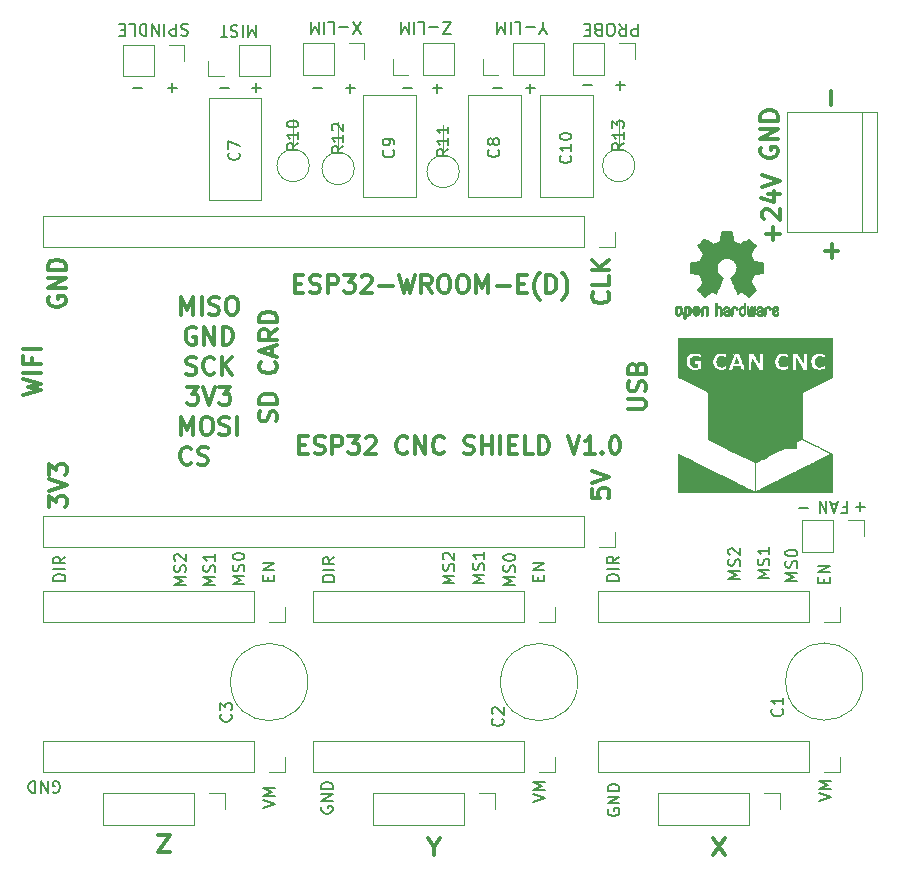
<source format=gbr>
G04 #@! TF.GenerationSoftware,KiCad,Pcbnew,(5.1.5-0)*
G04 #@! TF.CreationDate,2022-06-30T09:19:57+01:00*
G04 #@! TF.ProjectId,ESP32_Cnc_Shield,45535033-325f-4436-9e63-5f536869656c,rev?*
G04 #@! TF.SameCoordinates,Original*
G04 #@! TF.FileFunction,Legend,Top*
G04 #@! TF.FilePolarity,Positive*
%FSLAX46Y46*%
G04 Gerber Fmt 4.6, Leading zero omitted, Abs format (unit mm)*
G04 Created by KiCad (PCBNEW (5.1.5-0)) date 2022-06-30 09:19:57*
%MOMM*%
%LPD*%
G04 APERTURE LIST*
%ADD10C,0.300000*%
%ADD11C,0.200000*%
%ADD12C,0.010000*%
%ADD13C,0.120000*%
%ADD14C,0.150000*%
G04 APERTURE END LIST*
D10*
X24622705Y35585862D02*
X25122705Y35585862D01*
X25336991Y34800148D02*
X24622705Y34800148D01*
X24622705Y36300148D01*
X25336991Y36300148D01*
X25908420Y34871577D02*
X26122705Y34800148D01*
X26479848Y34800148D01*
X26622705Y34871577D01*
X26694134Y34943005D01*
X26765562Y35085862D01*
X26765562Y35228720D01*
X26694134Y35371577D01*
X26622705Y35443005D01*
X26479848Y35514434D01*
X26194134Y35585862D01*
X26051277Y35657291D01*
X25979848Y35728720D01*
X25908420Y35871577D01*
X25908420Y36014434D01*
X25979848Y36157291D01*
X26051277Y36228720D01*
X26194134Y36300148D01*
X26551277Y36300148D01*
X26765562Y36228720D01*
X27408420Y34800148D02*
X27408420Y36300148D01*
X27979848Y36300148D01*
X28122705Y36228720D01*
X28194134Y36157291D01*
X28265562Y36014434D01*
X28265562Y35800148D01*
X28194134Y35657291D01*
X28122705Y35585862D01*
X27979848Y35514434D01*
X27408420Y35514434D01*
X28765562Y36300148D02*
X29694134Y36300148D01*
X29194134Y35728720D01*
X29408420Y35728720D01*
X29551277Y35657291D01*
X29622705Y35585862D01*
X29694134Y35443005D01*
X29694134Y35085862D01*
X29622705Y34943005D01*
X29551277Y34871577D01*
X29408420Y34800148D01*
X28979848Y34800148D01*
X28836991Y34871577D01*
X28765562Y34943005D01*
X30265562Y36157291D02*
X30336991Y36228720D01*
X30479848Y36300148D01*
X30836991Y36300148D01*
X30979848Y36228720D01*
X31051277Y36157291D01*
X31122705Y36014434D01*
X31122705Y35871577D01*
X31051277Y35657291D01*
X30194134Y34800148D01*
X31122705Y34800148D01*
X33765562Y34943005D02*
X33694134Y34871577D01*
X33479848Y34800148D01*
X33336991Y34800148D01*
X33122705Y34871577D01*
X32979848Y35014434D01*
X32908420Y35157291D01*
X32836991Y35443005D01*
X32836991Y35657291D01*
X32908420Y35943005D01*
X32979848Y36085862D01*
X33122705Y36228720D01*
X33336991Y36300148D01*
X33479848Y36300148D01*
X33694134Y36228720D01*
X33765562Y36157291D01*
X34408420Y34800148D02*
X34408420Y36300148D01*
X35265562Y34800148D01*
X35265562Y36300148D01*
X36836991Y34943005D02*
X36765562Y34871577D01*
X36551277Y34800148D01*
X36408420Y34800148D01*
X36194134Y34871577D01*
X36051277Y35014434D01*
X35979848Y35157291D01*
X35908420Y35443005D01*
X35908420Y35657291D01*
X35979848Y35943005D01*
X36051277Y36085862D01*
X36194134Y36228720D01*
X36408420Y36300148D01*
X36551277Y36300148D01*
X36765562Y36228720D01*
X36836991Y36157291D01*
X38551277Y34871577D02*
X38765562Y34800148D01*
X39122705Y34800148D01*
X39265562Y34871577D01*
X39336991Y34943005D01*
X39408420Y35085862D01*
X39408420Y35228720D01*
X39336991Y35371577D01*
X39265562Y35443005D01*
X39122705Y35514434D01*
X38836991Y35585862D01*
X38694134Y35657291D01*
X38622705Y35728720D01*
X38551277Y35871577D01*
X38551277Y36014434D01*
X38622705Y36157291D01*
X38694134Y36228720D01*
X38836991Y36300148D01*
X39194134Y36300148D01*
X39408420Y36228720D01*
X40051277Y34800148D02*
X40051277Y36300148D01*
X40051277Y35585862D02*
X40908420Y35585862D01*
X40908420Y34800148D02*
X40908420Y36300148D01*
X41622705Y34800148D02*
X41622705Y36300148D01*
X42336991Y35585862D02*
X42836991Y35585862D01*
X43051277Y34800148D02*
X42336991Y34800148D01*
X42336991Y36300148D01*
X43051277Y36300148D01*
X44408420Y34800148D02*
X43694134Y34800148D01*
X43694134Y36300148D01*
X44908420Y34800148D02*
X44908420Y36300148D01*
X45265562Y36300148D01*
X45479848Y36228720D01*
X45622705Y36085862D01*
X45694134Y35943005D01*
X45765562Y35657291D01*
X45765562Y35443005D01*
X45694134Y35157291D01*
X45622705Y35014434D01*
X45479848Y34871577D01*
X45265562Y34800148D01*
X44908420Y34800148D01*
X47336991Y36300148D02*
X47836991Y34800148D01*
X48336991Y36300148D01*
X49622705Y34800148D02*
X48765562Y34800148D01*
X49194134Y34800148D02*
X49194134Y36300148D01*
X49051277Y36085862D01*
X48908420Y35943005D01*
X48765562Y35871577D01*
X50265562Y34943005D02*
X50336991Y34871577D01*
X50265562Y34800148D01*
X50194134Y34871577D01*
X50265562Y34943005D01*
X50265562Y34800148D01*
X51265562Y36300148D02*
X51408420Y36300148D01*
X51551277Y36228720D01*
X51622705Y36157291D01*
X51694134Y36014434D01*
X51765562Y35728720D01*
X51765562Y35371577D01*
X51694134Y35085862D01*
X51622705Y34943005D01*
X51551277Y34871577D01*
X51408420Y34800148D01*
X51265562Y34800148D01*
X51122705Y34871577D01*
X51051277Y34943005D01*
X50979848Y35085862D01*
X50908420Y35371577D01*
X50908420Y35728720D01*
X50979848Y36014434D01*
X51051277Y36157291D01*
X51122705Y36228720D01*
X51265562Y36300148D01*
X1236071Y39829000D02*
X2736071Y40186142D01*
X1664642Y40471857D01*
X2736071Y40757571D01*
X1236071Y41114714D01*
X2736071Y41686142D02*
X1236071Y41686142D01*
X1950357Y42900428D02*
X1950357Y42400428D01*
X2736071Y42400428D02*
X1236071Y42400428D01*
X1236071Y43114714D01*
X2736071Y43686142D02*
X1236071Y43686142D01*
X52480571Y38602642D02*
X53694857Y38602642D01*
X53837714Y38674071D01*
X53909142Y38745500D01*
X53980571Y38888357D01*
X53980571Y39174071D01*
X53909142Y39316928D01*
X53837714Y39388357D01*
X53694857Y39459785D01*
X52480571Y39459785D01*
X53909142Y40102642D02*
X53980571Y40316928D01*
X53980571Y40674071D01*
X53909142Y40816928D01*
X53837714Y40888357D01*
X53694857Y40959785D01*
X53552000Y40959785D01*
X53409142Y40888357D01*
X53337714Y40816928D01*
X53266285Y40674071D01*
X53194857Y40388357D01*
X53123428Y40245500D01*
X53052000Y40174071D01*
X52909142Y40102642D01*
X52766285Y40102642D01*
X52623428Y40174071D01*
X52552000Y40245500D01*
X52480571Y40388357D01*
X52480571Y40745500D01*
X52552000Y40959785D01*
X53194857Y42102642D02*
X53266285Y42316928D01*
X53337714Y42388357D01*
X53480571Y42459785D01*
X53694857Y42459785D01*
X53837714Y42388357D01*
X53909142Y42316928D01*
X53980571Y42174071D01*
X53980571Y41602642D01*
X52480571Y41602642D01*
X52480571Y42102642D01*
X52552000Y42245500D01*
X52623428Y42316928D01*
X52766285Y42388357D01*
X52909142Y42388357D01*
X53052000Y42316928D01*
X53123428Y42245500D01*
X53194857Y42102642D01*
X53194857Y41602642D01*
X3403000Y48115642D02*
X3331571Y47972785D01*
X3331571Y47758500D01*
X3403000Y47544214D01*
X3545857Y47401357D01*
X3688714Y47329928D01*
X3974428Y47258500D01*
X4188714Y47258500D01*
X4474428Y47329928D01*
X4617285Y47401357D01*
X4760142Y47544214D01*
X4831571Y47758500D01*
X4831571Y47901357D01*
X4760142Y48115642D01*
X4688714Y48187071D01*
X4188714Y48187071D01*
X4188714Y47901357D01*
X4831571Y48829928D02*
X3331571Y48829928D01*
X4831571Y49687071D01*
X3331571Y49687071D01*
X4831571Y50401357D02*
X3331571Y50401357D01*
X3331571Y50758500D01*
X3403000Y50972785D01*
X3545857Y51115642D01*
X3688714Y51187071D01*
X3974428Y51258500D01*
X4188714Y51258500D01*
X4474428Y51187071D01*
X4617285Y51115642D01*
X4760142Y50972785D01*
X4831571Y50758500D01*
X4831571Y50401357D01*
X3458571Y30319857D02*
X3458571Y31248428D01*
X4030000Y30748428D01*
X4030000Y30962714D01*
X4101428Y31105571D01*
X4172857Y31177000D01*
X4315714Y31248428D01*
X4672857Y31248428D01*
X4815714Y31177000D01*
X4887142Y31105571D01*
X4958571Y30962714D01*
X4958571Y30534142D01*
X4887142Y30391285D01*
X4815714Y30319857D01*
X3458571Y31677000D02*
X4958571Y32177000D01*
X3458571Y32677000D01*
X3458571Y33034142D02*
X3458571Y33962714D01*
X4030000Y33462714D01*
X4030000Y33677000D01*
X4101428Y33819857D01*
X4172857Y33891285D01*
X4315714Y33962714D01*
X4672857Y33962714D01*
X4815714Y33891285D01*
X4887142Y33819857D01*
X4958571Y33677000D01*
X4958571Y33248428D01*
X4887142Y33105571D01*
X4815714Y33034142D01*
X50726214Y48492642D02*
X50797642Y48421214D01*
X50869071Y48206928D01*
X50869071Y48064071D01*
X50797642Y47849785D01*
X50654785Y47706928D01*
X50511928Y47635500D01*
X50226214Y47564071D01*
X50011928Y47564071D01*
X49726214Y47635500D01*
X49583357Y47706928D01*
X49440500Y47849785D01*
X49369071Y48064071D01*
X49369071Y48206928D01*
X49440500Y48421214D01*
X49511928Y48492642D01*
X50869071Y49849785D02*
X50869071Y49135500D01*
X49369071Y49135500D01*
X50869071Y50349785D02*
X49369071Y50349785D01*
X50869071Y51206928D02*
X50011928Y50564071D01*
X49369071Y51206928D02*
X50226214Y50349785D01*
X49369071Y31827785D02*
X49369071Y31113500D01*
X50083357Y31042071D01*
X50011928Y31113500D01*
X49940500Y31256357D01*
X49940500Y31613500D01*
X50011928Y31756357D01*
X50083357Y31827785D01*
X50226214Y31899214D01*
X50583357Y31899214D01*
X50726214Y31827785D01*
X50797642Y31756357D01*
X50869071Y31613500D01*
X50869071Y31256357D01*
X50797642Y31113500D01*
X50726214Y31042071D01*
X49369071Y32327785D02*
X50869071Y32827785D01*
X49369071Y33327785D01*
D11*
X50770000Y4745095D02*
X50722380Y4649857D01*
X50722380Y4507000D01*
X50770000Y4364142D01*
X50865238Y4268904D01*
X50960476Y4221285D01*
X51150952Y4173666D01*
X51293809Y4173666D01*
X51484285Y4221285D01*
X51579523Y4268904D01*
X51674761Y4364142D01*
X51722380Y4507000D01*
X51722380Y4602238D01*
X51674761Y4745095D01*
X51627142Y4792714D01*
X51293809Y4792714D01*
X51293809Y4602238D01*
X51722380Y5221285D02*
X50722380Y5221285D01*
X51722380Y5792714D01*
X50722380Y5792714D01*
X51722380Y6268904D02*
X50722380Y6268904D01*
X50722380Y6507000D01*
X50770000Y6649857D01*
X50865238Y6745095D01*
X50960476Y6792714D01*
X51150952Y6840333D01*
X51293809Y6840333D01*
X51484285Y6792714D01*
X51579523Y6745095D01*
X51674761Y6649857D01*
X51722380Y6507000D01*
X51722380Y6268904D01*
X26513000Y4935595D02*
X26465380Y4840357D01*
X26465380Y4697500D01*
X26513000Y4554642D01*
X26608238Y4459404D01*
X26703476Y4411785D01*
X26893952Y4364166D01*
X27036809Y4364166D01*
X27227285Y4411785D01*
X27322523Y4459404D01*
X27417761Y4554642D01*
X27465380Y4697500D01*
X27465380Y4792738D01*
X27417761Y4935595D01*
X27370142Y4983214D01*
X27036809Y4983214D01*
X27036809Y4792738D01*
X27465380Y5411785D02*
X26465380Y5411785D01*
X27465380Y5983214D01*
X26465380Y5983214D01*
X27465380Y6459404D02*
X26465380Y6459404D01*
X26465380Y6697500D01*
X26513000Y6840357D01*
X26608238Y6935595D01*
X26703476Y6983214D01*
X26893952Y7030833D01*
X27036809Y7030833D01*
X27227285Y6983214D01*
X27322523Y6935595D01*
X27417761Y6840357D01*
X27465380Y6697500D01*
X27465380Y6459404D01*
X3771904Y6150000D02*
X3867142Y6102380D01*
X4010000Y6102380D01*
X4152857Y6150000D01*
X4248095Y6245238D01*
X4295714Y6340476D01*
X4343333Y6530952D01*
X4343333Y6673809D01*
X4295714Y6864285D01*
X4248095Y6959523D01*
X4152857Y7054761D01*
X4010000Y7102380D01*
X3914761Y7102380D01*
X3771904Y7054761D01*
X3724285Y7007142D01*
X3724285Y6673809D01*
X3914761Y6673809D01*
X3295714Y7102380D02*
X3295714Y6102380D01*
X2724285Y7102380D01*
X2724285Y6102380D01*
X2248095Y7102380D02*
X2248095Y6102380D01*
X2010000Y6102380D01*
X1867142Y6150000D01*
X1771904Y6245238D01*
X1724285Y6340476D01*
X1676666Y6530952D01*
X1676666Y6673809D01*
X1724285Y6864285D01*
X1771904Y6959523D01*
X1867142Y7054761D01*
X2010000Y7102380D01*
X2248095Y7102380D01*
X21575880Y4856238D02*
X22575880Y5189571D01*
X21575880Y5522904D01*
X22575880Y5856238D02*
X21575880Y5856238D01*
X22290166Y6189571D01*
X21575880Y6522904D01*
X22575880Y6522904D01*
X44435880Y5364238D02*
X45435880Y5697571D01*
X44435880Y6030904D01*
X45435880Y6364238D02*
X44435880Y6364238D01*
X45150166Y6697571D01*
X44435880Y7030904D01*
X45435880Y7030904D01*
X68629380Y5427738D02*
X69629380Y5761071D01*
X68629380Y6094404D01*
X69629380Y6427738D02*
X68629380Y6427738D01*
X69343666Y6761071D01*
X68629380Y7094404D01*
X69629380Y7094404D01*
X4795880Y24065000D02*
X3795880Y24065000D01*
X3795880Y24303095D01*
X3843500Y24445952D01*
X3938738Y24541190D01*
X4033976Y24588809D01*
X4224452Y24636428D01*
X4367309Y24636428D01*
X4557785Y24588809D01*
X4653023Y24541190D01*
X4748261Y24445952D01*
X4795880Y24303095D01*
X4795880Y24065000D01*
X4795880Y25065000D02*
X3795880Y25065000D01*
X4795880Y26112619D02*
X4319690Y25779285D01*
X4795880Y25541190D02*
X3795880Y25541190D01*
X3795880Y25922142D01*
X3843500Y26017380D01*
X3891119Y26065000D01*
X3986357Y26112619D01*
X4129214Y26112619D01*
X4224452Y26065000D01*
X4272071Y26017380D01*
X4319690Y25922142D01*
X4319690Y25541190D01*
X27592380Y24001500D02*
X26592380Y24001500D01*
X26592380Y24239595D01*
X26640000Y24382452D01*
X26735238Y24477690D01*
X26830476Y24525309D01*
X27020952Y24572928D01*
X27163809Y24572928D01*
X27354285Y24525309D01*
X27449523Y24477690D01*
X27544761Y24382452D01*
X27592380Y24239595D01*
X27592380Y24001500D01*
X27592380Y25001500D02*
X26592380Y25001500D01*
X27592380Y26049119D02*
X27116190Y25715785D01*
X27592380Y25477690D02*
X26592380Y25477690D01*
X26592380Y25858642D01*
X26640000Y25953880D01*
X26687619Y26001500D01*
X26782857Y26049119D01*
X26925714Y26049119D01*
X27020952Y26001500D01*
X27068571Y25953880D01*
X27116190Y25858642D01*
X27116190Y25477690D01*
X51658880Y24065000D02*
X50658880Y24065000D01*
X50658880Y24303095D01*
X50706500Y24445952D01*
X50801738Y24541190D01*
X50896976Y24588809D01*
X51087452Y24636428D01*
X51230309Y24636428D01*
X51420785Y24588809D01*
X51516023Y24541190D01*
X51611261Y24445952D01*
X51658880Y24303095D01*
X51658880Y24065000D01*
X51658880Y25065000D02*
X50658880Y25065000D01*
X51658880Y26112619D02*
X51182690Y25779285D01*
X51658880Y25541190D02*
X50658880Y25541190D01*
X50658880Y25922142D01*
X50706500Y26017380D01*
X50754119Y26065000D01*
X50849357Y26112619D01*
X50992214Y26112619D01*
X51087452Y26065000D01*
X51135071Y26017380D01*
X51182690Y25922142D01*
X51182690Y25541190D01*
X21988571Y24072904D02*
X21988571Y24406238D01*
X22512380Y24549095D02*
X22512380Y24072904D01*
X21512380Y24072904D01*
X21512380Y24549095D01*
X22512380Y24977666D02*
X21512380Y24977666D01*
X22512380Y25549095D01*
X21512380Y25549095D01*
X44848571Y24072904D02*
X44848571Y24406238D01*
X45372380Y24549095D02*
X45372380Y24072904D01*
X44372380Y24072904D01*
X44372380Y24549095D01*
X45372380Y24977666D02*
X44372380Y24977666D01*
X45372380Y25549095D01*
X44372380Y25549095D01*
X69042071Y23882404D02*
X69042071Y24215738D01*
X69565880Y24358595D02*
X69565880Y23882404D01*
X68565880Y23882404D01*
X68565880Y24358595D01*
X69565880Y24787166D02*
X68565880Y24787166D01*
X69565880Y25358595D01*
X68565880Y25358595D01*
X66954547Y30264071D02*
X67716452Y30264071D01*
X42895880Y23715785D02*
X41895880Y23715785D01*
X42610166Y24049119D01*
X41895880Y24382452D01*
X42895880Y24382452D01*
X42848261Y24811023D02*
X42895880Y24953880D01*
X42895880Y25191976D01*
X42848261Y25287214D01*
X42800642Y25334833D01*
X42705404Y25382452D01*
X42610166Y25382452D01*
X42514928Y25334833D01*
X42467309Y25287214D01*
X42419690Y25191976D01*
X42372071Y25001500D01*
X42324452Y24906261D01*
X42276833Y24858642D01*
X42181595Y24811023D01*
X42086357Y24811023D01*
X41991119Y24858642D01*
X41943500Y24906261D01*
X41895880Y25001500D01*
X41895880Y25239595D01*
X41943500Y25382452D01*
X41895880Y26001500D02*
X41895880Y26096738D01*
X41943500Y26191976D01*
X41991119Y26239595D01*
X42086357Y26287214D01*
X42276833Y26334833D01*
X42514928Y26334833D01*
X42705404Y26287214D01*
X42800642Y26239595D01*
X42848261Y26191976D01*
X42895880Y26096738D01*
X42895880Y26001500D01*
X42848261Y25906261D01*
X42800642Y25858642D01*
X42705404Y25811023D01*
X42514928Y25763404D01*
X42276833Y25763404D01*
X42086357Y25811023D01*
X41991119Y25858642D01*
X41943500Y25906261D01*
X41895880Y26001500D01*
X19972380Y23779285D02*
X18972380Y23779285D01*
X19686666Y24112619D01*
X18972380Y24445952D01*
X19972380Y24445952D01*
X19924761Y24874523D02*
X19972380Y25017380D01*
X19972380Y25255476D01*
X19924761Y25350714D01*
X19877142Y25398333D01*
X19781904Y25445952D01*
X19686666Y25445952D01*
X19591428Y25398333D01*
X19543809Y25350714D01*
X19496190Y25255476D01*
X19448571Y25065000D01*
X19400952Y24969761D01*
X19353333Y24922142D01*
X19258095Y24874523D01*
X19162857Y24874523D01*
X19067619Y24922142D01*
X19020000Y24969761D01*
X18972380Y25065000D01*
X18972380Y25303095D01*
X19020000Y25445952D01*
X18972380Y26065000D02*
X18972380Y26160238D01*
X19020000Y26255476D01*
X19067619Y26303095D01*
X19162857Y26350714D01*
X19353333Y26398333D01*
X19591428Y26398333D01*
X19781904Y26350714D01*
X19877142Y26303095D01*
X19924761Y26255476D01*
X19972380Y26160238D01*
X19972380Y26065000D01*
X19924761Y25969761D01*
X19877142Y25922142D01*
X19781904Y25874523D01*
X19591428Y25826904D01*
X19353333Y25826904D01*
X19162857Y25874523D01*
X19067619Y25922142D01*
X19020000Y25969761D01*
X18972380Y26065000D01*
X17495880Y23715785D02*
X16495880Y23715785D01*
X17210166Y24049119D01*
X16495880Y24382452D01*
X17495880Y24382452D01*
X17448261Y24811023D02*
X17495880Y24953880D01*
X17495880Y25191976D01*
X17448261Y25287214D01*
X17400642Y25334833D01*
X17305404Y25382452D01*
X17210166Y25382452D01*
X17114928Y25334833D01*
X17067309Y25287214D01*
X17019690Y25191976D01*
X16972071Y25001500D01*
X16924452Y24906261D01*
X16876833Y24858642D01*
X16781595Y24811023D01*
X16686357Y24811023D01*
X16591119Y24858642D01*
X16543500Y24906261D01*
X16495880Y25001500D01*
X16495880Y25239595D01*
X16543500Y25382452D01*
X17495880Y26334833D02*
X17495880Y25763404D01*
X17495880Y26049119D02*
X16495880Y26049119D01*
X16638738Y25953880D01*
X16733976Y25858642D01*
X16781595Y25763404D01*
X40292380Y23906285D02*
X39292380Y23906285D01*
X40006666Y24239619D01*
X39292380Y24572952D01*
X40292380Y24572952D01*
X40244761Y25001523D02*
X40292380Y25144380D01*
X40292380Y25382476D01*
X40244761Y25477714D01*
X40197142Y25525333D01*
X40101904Y25572952D01*
X40006666Y25572952D01*
X39911428Y25525333D01*
X39863809Y25477714D01*
X39816190Y25382476D01*
X39768571Y25192000D01*
X39720952Y25096761D01*
X39673333Y25049142D01*
X39578095Y25001523D01*
X39482857Y25001523D01*
X39387619Y25049142D01*
X39340000Y25096761D01*
X39292380Y25192000D01*
X39292380Y25430095D01*
X39340000Y25572952D01*
X40292380Y26525333D02*
X40292380Y25953904D01*
X40292380Y26239619D02*
X39292380Y26239619D01*
X39435238Y26144380D01*
X39530476Y26049142D01*
X39578095Y25953904D01*
X15019380Y23715785D02*
X14019380Y23715785D01*
X14733666Y24049119D01*
X14019380Y24382452D01*
X15019380Y24382452D01*
X14971761Y24811023D02*
X15019380Y24953880D01*
X15019380Y25191976D01*
X14971761Y25287214D01*
X14924142Y25334833D01*
X14828904Y25382452D01*
X14733666Y25382452D01*
X14638428Y25334833D01*
X14590809Y25287214D01*
X14543190Y25191976D01*
X14495571Y25001500D01*
X14447952Y24906261D01*
X14400333Y24858642D01*
X14305095Y24811023D01*
X14209857Y24811023D01*
X14114619Y24858642D01*
X14067000Y24906261D01*
X14019380Y25001500D01*
X14019380Y25239595D01*
X14067000Y25382452D01*
X14114619Y25763404D02*
X14067000Y25811023D01*
X14019380Y25906261D01*
X14019380Y26144357D01*
X14067000Y26239595D01*
X14114619Y26287214D01*
X14209857Y26334833D01*
X14305095Y26334833D01*
X14447952Y26287214D01*
X15019380Y25715785D01*
X15019380Y26334833D01*
X37752380Y23842785D02*
X36752380Y23842785D01*
X37466666Y24176119D01*
X36752380Y24509452D01*
X37752380Y24509452D01*
X37704761Y24938023D02*
X37752380Y25080880D01*
X37752380Y25318976D01*
X37704761Y25414214D01*
X37657142Y25461833D01*
X37561904Y25509452D01*
X37466666Y25509452D01*
X37371428Y25461833D01*
X37323809Y25414214D01*
X37276190Y25318976D01*
X37228571Y25128500D01*
X37180952Y25033261D01*
X37133333Y24985642D01*
X37038095Y24938023D01*
X36942857Y24938023D01*
X36847619Y24985642D01*
X36800000Y25033261D01*
X36752380Y25128500D01*
X36752380Y25366595D01*
X36800000Y25509452D01*
X36847619Y25890404D02*
X36800000Y25938023D01*
X36752380Y26033261D01*
X36752380Y26271357D01*
X36800000Y26366595D01*
X36847619Y26414214D01*
X36942857Y26461833D01*
X37038095Y26461833D01*
X37180952Y26414214D01*
X37752380Y25842785D01*
X37752380Y26461833D01*
X61945880Y24223785D02*
X60945880Y24223785D01*
X61660166Y24557119D01*
X60945880Y24890452D01*
X61945880Y24890452D01*
X61898261Y25319023D02*
X61945880Y25461880D01*
X61945880Y25699976D01*
X61898261Y25795214D01*
X61850642Y25842833D01*
X61755404Y25890452D01*
X61660166Y25890452D01*
X61564928Y25842833D01*
X61517309Y25795214D01*
X61469690Y25699976D01*
X61422071Y25509500D01*
X61374452Y25414261D01*
X61326833Y25366642D01*
X61231595Y25319023D01*
X61136357Y25319023D01*
X61041119Y25366642D01*
X60993500Y25414261D01*
X60945880Y25509500D01*
X60945880Y25747595D01*
X60993500Y25890452D01*
X61041119Y26271404D02*
X60993500Y26319023D01*
X60945880Y26414261D01*
X60945880Y26652357D01*
X60993500Y26747595D01*
X61041119Y26795214D01*
X61136357Y26842833D01*
X61231595Y26842833D01*
X61374452Y26795214D01*
X61945880Y26223785D01*
X61945880Y26842833D01*
X64422380Y24287285D02*
X63422380Y24287285D01*
X64136666Y24620619D01*
X63422380Y24953952D01*
X64422380Y24953952D01*
X64374761Y25382523D02*
X64422380Y25525380D01*
X64422380Y25763476D01*
X64374761Y25858714D01*
X64327142Y25906333D01*
X64231904Y25953952D01*
X64136666Y25953952D01*
X64041428Y25906333D01*
X63993809Y25858714D01*
X63946190Y25763476D01*
X63898571Y25573000D01*
X63850952Y25477761D01*
X63803333Y25430142D01*
X63708095Y25382523D01*
X63612857Y25382523D01*
X63517619Y25430142D01*
X63470000Y25477761D01*
X63422380Y25573000D01*
X63422380Y25811095D01*
X63470000Y25953952D01*
X64422380Y26906333D02*
X64422380Y26334904D01*
X64422380Y26620619D02*
X63422380Y26620619D01*
X63565238Y26525380D01*
X63660476Y26430142D01*
X63708095Y26334904D01*
X66771780Y24086345D02*
X65771780Y24086345D01*
X66486066Y24419679D01*
X65771780Y24753012D01*
X66771780Y24753012D01*
X66724161Y25181583D02*
X66771780Y25324440D01*
X66771780Y25562536D01*
X66724161Y25657774D01*
X66676542Y25705393D01*
X66581304Y25753012D01*
X66486066Y25753012D01*
X66390828Y25705393D01*
X66343209Y25657774D01*
X66295590Y25562536D01*
X66247971Y25372060D01*
X66200352Y25276821D01*
X66152733Y25229202D01*
X66057495Y25181583D01*
X65962257Y25181583D01*
X65867019Y25229202D01*
X65819400Y25276821D01*
X65771780Y25372060D01*
X65771780Y25610155D01*
X65819400Y25753012D01*
X65771780Y26372060D02*
X65771780Y26467298D01*
X65819400Y26562536D01*
X65867019Y26610155D01*
X65962257Y26657774D01*
X66152733Y26705393D01*
X66390828Y26705393D01*
X66581304Y26657774D01*
X66676542Y26610155D01*
X66724161Y26562536D01*
X66771780Y26467298D01*
X66771780Y26372060D01*
X66724161Y26276821D01*
X66676542Y26229202D01*
X66581304Y26181583D01*
X66390828Y26133964D01*
X66152733Y26133964D01*
X65962257Y26181583D01*
X65867019Y26229202D01*
X65819400Y26276821D01*
X65771780Y26372060D01*
X17869047Y65760571D02*
X18630952Y65760571D01*
X25743047Y65760571D02*
X26504952Y65760571D01*
X29814666Y70364380D02*
X29148000Y71364380D01*
X29148000Y70364380D02*
X29814666Y71364380D01*
X28767047Y70983428D02*
X28005142Y70983428D01*
X27052761Y71364380D02*
X27528952Y71364380D01*
X27528952Y70364380D01*
X26719428Y71364380D02*
X26719428Y70364380D01*
X26243238Y71364380D02*
X26243238Y70364380D01*
X25909904Y71078666D01*
X25576571Y70364380D01*
X25576571Y71364380D01*
X33363047Y65760571D02*
X34124952Y65760571D01*
X37434666Y70364380D02*
X36768000Y70364380D01*
X37434666Y71364380D01*
X36768000Y71364380D01*
X36387047Y70983428D02*
X35625142Y70983428D01*
X34672761Y71364380D02*
X35148952Y71364380D01*
X35148952Y70364380D01*
X34339428Y71364380D02*
X34339428Y70364380D01*
X33863238Y71364380D02*
X33863238Y70364380D01*
X33529904Y71078666D01*
X33196571Y70364380D01*
X33196571Y71364380D01*
X40983047Y65760571D02*
X41744952Y65760571D01*
X45229333Y70888190D02*
X45229333Y71364380D01*
X45562666Y70364380D02*
X45229333Y70888190D01*
X44896000Y70364380D01*
X44562666Y70983428D02*
X43800761Y70983428D01*
X42848380Y71364380D02*
X43324571Y71364380D01*
X43324571Y70364380D01*
X42515047Y71364380D02*
X42515047Y70364380D01*
X42038857Y71364380D02*
X42038857Y70364380D01*
X41705523Y71078666D01*
X41372190Y70364380D01*
X41372190Y71364380D01*
X48603047Y66014571D02*
X49364952Y66014571D01*
X10503047Y65760571D02*
X11264952Y65760571D01*
X51397047Y66014571D02*
X52158952Y66014571D01*
X51778000Y65633619D02*
X51778000Y66395523D01*
X53254095Y71237380D02*
X53254095Y70237380D01*
X52873142Y70237380D01*
X52777904Y70285000D01*
X52730285Y70332619D01*
X52682666Y70427857D01*
X52682666Y70570714D01*
X52730285Y70665952D01*
X52777904Y70713571D01*
X52873142Y70761190D01*
X53254095Y70761190D01*
X51682666Y71237380D02*
X52016000Y70761190D01*
X52254095Y71237380D02*
X52254095Y70237380D01*
X51873142Y70237380D01*
X51777904Y70285000D01*
X51730285Y70332619D01*
X51682666Y70427857D01*
X51682666Y70570714D01*
X51730285Y70665952D01*
X51777904Y70713571D01*
X51873142Y70761190D01*
X52254095Y70761190D01*
X51063619Y70237380D02*
X50873142Y70237380D01*
X50777904Y70285000D01*
X50682666Y70380238D01*
X50635047Y70570714D01*
X50635047Y70904047D01*
X50682666Y71094523D01*
X50777904Y71189761D01*
X50873142Y71237380D01*
X51063619Y71237380D01*
X51158857Y71189761D01*
X51254095Y71094523D01*
X51301714Y70904047D01*
X51301714Y70570714D01*
X51254095Y70380238D01*
X51158857Y70285000D01*
X51063619Y70237380D01*
X49873142Y70713571D02*
X49730285Y70761190D01*
X49682666Y70808809D01*
X49635047Y70904047D01*
X49635047Y71046904D01*
X49682666Y71142142D01*
X49730285Y71189761D01*
X49825523Y71237380D01*
X50206476Y71237380D01*
X50206476Y70237380D01*
X49873142Y70237380D01*
X49777904Y70285000D01*
X49730285Y70332619D01*
X49682666Y70427857D01*
X49682666Y70523095D01*
X49730285Y70618333D01*
X49777904Y70665952D01*
X49873142Y70713571D01*
X50206476Y70713571D01*
X49206476Y70713571D02*
X48873142Y70713571D01*
X48730285Y71237380D02*
X49206476Y71237380D01*
X49206476Y70237380D01*
X48730285Y70237380D01*
X13860571Y66212952D02*
X13860571Y65451047D01*
X13479619Y65832000D02*
X14241523Y65832000D01*
X20972571Y66212952D02*
X20972571Y65451047D01*
X20591619Y65832000D02*
X21353523Y65832000D01*
X28537047Y65760571D02*
X29298952Y65760571D01*
X28918000Y65379619D02*
X28918000Y66141523D01*
X35903047Y65760571D02*
X36664952Y65760571D01*
X36284000Y65379619D02*
X36284000Y66141523D01*
X43777047Y65760571D02*
X44538952Y65760571D01*
X44158000Y65379619D02*
X44158000Y66141523D01*
X71717047Y30327571D02*
X72478952Y30327571D01*
X72098000Y29946619D02*
X72098000Y30708523D01*
D10*
X69593922Y64366211D02*
X69593922Y65509068D01*
X69113571Y52008857D02*
X70256428Y52008857D01*
X69685000Y51437428D02*
X69685000Y52580285D01*
D11*
X15185761Y71189761D02*
X15042904Y71237380D01*
X14804809Y71237380D01*
X14709571Y71189761D01*
X14661952Y71142142D01*
X14614333Y71046904D01*
X14614333Y70951666D01*
X14661952Y70856428D01*
X14709571Y70808809D01*
X14804809Y70761190D01*
X14995285Y70713571D01*
X15090523Y70665952D01*
X15138142Y70618333D01*
X15185761Y70523095D01*
X15185761Y70427857D01*
X15138142Y70332619D01*
X15090523Y70285000D01*
X14995285Y70237380D01*
X14757190Y70237380D01*
X14614333Y70285000D01*
X14185761Y71237380D02*
X14185761Y70237380D01*
X13804809Y70237380D01*
X13709571Y70285000D01*
X13661952Y70332619D01*
X13614333Y70427857D01*
X13614333Y70570714D01*
X13661952Y70665952D01*
X13709571Y70713571D01*
X13804809Y70761190D01*
X14185761Y70761190D01*
X13185761Y71237380D02*
X13185761Y70237380D01*
X12709571Y71237380D02*
X12709571Y70237380D01*
X12138142Y71237380D01*
X12138142Y70237380D01*
X11661952Y71237380D02*
X11661952Y70237380D01*
X11423857Y70237380D01*
X11281000Y70285000D01*
X11185761Y70380238D01*
X11138142Y70475476D01*
X11090523Y70665952D01*
X11090523Y70808809D01*
X11138142Y70999285D01*
X11185761Y71094523D01*
X11281000Y71189761D01*
X11423857Y71237380D01*
X11661952Y71237380D01*
X10185761Y71237380D02*
X10661952Y71237380D01*
X10661952Y70237380D01*
X9852428Y70713571D02*
X9519095Y70713571D01*
X9376238Y71237380D02*
X9852428Y71237380D01*
X9852428Y70237380D01*
X9376238Y70237380D01*
D10*
X24240285Y49238642D02*
X24740285Y49238642D01*
X24954571Y48452928D02*
X24240285Y48452928D01*
X24240285Y49952928D01*
X24954571Y49952928D01*
X25526000Y48524357D02*
X25740285Y48452928D01*
X26097428Y48452928D01*
X26240285Y48524357D01*
X26311714Y48595785D01*
X26383142Y48738642D01*
X26383142Y48881500D01*
X26311714Y49024357D01*
X26240285Y49095785D01*
X26097428Y49167214D01*
X25811714Y49238642D01*
X25668857Y49310071D01*
X25597428Y49381500D01*
X25526000Y49524357D01*
X25526000Y49667214D01*
X25597428Y49810071D01*
X25668857Y49881500D01*
X25811714Y49952928D01*
X26168857Y49952928D01*
X26383142Y49881500D01*
X27026000Y48452928D02*
X27026000Y49952928D01*
X27597428Y49952928D01*
X27740285Y49881500D01*
X27811714Y49810071D01*
X27883142Y49667214D01*
X27883142Y49452928D01*
X27811714Y49310071D01*
X27740285Y49238642D01*
X27597428Y49167214D01*
X27026000Y49167214D01*
X28383142Y49952928D02*
X29311714Y49952928D01*
X28811714Y49381500D01*
X29026000Y49381500D01*
X29168857Y49310071D01*
X29240285Y49238642D01*
X29311714Y49095785D01*
X29311714Y48738642D01*
X29240285Y48595785D01*
X29168857Y48524357D01*
X29026000Y48452928D01*
X28597428Y48452928D01*
X28454571Y48524357D01*
X28383142Y48595785D01*
X29883142Y49810071D02*
X29954571Y49881500D01*
X30097428Y49952928D01*
X30454571Y49952928D01*
X30597428Y49881500D01*
X30668857Y49810071D01*
X30740285Y49667214D01*
X30740285Y49524357D01*
X30668857Y49310071D01*
X29811714Y48452928D01*
X30740285Y48452928D01*
X31383142Y49024357D02*
X32526000Y49024357D01*
X33097428Y49952928D02*
X33454571Y48452928D01*
X33740285Y49524357D01*
X34026000Y48452928D01*
X34383142Y49952928D01*
X35811714Y48452928D02*
X35311714Y49167214D01*
X34954571Y48452928D02*
X34954571Y49952928D01*
X35526000Y49952928D01*
X35668857Y49881500D01*
X35740285Y49810071D01*
X35811714Y49667214D01*
X35811714Y49452928D01*
X35740285Y49310071D01*
X35668857Y49238642D01*
X35526000Y49167214D01*
X34954571Y49167214D01*
X36740285Y49952928D02*
X37026000Y49952928D01*
X37168857Y49881500D01*
X37311714Y49738642D01*
X37383142Y49452928D01*
X37383142Y48952928D01*
X37311714Y48667214D01*
X37168857Y48524357D01*
X37026000Y48452928D01*
X36740285Y48452928D01*
X36597428Y48524357D01*
X36454571Y48667214D01*
X36383142Y48952928D01*
X36383142Y49452928D01*
X36454571Y49738642D01*
X36597428Y49881500D01*
X36740285Y49952928D01*
X38311714Y49952928D02*
X38597428Y49952928D01*
X38740285Y49881500D01*
X38883142Y49738642D01*
X38954571Y49452928D01*
X38954571Y48952928D01*
X38883142Y48667214D01*
X38740285Y48524357D01*
X38597428Y48452928D01*
X38311714Y48452928D01*
X38168857Y48524357D01*
X38026000Y48667214D01*
X37954571Y48952928D01*
X37954571Y49452928D01*
X38026000Y49738642D01*
X38168857Y49881500D01*
X38311714Y49952928D01*
X39597428Y48452928D02*
X39597428Y49952928D01*
X40097428Y48881500D01*
X40597428Y49952928D01*
X40597428Y48452928D01*
X41311714Y49024357D02*
X42454571Y49024357D01*
X43168857Y49238642D02*
X43668857Y49238642D01*
X43883142Y48452928D02*
X43168857Y48452928D01*
X43168857Y49952928D01*
X43883142Y49952928D01*
X44954571Y47881500D02*
X44883142Y47952928D01*
X44740285Y48167214D01*
X44668857Y48310071D01*
X44597428Y48524357D01*
X44526000Y48881500D01*
X44526000Y49167214D01*
X44597428Y49524357D01*
X44668857Y49738642D01*
X44740285Y49881500D01*
X44883142Y50095785D01*
X44954571Y50167214D01*
X45526000Y48452928D02*
X45526000Y49952928D01*
X45883142Y49952928D01*
X46097428Y49881500D01*
X46240285Y49738642D01*
X46311714Y49595785D01*
X46383142Y49310071D01*
X46383142Y49095785D01*
X46311714Y48810071D01*
X46240285Y48667214D01*
X46097428Y48524357D01*
X45883142Y48452928D01*
X45526000Y48452928D01*
X46883142Y47881500D02*
X46954571Y47952928D01*
X47097428Y48167214D01*
X47168857Y48310071D01*
X47240285Y48524357D01*
X47311714Y48881500D01*
X47311714Y49167214D01*
X47240285Y49524357D01*
X47168857Y49738642D01*
X47097428Y49881500D01*
X46954571Y50095785D01*
X46883142Y50167214D01*
D11*
X20948571Y71110380D02*
X20948571Y70110380D01*
X20615238Y70824666D01*
X20281904Y70110380D01*
X20281904Y71110380D01*
X19805714Y71110380D02*
X19805714Y70110380D01*
X19377142Y71062761D02*
X19234285Y71110380D01*
X18996190Y71110380D01*
X18900952Y71062761D01*
X18853333Y71015142D01*
X18805714Y70919904D01*
X18805714Y70824666D01*
X18853333Y70729428D01*
X18900952Y70681809D01*
X18996190Y70634190D01*
X19186666Y70586571D01*
X19281904Y70538952D01*
X19329523Y70491333D01*
X19377142Y70396095D01*
X19377142Y70300857D01*
X19329523Y70205619D01*
X19281904Y70158000D01*
X19186666Y70110380D01*
X18948571Y70110380D01*
X18805714Y70158000D01*
X18520000Y70110380D02*
X17948571Y70110380D01*
X18234285Y71110380D02*
X18234285Y70110380D01*
X70621523Y30327571D02*
X70954857Y30327571D01*
X70954857Y30851380D02*
X70954857Y29851380D01*
X70478666Y29851380D01*
X70145333Y30565666D02*
X69669142Y30565666D01*
X70240571Y30851380D02*
X69907238Y29851380D01*
X69573904Y30851380D01*
X69240571Y30851380D02*
X69240571Y29851380D01*
X68669142Y30851380D01*
X68669142Y29851380D01*
D10*
X63728000Y60752142D02*
X63656571Y60609285D01*
X63656571Y60395000D01*
X63728000Y60180714D01*
X63870857Y60037857D01*
X64013714Y59966428D01*
X64299428Y59895000D01*
X64513714Y59895000D01*
X64799428Y59966428D01*
X64942285Y60037857D01*
X65085142Y60180714D01*
X65156571Y60395000D01*
X65156571Y60537857D01*
X65085142Y60752142D01*
X65013714Y60823571D01*
X64513714Y60823571D01*
X64513714Y60537857D01*
X65156571Y61466428D02*
X63656571Y61466428D01*
X65156571Y62323571D01*
X63656571Y62323571D01*
X65156571Y63037857D02*
X63656571Y63037857D01*
X63656571Y63395000D01*
X63728000Y63609285D01*
X63870857Y63752142D01*
X64013714Y63823571D01*
X64299428Y63895000D01*
X64513714Y63895000D01*
X64799428Y63823571D01*
X64942285Y63752142D01*
X65085142Y63609285D01*
X65156571Y63395000D01*
X65156571Y63037857D01*
X64712142Y52902142D02*
X64712142Y54045000D01*
X65283571Y53473571D02*
X64140714Y53473571D01*
X63926428Y54687857D02*
X63855000Y54759285D01*
X63783571Y54902142D01*
X63783571Y55259285D01*
X63855000Y55402142D01*
X63926428Y55473571D01*
X64069285Y55545000D01*
X64212142Y55545000D01*
X64426428Y55473571D01*
X65283571Y54616428D01*
X65283571Y55545000D01*
X64283571Y56830714D02*
X65283571Y56830714D01*
X63712142Y56473571D02*
X64783571Y56116428D01*
X64783571Y57045000D01*
X63783571Y57402142D02*
X65283571Y57902142D01*
X63783571Y58402142D01*
X12670000Y2581928D02*
X13670000Y2581928D01*
X12670000Y1081928D01*
X13670000Y1081928D01*
X36030000Y1542214D02*
X36030000Y827928D01*
X35530000Y2327928D02*
X36030000Y1542214D01*
X36530000Y2327928D01*
X59660000Y2327928D02*
X60660000Y827928D01*
X60660000Y2327928D02*
X59660000Y827928D01*
X15460000Y34054285D02*
X15388571Y33982857D01*
X15174285Y33911428D01*
X15031428Y33911428D01*
X14817142Y33982857D01*
X14674285Y34125714D01*
X14602857Y34268571D01*
X14531428Y34554285D01*
X14531428Y34768571D01*
X14602857Y35054285D01*
X14674285Y35197142D01*
X14817142Y35340000D01*
X15031428Y35411428D01*
X15174285Y35411428D01*
X15388571Y35340000D01*
X15460000Y35268571D01*
X16031428Y33982857D02*
X16245714Y33911428D01*
X16602857Y33911428D01*
X16745714Y33982857D01*
X16817142Y34054285D01*
X16888571Y34197142D01*
X16888571Y34340000D01*
X16817142Y34482857D01*
X16745714Y34554285D01*
X16602857Y34625714D01*
X16317142Y34697142D01*
X16174285Y34768571D01*
X16102857Y34840000D01*
X16031428Y34982857D01*
X16031428Y35125714D01*
X16102857Y35268571D01*
X16174285Y35340000D01*
X16317142Y35411428D01*
X16674285Y35411428D01*
X16888571Y35340000D01*
X14622857Y36451428D02*
X14622857Y37951428D01*
X15122857Y36880000D01*
X15622857Y37951428D01*
X15622857Y36451428D01*
X16622857Y37951428D02*
X16908571Y37951428D01*
X17051428Y37880000D01*
X17194285Y37737142D01*
X17265714Y37451428D01*
X17265714Y36951428D01*
X17194285Y36665714D01*
X17051428Y36522857D01*
X16908571Y36451428D01*
X16622857Y36451428D01*
X16480000Y36522857D01*
X16337142Y36665714D01*
X16265714Y36951428D01*
X16265714Y37451428D01*
X16337142Y37737142D01*
X16480000Y37880000D01*
X16622857Y37951428D01*
X17837142Y36522857D02*
X18051428Y36451428D01*
X18408571Y36451428D01*
X18551428Y36522857D01*
X18622857Y36594285D01*
X18694285Y36737142D01*
X18694285Y36880000D01*
X18622857Y37022857D01*
X18551428Y37094285D01*
X18408571Y37165714D01*
X18122857Y37237142D01*
X17980000Y37308571D01*
X17908571Y37380000D01*
X17837142Y37522857D01*
X17837142Y37665714D01*
X17908571Y37808571D01*
X17980000Y37880000D01*
X18122857Y37951428D01*
X18480000Y37951428D01*
X18694285Y37880000D01*
X19337142Y36451428D02*
X19337142Y37951428D01*
X15122857Y40491428D02*
X16051428Y40491428D01*
X15551428Y39920000D01*
X15765714Y39920000D01*
X15908571Y39848571D01*
X15980000Y39777142D01*
X16051428Y39634285D01*
X16051428Y39277142D01*
X15980000Y39134285D01*
X15908571Y39062857D01*
X15765714Y38991428D01*
X15337142Y38991428D01*
X15194285Y39062857D01*
X15122857Y39134285D01*
X16480000Y40491428D02*
X16980000Y38991428D01*
X17480000Y40491428D01*
X17837142Y40491428D02*
X18765714Y40491428D01*
X18265714Y39920000D01*
X18480000Y39920000D01*
X18622857Y39848571D01*
X18694285Y39777142D01*
X18765714Y39634285D01*
X18765714Y39277142D01*
X18694285Y39134285D01*
X18622857Y39062857D01*
X18480000Y38991428D01*
X18051428Y38991428D01*
X17908571Y39062857D01*
X17837142Y39134285D01*
X15051428Y41602857D02*
X15265714Y41531428D01*
X15622857Y41531428D01*
X15765714Y41602857D01*
X15837142Y41674285D01*
X15908571Y41817142D01*
X15908571Y41960000D01*
X15837142Y42102857D01*
X15765714Y42174285D01*
X15622857Y42245714D01*
X15337142Y42317142D01*
X15194285Y42388571D01*
X15122857Y42460000D01*
X15051428Y42602857D01*
X15051428Y42745714D01*
X15122857Y42888571D01*
X15194285Y42960000D01*
X15337142Y43031428D01*
X15694285Y43031428D01*
X15908571Y42960000D01*
X17408571Y41674285D02*
X17337142Y41602857D01*
X17122857Y41531428D01*
X16980000Y41531428D01*
X16765714Y41602857D01*
X16622857Y41745714D01*
X16551428Y41888571D01*
X16480000Y42174285D01*
X16480000Y42388571D01*
X16551428Y42674285D01*
X16622857Y42817142D01*
X16765714Y42960000D01*
X16980000Y43031428D01*
X17122857Y43031428D01*
X17337142Y42960000D01*
X17408571Y42888571D01*
X18051428Y41531428D02*
X18051428Y43031428D01*
X18908571Y41531428D02*
X18265714Y42388571D01*
X18908571Y43031428D02*
X18051428Y42174285D01*
X15837142Y45500000D02*
X15694285Y45571428D01*
X15480000Y45571428D01*
X15265714Y45500000D01*
X15122857Y45357142D01*
X15051428Y45214285D01*
X14980000Y44928571D01*
X14980000Y44714285D01*
X15051428Y44428571D01*
X15122857Y44285714D01*
X15265714Y44142857D01*
X15480000Y44071428D01*
X15622857Y44071428D01*
X15837142Y44142857D01*
X15908571Y44214285D01*
X15908571Y44714285D01*
X15622857Y44714285D01*
X16551428Y44071428D02*
X16551428Y45571428D01*
X17408571Y44071428D01*
X17408571Y45571428D01*
X18122857Y44071428D02*
X18122857Y45571428D01*
X18480000Y45571428D01*
X18694285Y45500000D01*
X18837142Y45357142D01*
X18908571Y45214285D01*
X18980000Y44928571D01*
X18980000Y44714285D01*
X18908571Y44428571D01*
X18837142Y44285714D01*
X18694285Y44142857D01*
X18480000Y44071428D01*
X18122857Y44071428D01*
X14622857Y46611428D02*
X14622857Y48111428D01*
X15122857Y47040000D01*
X15622857Y48111428D01*
X15622857Y46611428D01*
X16337142Y46611428D02*
X16337142Y48111428D01*
X16980000Y46682857D02*
X17194285Y46611428D01*
X17551428Y46611428D01*
X17694285Y46682857D01*
X17765714Y46754285D01*
X17837142Y46897142D01*
X17837142Y47040000D01*
X17765714Y47182857D01*
X17694285Y47254285D01*
X17551428Y47325714D01*
X17265714Y47397142D01*
X17122857Y47468571D01*
X17051428Y47540000D01*
X16980000Y47682857D01*
X16980000Y47825714D01*
X17051428Y47968571D01*
X17122857Y48040000D01*
X17265714Y48111428D01*
X17622857Y48111428D01*
X17837142Y48040000D01*
X18765714Y48111428D02*
X19051428Y48111428D01*
X19194285Y48040000D01*
X19337142Y47897142D01*
X19408571Y47611428D01*
X19408571Y47111428D01*
X19337142Y46825714D01*
X19194285Y46682857D01*
X19051428Y46611428D01*
X18765714Y46611428D01*
X18622857Y46682857D01*
X18480000Y46825714D01*
X18408571Y47111428D01*
X18408571Y47611428D01*
X18480000Y47897142D01*
X18622857Y48040000D01*
X18765714Y48111428D01*
X22667142Y37567142D02*
X22738571Y37781428D01*
X22738571Y38138571D01*
X22667142Y38281428D01*
X22595714Y38352857D01*
X22452857Y38424285D01*
X22310000Y38424285D01*
X22167142Y38352857D01*
X22095714Y38281428D01*
X22024285Y38138571D01*
X21952857Y37852857D01*
X21881428Y37710000D01*
X21810000Y37638571D01*
X21667142Y37567142D01*
X21524285Y37567142D01*
X21381428Y37638571D01*
X21310000Y37710000D01*
X21238571Y37852857D01*
X21238571Y38210000D01*
X21310000Y38424285D01*
X22738571Y39067142D02*
X21238571Y39067142D01*
X21238571Y39424285D01*
X21310000Y39638571D01*
X21452857Y39781428D01*
X21595714Y39852857D01*
X21881428Y39924285D01*
X22095714Y39924285D01*
X22381428Y39852857D01*
X22524285Y39781428D01*
X22667142Y39638571D01*
X22738571Y39424285D01*
X22738571Y39067142D01*
X22595714Y42567142D02*
X22667142Y42495714D01*
X22738571Y42281428D01*
X22738571Y42138571D01*
X22667142Y41924285D01*
X22524285Y41781428D01*
X22381428Y41710000D01*
X22095714Y41638571D01*
X21881428Y41638571D01*
X21595714Y41710000D01*
X21452857Y41781428D01*
X21310000Y41924285D01*
X21238571Y42138571D01*
X21238571Y42281428D01*
X21310000Y42495714D01*
X21381428Y42567142D01*
X22310000Y43138571D02*
X22310000Y43852857D01*
X22738571Y42995714D02*
X21238571Y43495714D01*
X22738571Y43995714D01*
X22738571Y45352857D02*
X22024285Y44852857D01*
X22738571Y44495714D02*
X21238571Y44495714D01*
X21238571Y45067142D01*
X21310000Y45210000D01*
X21381428Y45281428D01*
X21524285Y45352857D01*
X21738571Y45352857D01*
X21881428Y45281428D01*
X21952857Y45210000D01*
X22024285Y45067142D01*
X22024285Y44495714D01*
X22738571Y45995714D02*
X21238571Y45995714D01*
X21238571Y46352857D01*
X21310000Y46567142D01*
X21452857Y46710000D01*
X21595714Y46781428D01*
X21881428Y46852857D01*
X22095714Y46852857D01*
X22381428Y46781428D01*
X22524285Y46710000D01*
X22667142Y46567142D01*
X22738571Y46352857D01*
X22738571Y45995714D01*
D12*
G36*
X61700549Y42778319D02*
G01*
X61735647Y42678856D01*
X61762888Y42596968D01*
X61778342Y42544704D01*
X61780420Y42533513D01*
X61757242Y42521310D01*
X61696551Y42512648D01*
X61613608Y42509440D01*
X61524657Y42510707D01*
X61476391Y42516686D01*
X61458717Y42530643D01*
X61461541Y42555846D01*
X61462337Y42558405D01*
X61478121Y42604684D01*
X61506036Y42683479D01*
X61540694Y42779622D01*
X61549278Y42803211D01*
X61620678Y42999053D01*
X61700549Y42778319D01*
G37*
X61700549Y42778319D02*
X61735647Y42678856D01*
X61762888Y42596968D01*
X61778342Y42544704D01*
X61780420Y42533513D01*
X61757242Y42521310D01*
X61696551Y42512648D01*
X61613608Y42509440D01*
X61524657Y42510707D01*
X61476391Y42516686D01*
X61458717Y42530643D01*
X61461541Y42555846D01*
X61462337Y42558405D01*
X61478121Y42604684D01*
X61506036Y42683479D01*
X61540694Y42779622D01*
X61549278Y42803211D01*
X61620678Y42999053D01*
X61700549Y42778319D01*
G36*
X69679820Y41328101D02*
G01*
X67164910Y40070953D01*
X67171415Y38088221D01*
X67177920Y36105488D01*
X67978020Y35698996D01*
X68189594Y35591528D01*
X68409090Y35480075D01*
X68626762Y35369585D01*
X68832866Y35265001D01*
X69017655Y35171270D01*
X69171386Y35093337D01*
X69228970Y35064165D01*
X69679820Y34835825D01*
X69679820Y31587440D01*
X56675020Y31587440D01*
X56675020Y33213040D01*
X56675213Y33495250D01*
X56675771Y33761921D01*
X56676661Y34008801D01*
X56677849Y34231640D01*
X56679302Y34426187D01*
X56680986Y34588192D01*
X56682869Y34713404D01*
X56684917Y34797572D01*
X56687096Y34836446D01*
X56687759Y34838640D01*
X56711565Y34827486D01*
X56778234Y34794874D01*
X56885201Y34742083D01*
X57029901Y34670390D01*
X57209768Y34581072D01*
X57422237Y34475408D01*
X57664744Y34354675D01*
X57934722Y34220150D01*
X58229606Y34073112D01*
X58546831Y33914837D01*
X58883831Y33746605D01*
X59238042Y33569691D01*
X59606898Y33385374D01*
X59926219Y33225740D01*
X60305396Y33036192D01*
X60672083Y32852973D01*
X61023714Y32677361D01*
X61357725Y32510635D01*
X61671550Y32354071D01*
X61962624Y32208948D01*
X62228382Y32076542D01*
X62466258Y31958133D01*
X62673687Y31854996D01*
X62848103Y31768411D01*
X62986942Y31699654D01*
X63087638Y31650004D01*
X63147626Y31620737D01*
X63164680Y31612840D01*
X63167192Y31637429D01*
X63169515Y31707946D01*
X63171602Y31819523D01*
X63173404Y31967288D01*
X63174873Y32146372D01*
X63175963Y32351903D01*
X63176625Y32579012D01*
X63176812Y32822829D01*
X63176801Y32851090D01*
X63176183Y34089340D01*
X63169537Y34092686D01*
X63202820Y34092686D01*
X63202820Y32850949D01*
X63202932Y32567085D01*
X63203357Y32330053D01*
X63204226Y32135883D01*
X63205672Y31980608D01*
X63207825Y31860259D01*
X63210818Y31770868D01*
X63214783Y31708467D01*
X63219851Y31669086D01*
X63226155Y31648759D01*
X63233825Y31643515D01*
X63242734Y31649126D01*
X63287556Y31682738D01*
X63312584Y31692048D01*
X63356183Y31692677D01*
X63361570Y31692048D01*
X63380355Y31707694D01*
X63380620Y31711359D01*
X63401567Y31733943D01*
X63451022Y31762042D01*
X63508898Y31786348D01*
X63555113Y31797558D01*
X63564770Y31796680D01*
X63583488Y31808920D01*
X63583820Y31812959D01*
X63604767Y31835543D01*
X63654222Y31863642D01*
X63712098Y31887948D01*
X63758313Y31899158D01*
X63767970Y31898280D01*
X63786540Y31910804D01*
X63787020Y31915929D01*
X63808001Y31939892D01*
X63855009Y31962883D01*
X63904135Y31974586D01*
X63920370Y31973473D01*
X63939111Y31986840D01*
X63939420Y31990759D01*
X63960367Y32013343D01*
X64009822Y32041442D01*
X64067698Y32065748D01*
X64113913Y32076958D01*
X64123570Y32076080D01*
X64142288Y32088320D01*
X64142620Y32092359D01*
X64163567Y32114943D01*
X64213022Y32143042D01*
X64270898Y32167348D01*
X64317113Y32178558D01*
X64326770Y32177680D01*
X64345488Y32189920D01*
X64345820Y32193959D01*
X64366767Y32216543D01*
X64416222Y32244642D01*
X64474098Y32268948D01*
X64520313Y32280158D01*
X64529970Y32279280D01*
X64548688Y32291520D01*
X64549020Y32295559D01*
X64569967Y32318143D01*
X64619422Y32346242D01*
X64677298Y32370548D01*
X64723513Y32381758D01*
X64733170Y32380880D01*
X64751740Y32393404D01*
X64752220Y32398529D01*
X64773201Y32422492D01*
X64820209Y32445483D01*
X64869335Y32457186D01*
X64885570Y32456073D01*
X64903780Y32470281D01*
X64904620Y32477940D01*
X64920180Y32493109D01*
X64930020Y32489140D01*
X64953468Y32490180D01*
X64955420Y32498630D01*
X64976426Y32523599D01*
X65023552Y32547205D01*
X65072954Y32558891D01*
X65088770Y32557673D01*
X65107511Y32571040D01*
X65107820Y32574959D01*
X65128767Y32597543D01*
X65178222Y32625642D01*
X65236098Y32649948D01*
X65282313Y32661158D01*
X65291970Y32660280D01*
X65310688Y32672520D01*
X65311020Y32676559D01*
X65331967Y32699143D01*
X65381422Y32727242D01*
X65439298Y32751548D01*
X65485513Y32762758D01*
X65495170Y32761880D01*
X65513740Y32774404D01*
X65514220Y32779529D01*
X65535201Y32803492D01*
X65582209Y32826483D01*
X65631335Y32838186D01*
X65647570Y32837073D01*
X65665780Y32851281D01*
X65666620Y32858940D01*
X65682180Y32874109D01*
X65692020Y32870140D01*
X65715468Y32871180D01*
X65717420Y32879630D01*
X65738426Y32904599D01*
X65785552Y32928205D01*
X65834954Y32939891D01*
X65850770Y32938673D01*
X65869511Y32952040D01*
X65869820Y32955959D01*
X65890767Y32978543D01*
X65940222Y33006642D01*
X65998098Y33030948D01*
X66044313Y33042158D01*
X66053970Y33041280D01*
X66072688Y33053520D01*
X66073020Y33057559D01*
X66093967Y33080143D01*
X66143422Y33108242D01*
X66201298Y33132548D01*
X66247513Y33143758D01*
X66257170Y33142880D01*
X66275888Y33155120D01*
X66276220Y33159159D01*
X66297167Y33181743D01*
X66346622Y33209842D01*
X66404498Y33234148D01*
X66450713Y33245358D01*
X66460370Y33244480D01*
X66478940Y33257004D01*
X66479420Y33262129D01*
X66500401Y33286092D01*
X66547409Y33309083D01*
X66596535Y33320786D01*
X66612770Y33319673D01*
X66631511Y33333040D01*
X66631820Y33336959D01*
X66651934Y33358904D01*
X66698286Y33385841D01*
X66749890Y33407750D01*
X66785758Y33414608D01*
X66790076Y33412521D01*
X66811799Y33421614D01*
X66854106Y33455769D01*
X66859455Y33460690D01*
X66938468Y33513308D01*
X67019043Y33520868D01*
X67019170Y33520848D01*
X67037955Y33536494D01*
X67038220Y33540159D01*
X67059167Y33562743D01*
X67108622Y33590842D01*
X67166498Y33615148D01*
X67212713Y33626358D01*
X67222370Y33625480D01*
X67240940Y33638004D01*
X67241420Y33643129D01*
X67262401Y33667092D01*
X67309409Y33690083D01*
X67358535Y33701786D01*
X67374770Y33700673D01*
X67393511Y33714040D01*
X67393820Y33717959D01*
X67414767Y33740543D01*
X67464222Y33768642D01*
X67522098Y33792948D01*
X67568313Y33804158D01*
X67577970Y33803280D01*
X67596688Y33815520D01*
X67597020Y33819559D01*
X67617716Y33841915D01*
X67665817Y33869590D01*
X67720338Y33892434D01*
X67760295Y33900302D01*
X67762954Y33899802D01*
X67790069Y33912922D01*
X67821193Y33941622D01*
X67895955Y33994260D01*
X67971670Y34007905D01*
X68001246Y34021237D01*
X68003420Y34028362D01*
X68024338Y34049523D01*
X68071038Y34070756D01*
X68119436Y34082433D01*
X68136770Y34081673D01*
X68155511Y34095040D01*
X68155820Y34098959D01*
X68176767Y34121543D01*
X68226222Y34149642D01*
X68284098Y34173948D01*
X68330313Y34185158D01*
X68339970Y34184280D01*
X68358688Y34196520D01*
X68359020Y34200559D01*
X68379967Y34223143D01*
X68429422Y34251242D01*
X68487298Y34275548D01*
X68533513Y34286758D01*
X68543170Y34285880D01*
X68561888Y34298120D01*
X68562220Y34302159D01*
X68583167Y34324743D01*
X68632622Y34352842D01*
X68690498Y34377148D01*
X68736713Y34388358D01*
X68746370Y34387480D01*
X68764940Y34400004D01*
X68765420Y34405129D01*
X68786401Y34429092D01*
X68833409Y34452083D01*
X68882535Y34463786D01*
X68898770Y34462673D01*
X68917511Y34476040D01*
X68917820Y34479959D01*
X68938767Y34502543D01*
X68988222Y34530642D01*
X69046098Y34554948D01*
X69092313Y34566158D01*
X69101970Y34565280D01*
X69120688Y34577520D01*
X69121020Y34581559D01*
X69141967Y34604143D01*
X69191422Y34632242D01*
X69249298Y34656548D01*
X69295513Y34667758D01*
X69305170Y34666880D01*
X69323888Y34679120D01*
X69324220Y34683159D01*
X69344803Y34704456D01*
X69393216Y34732922D01*
X69449453Y34758625D01*
X69493508Y34771631D01*
X69502020Y34771431D01*
X69527704Y34784621D01*
X69556704Y34809842D01*
X69563345Y34820173D01*
X69561165Y34832826D01*
X69546767Y34849697D01*
X69516756Y34872686D01*
X69467733Y34903690D01*
X69396302Y34944607D01*
X69299066Y34997335D01*
X69172627Y35063772D01*
X69013590Y35145817D01*
X68818556Y35245366D01*
X68584128Y35364319D01*
X68374042Y35470630D01*
X67149396Y36089919D01*
X66916561Y35968959D01*
X66821551Y35917011D01*
X66747963Y35871788D01*
X66704620Y35839030D01*
X66697192Y35826210D01*
X66691147Y35814311D01*
X66674355Y35818353D01*
X66634041Y35816445D01*
X66580614Y35795291D01*
X66530249Y35764399D01*
X66499123Y35733278D01*
X66498561Y35715010D01*
X66499708Y35705555D01*
X66487673Y35711191D01*
X66447337Y35715169D01*
X66397044Y35699864D01*
X66355861Y35674246D01*
X66342857Y35647287D01*
X66344440Y35643802D01*
X66343617Y35630466D01*
X66331225Y35636141D01*
X66292843Y35638755D01*
X66237733Y35622110D01*
X66183009Y35594559D01*
X66145784Y35564457D01*
X66140668Y35543128D01*
X66140652Y35528640D01*
X66129488Y35533637D01*
X66092084Y35535561D01*
X66037302Y35518516D01*
X65982318Y35490904D01*
X65944309Y35461126D01*
X65938332Y35440130D01*
X65937151Y35427087D01*
X65926107Y35432149D01*
X65891639Y35430913D01*
X65830640Y35410826D01*
X65756335Y35378457D01*
X65681950Y35340375D01*
X65620710Y35303150D01*
X65585841Y35273350D01*
X65583077Y35261771D01*
X65581440Y35249358D01*
X65570035Y35254641D01*
X65542001Y35247610D01*
X65474859Y35220096D01*
X65374052Y35174823D01*
X65245020Y35114517D01*
X65093206Y35041901D01*
X64924051Y34959703D01*
X64742996Y34870646D01*
X64555483Y34777457D01*
X64366954Y34682860D01*
X64182850Y34589580D01*
X64008612Y34500343D01*
X63849683Y34417874D01*
X63711504Y34344898D01*
X63599517Y34284140D01*
X63519162Y34238325D01*
X63475882Y34210179D01*
X63469970Y34202911D01*
X63464904Y34189417D01*
X63446594Y34193506D01*
X63402812Y34190655D01*
X63336701Y34166401D01*
X63305574Y34150438D01*
X63202820Y34092686D01*
X63169537Y34092686D01*
X61183086Y35092640D01*
X59189990Y36095940D01*
X59189805Y38081350D01*
X59189619Y40066759D01*
X57938669Y40700523D01*
X56687720Y41334286D01*
X56682077Y42740599D01*
X57325643Y42740599D01*
X57325815Y42599142D01*
X57339655Y42464812D01*
X57367132Y42356284D01*
X57367380Y42355640D01*
X57447669Y42215272D01*
X57567285Y42096845D01*
X57717571Y42005622D01*
X57889870Y41946865D01*
X58074306Y41925843D01*
X58185805Y41932502D01*
X58317309Y41950541D01*
X58440378Y41976055D01*
X58440548Y41976099D01*
X58534180Y42000900D01*
X58606812Y42021746D01*
X58646032Y42035022D01*
X58649343Y42036897D01*
X58651727Y42064497D01*
X58651353Y42133259D01*
X58648434Y42233632D01*
X58643185Y42356064D01*
X58641356Y42392438D01*
X58624296Y42721371D01*
X59553490Y42721371D01*
X59557932Y42519138D01*
X59604187Y42341293D01*
X59687972Y42190876D01*
X59805004Y42070927D01*
X59951000Y41984485D01*
X60121678Y41934589D01*
X60312754Y41924277D01*
X60519945Y41956590D01*
X60578116Y41973578D01*
X60895653Y41973578D01*
X60914698Y41962614D01*
X60972788Y41954503D01*
X61058185Y41950741D01*
X61075781Y41950640D01*
X61264376Y41950640D01*
X61310767Y42103857D01*
X61357157Y42257073D01*
X61622882Y42249907D01*
X61888607Y42242740D01*
X61930589Y42103040D01*
X61972570Y41963340D01*
X62168451Y41955925D01*
X62364332Y41948509D01*
X62300488Y42121025D01*
X62272398Y42196921D01*
X62230364Y42310484D01*
X62178078Y42451737D01*
X62119233Y42610707D01*
X62057520Y42777418D01*
X62039188Y42826940D01*
X61841731Y43360340D01*
X61626925Y43367430D01*
X61456936Y43373040D01*
X62567820Y43373040D01*
X62567820Y41950640D01*
X62898020Y41950640D01*
X62898020Y42420540D01*
X62898995Y42568617D01*
X62901709Y42697400D01*
X62905840Y42799012D01*
X62911069Y42865575D01*
X62917070Y42889212D01*
X62935374Y42868160D01*
X62975898Y42809945D01*
X63034536Y42720851D01*
X63107180Y42607160D01*
X63189725Y42475156D01*
X63224179Y42419312D01*
X63512238Y41950640D01*
X63863220Y41950640D01*
X63863220Y42723324D01*
X64808691Y42723324D01*
X64811566Y42525054D01*
X64850109Y42358099D01*
X64926637Y42215459D01*
X65007232Y42123228D01*
X65122506Y42028791D01*
X65243414Y41968749D01*
X65382961Y41938830D01*
X65554153Y41934762D01*
X65577720Y41935823D01*
X65694144Y41946979D01*
X65715548Y41950640D01*
X66301620Y41950640D01*
X66630723Y41950640D01*
X66637621Y42437673D01*
X66644520Y42924706D01*
X67246074Y41950640D01*
X67597020Y41950640D01*
X67597020Y42738518D01*
X67888499Y42738518D01*
X67888916Y42569177D01*
X67919245Y42404281D01*
X67979325Y42252713D01*
X68068995Y42123354D01*
X68188094Y42025087D01*
X68212144Y42011647D01*
X68352800Y41961123D01*
X68520884Y41936742D01*
X68700030Y41938903D01*
X68873875Y41968001D01*
X68955920Y41993602D01*
X69082920Y42040943D01*
X69098090Y42388993D01*
X69014305Y42333237D01*
X68887658Y42258996D01*
X68776445Y42219026D01*
X68664065Y42208172D01*
X68619066Y42210487D01*
X68478372Y42241881D01*
X68372389Y42310052D01*
X68300858Y42415325D01*
X68263519Y42558023D01*
X68257420Y42661840D01*
X68274292Y42827091D01*
X68325131Y42954684D01*
X68410269Y43045034D01*
X68530038Y43098554D01*
X68620058Y43113277D01*
X68718027Y43114838D01*
X68801263Y43096469D01*
X68886014Y43058787D01*
X68959736Y43018506D01*
X69013670Y42983636D01*
X69031821Y42967123D01*
X69060340Y42939964D01*
X69081022Y42961149D01*
X69092956Y43028700D01*
X69095620Y43105688D01*
X69094027Y43195659D01*
X69085826Y43249214D01*
X69065882Y43280716D01*
X69029060Y43304530D01*
X69023489Y43307436D01*
X68872279Y43361402D01*
X68696829Y43385446D01*
X68513589Y43380055D01*
X68339012Y43345718D01*
X68189548Y43282921D01*
X68189157Y43282692D01*
X68068322Y43184392D01*
X67978041Y43055008D01*
X67918154Y42903422D01*
X67888499Y42738518D01*
X67597020Y42738518D01*
X67597020Y43373040D01*
X67268078Y43373040D01*
X67254120Y42561112D01*
X66744130Y43360340D01*
X66301620Y43375018D01*
X66301620Y41950640D01*
X65715548Y41950640D01*
X65808619Y41966559D01*
X65897451Y41990455D01*
X65901570Y41991983D01*
X66022220Y42037798D01*
X66022220Y42210119D01*
X66018657Y42312198D01*
X66006757Y42367272D01*
X65984699Y42378716D01*
X65950663Y42349903D01*
X65948330Y42347124D01*
X65909501Y42317756D01*
X65841093Y42280085D01*
X65787658Y42255298D01*
X65645194Y42215708D01*
X65504352Y42215850D01*
X65378655Y42254997D01*
X65338411Y42279423D01*
X65262096Y42362663D01*
X65210824Y42478138D01*
X65186659Y42612774D01*
X65191671Y42753496D01*
X65227924Y42887233D01*
X65238583Y42910914D01*
X65314966Y43016287D01*
X65419278Y43083903D01*
X65544089Y43112478D01*
X65681969Y43100730D01*
X65825490Y43047375D01*
X65872837Y43020411D01*
X65942624Y42978096D01*
X65993285Y42949369D01*
X66011207Y42941240D01*
X66016826Y42964411D01*
X66020794Y43025013D01*
X66022220Y43105688D01*
X66020627Y43195659D01*
X66012426Y43249214D01*
X65992482Y43280716D01*
X65955660Y43304530D01*
X65950089Y43307436D01*
X65857163Y43341664D01*
X65733362Y43369083D01*
X65598458Y43386785D01*
X65472227Y43391861D01*
X65406768Y43387362D01*
X65221013Y43340339D01*
X65066638Y43254220D01*
X64945952Y43131569D01*
X64861265Y42974951D01*
X64814886Y42786929D01*
X64808691Y42723324D01*
X63863220Y42723324D01*
X63863220Y43373040D01*
X63533020Y43373040D01*
X63533020Y42977841D01*
X63531792Y42843853D01*
X63528403Y42730938D01*
X63523292Y42647355D01*
X63516900Y42601361D01*
X63512636Y42595240D01*
X63493138Y42619898D01*
X63451595Y42680560D01*
X63392733Y42770057D01*
X63321276Y42881217D01*
X63252286Y42990371D01*
X63012320Y43372905D01*
X62790070Y43372973D01*
X62567820Y43373040D01*
X61456936Y43373040D01*
X61412120Y43374519D01*
X61158120Y42685517D01*
X61092838Y42508436D01*
X61033187Y42346627D01*
X60981451Y42206292D01*
X60939916Y42093630D01*
X60910868Y42014842D01*
X60896593Y41976127D01*
X60895653Y41973578D01*
X60578116Y41973578D01*
X60598786Y41979614D01*
X60764420Y42033988D01*
X60764420Y42208214D01*
X60762951Y42294871D01*
X60759092Y42357258D01*
X60753664Y42382393D01*
X60753407Y42382440D01*
X60727670Y42370100D01*
X60672212Y42338109D01*
X60615037Y42303270D01*
X60465543Y42233536D01*
X60323066Y42209978D01*
X60193618Y42229467D01*
X60083211Y42288874D01*
X59997856Y42385069D01*
X59943564Y42514924D01*
X59926220Y42661840D01*
X59944665Y42806050D01*
X59995851Y42935321D01*
X60073555Y43035400D01*
X60098039Y43055395D01*
X60163353Y43088508D01*
X60251741Y43103904D01*
X60322162Y43106195D01*
X60423518Y43101235D01*
X60502830Y43080890D01*
X60587486Y43037309D01*
X60609600Y43023790D01*
X60680927Y42980476D01*
X60733303Y42950584D01*
X60753407Y42941240D01*
X60758845Y42964492D01*
X60762780Y43025662D01*
X60764412Y43111873D01*
X60764420Y43118331D01*
X60764420Y43295421D01*
X60618370Y43339370D01*
X60485992Y43367480D01*
X60336207Y43380839D01*
X60186159Y43379480D01*
X60052997Y43363434D01*
X59965687Y43338182D01*
X59807059Y43246550D01*
X59687118Y43123350D01*
X59604888Y42967120D01*
X59559390Y42776394D01*
X59553490Y42721371D01*
X58624296Y42721371D01*
X58623431Y42738040D01*
X57995820Y42738040D01*
X57995820Y42458640D01*
X58275220Y42458640D01*
X58275220Y42173323D01*
X58110393Y42183818D01*
X57977521Y42203033D01*
X57876530Y42246660D01*
X57791077Y42323141D01*
X57756089Y42366823D01*
X57728884Y42412626D01*
X57712827Y42469246D01*
X57705320Y42550691D01*
X57703720Y42649140D01*
X57706031Y42762457D01*
X57714698Y42839120D01*
X57732319Y42893137D01*
X57756089Y42931458D01*
X57837802Y43022701D01*
X57926981Y43078551D01*
X58039811Y43107199D01*
X58117281Y43114300D01*
X58210332Y43117067D01*
X58280876Y43109678D01*
X58349440Y43087218D01*
X58436553Y43044772D01*
X58460540Y43032107D01*
X58633160Y42940386D01*
X58618120Y43280976D01*
X58478420Y43330581D01*
X58333562Y43366524D01*
X58167270Y43383335D01*
X57997058Y43381164D01*
X57840440Y43360160D01*
X57722982Y43324141D01*
X57586953Y43241436D01*
X57466528Y43126231D01*
X57377820Y42994520D01*
X57366417Y42970185D01*
X57339167Y42870505D01*
X57325643Y42740599D01*
X56682077Y42740599D01*
X56681183Y42963263D01*
X56674647Y44592240D01*
X69679820Y44592240D01*
X69679820Y41328101D01*
G37*
X69679820Y41328101D02*
X67164910Y40070953D01*
X67171415Y38088221D01*
X67177920Y36105488D01*
X67978020Y35698996D01*
X68189594Y35591528D01*
X68409090Y35480075D01*
X68626762Y35369585D01*
X68832866Y35265001D01*
X69017655Y35171270D01*
X69171386Y35093337D01*
X69228970Y35064165D01*
X69679820Y34835825D01*
X69679820Y31587440D01*
X56675020Y31587440D01*
X56675020Y33213040D01*
X56675213Y33495250D01*
X56675771Y33761921D01*
X56676661Y34008801D01*
X56677849Y34231640D01*
X56679302Y34426187D01*
X56680986Y34588192D01*
X56682869Y34713404D01*
X56684917Y34797572D01*
X56687096Y34836446D01*
X56687759Y34838640D01*
X56711565Y34827486D01*
X56778234Y34794874D01*
X56885201Y34742083D01*
X57029901Y34670390D01*
X57209768Y34581072D01*
X57422237Y34475408D01*
X57664744Y34354675D01*
X57934722Y34220150D01*
X58229606Y34073112D01*
X58546831Y33914837D01*
X58883831Y33746605D01*
X59238042Y33569691D01*
X59606898Y33385374D01*
X59926219Y33225740D01*
X60305396Y33036192D01*
X60672083Y32852973D01*
X61023714Y32677361D01*
X61357725Y32510635D01*
X61671550Y32354071D01*
X61962624Y32208948D01*
X62228382Y32076542D01*
X62466258Y31958133D01*
X62673687Y31854996D01*
X62848103Y31768411D01*
X62986942Y31699654D01*
X63087638Y31650004D01*
X63147626Y31620737D01*
X63164680Y31612840D01*
X63167192Y31637429D01*
X63169515Y31707946D01*
X63171602Y31819523D01*
X63173404Y31967288D01*
X63174873Y32146372D01*
X63175963Y32351903D01*
X63176625Y32579012D01*
X63176812Y32822829D01*
X63176801Y32851090D01*
X63176183Y34089340D01*
X63169537Y34092686D01*
X63202820Y34092686D01*
X63202820Y32850949D01*
X63202932Y32567085D01*
X63203357Y32330053D01*
X63204226Y32135883D01*
X63205672Y31980608D01*
X63207825Y31860259D01*
X63210818Y31770868D01*
X63214783Y31708467D01*
X63219851Y31669086D01*
X63226155Y31648759D01*
X63233825Y31643515D01*
X63242734Y31649126D01*
X63287556Y31682738D01*
X63312584Y31692048D01*
X63356183Y31692677D01*
X63361570Y31692048D01*
X63380355Y31707694D01*
X63380620Y31711359D01*
X63401567Y31733943D01*
X63451022Y31762042D01*
X63508898Y31786348D01*
X63555113Y31797558D01*
X63564770Y31796680D01*
X63583488Y31808920D01*
X63583820Y31812959D01*
X63604767Y31835543D01*
X63654222Y31863642D01*
X63712098Y31887948D01*
X63758313Y31899158D01*
X63767970Y31898280D01*
X63786540Y31910804D01*
X63787020Y31915929D01*
X63808001Y31939892D01*
X63855009Y31962883D01*
X63904135Y31974586D01*
X63920370Y31973473D01*
X63939111Y31986840D01*
X63939420Y31990759D01*
X63960367Y32013343D01*
X64009822Y32041442D01*
X64067698Y32065748D01*
X64113913Y32076958D01*
X64123570Y32076080D01*
X64142288Y32088320D01*
X64142620Y32092359D01*
X64163567Y32114943D01*
X64213022Y32143042D01*
X64270898Y32167348D01*
X64317113Y32178558D01*
X64326770Y32177680D01*
X64345488Y32189920D01*
X64345820Y32193959D01*
X64366767Y32216543D01*
X64416222Y32244642D01*
X64474098Y32268948D01*
X64520313Y32280158D01*
X64529970Y32279280D01*
X64548688Y32291520D01*
X64549020Y32295559D01*
X64569967Y32318143D01*
X64619422Y32346242D01*
X64677298Y32370548D01*
X64723513Y32381758D01*
X64733170Y32380880D01*
X64751740Y32393404D01*
X64752220Y32398529D01*
X64773201Y32422492D01*
X64820209Y32445483D01*
X64869335Y32457186D01*
X64885570Y32456073D01*
X64903780Y32470281D01*
X64904620Y32477940D01*
X64920180Y32493109D01*
X64930020Y32489140D01*
X64953468Y32490180D01*
X64955420Y32498630D01*
X64976426Y32523599D01*
X65023552Y32547205D01*
X65072954Y32558891D01*
X65088770Y32557673D01*
X65107511Y32571040D01*
X65107820Y32574959D01*
X65128767Y32597543D01*
X65178222Y32625642D01*
X65236098Y32649948D01*
X65282313Y32661158D01*
X65291970Y32660280D01*
X65310688Y32672520D01*
X65311020Y32676559D01*
X65331967Y32699143D01*
X65381422Y32727242D01*
X65439298Y32751548D01*
X65485513Y32762758D01*
X65495170Y32761880D01*
X65513740Y32774404D01*
X65514220Y32779529D01*
X65535201Y32803492D01*
X65582209Y32826483D01*
X65631335Y32838186D01*
X65647570Y32837073D01*
X65665780Y32851281D01*
X65666620Y32858940D01*
X65682180Y32874109D01*
X65692020Y32870140D01*
X65715468Y32871180D01*
X65717420Y32879630D01*
X65738426Y32904599D01*
X65785552Y32928205D01*
X65834954Y32939891D01*
X65850770Y32938673D01*
X65869511Y32952040D01*
X65869820Y32955959D01*
X65890767Y32978543D01*
X65940222Y33006642D01*
X65998098Y33030948D01*
X66044313Y33042158D01*
X66053970Y33041280D01*
X66072688Y33053520D01*
X66073020Y33057559D01*
X66093967Y33080143D01*
X66143422Y33108242D01*
X66201298Y33132548D01*
X66247513Y33143758D01*
X66257170Y33142880D01*
X66275888Y33155120D01*
X66276220Y33159159D01*
X66297167Y33181743D01*
X66346622Y33209842D01*
X66404498Y33234148D01*
X66450713Y33245358D01*
X66460370Y33244480D01*
X66478940Y33257004D01*
X66479420Y33262129D01*
X66500401Y33286092D01*
X66547409Y33309083D01*
X66596535Y33320786D01*
X66612770Y33319673D01*
X66631511Y33333040D01*
X66631820Y33336959D01*
X66651934Y33358904D01*
X66698286Y33385841D01*
X66749890Y33407750D01*
X66785758Y33414608D01*
X66790076Y33412521D01*
X66811799Y33421614D01*
X66854106Y33455769D01*
X66859455Y33460690D01*
X66938468Y33513308D01*
X67019043Y33520868D01*
X67019170Y33520848D01*
X67037955Y33536494D01*
X67038220Y33540159D01*
X67059167Y33562743D01*
X67108622Y33590842D01*
X67166498Y33615148D01*
X67212713Y33626358D01*
X67222370Y33625480D01*
X67240940Y33638004D01*
X67241420Y33643129D01*
X67262401Y33667092D01*
X67309409Y33690083D01*
X67358535Y33701786D01*
X67374770Y33700673D01*
X67393511Y33714040D01*
X67393820Y33717959D01*
X67414767Y33740543D01*
X67464222Y33768642D01*
X67522098Y33792948D01*
X67568313Y33804158D01*
X67577970Y33803280D01*
X67596688Y33815520D01*
X67597020Y33819559D01*
X67617716Y33841915D01*
X67665817Y33869590D01*
X67720338Y33892434D01*
X67760295Y33900302D01*
X67762954Y33899802D01*
X67790069Y33912922D01*
X67821193Y33941622D01*
X67895955Y33994260D01*
X67971670Y34007905D01*
X68001246Y34021237D01*
X68003420Y34028362D01*
X68024338Y34049523D01*
X68071038Y34070756D01*
X68119436Y34082433D01*
X68136770Y34081673D01*
X68155511Y34095040D01*
X68155820Y34098959D01*
X68176767Y34121543D01*
X68226222Y34149642D01*
X68284098Y34173948D01*
X68330313Y34185158D01*
X68339970Y34184280D01*
X68358688Y34196520D01*
X68359020Y34200559D01*
X68379967Y34223143D01*
X68429422Y34251242D01*
X68487298Y34275548D01*
X68533513Y34286758D01*
X68543170Y34285880D01*
X68561888Y34298120D01*
X68562220Y34302159D01*
X68583167Y34324743D01*
X68632622Y34352842D01*
X68690498Y34377148D01*
X68736713Y34388358D01*
X68746370Y34387480D01*
X68764940Y34400004D01*
X68765420Y34405129D01*
X68786401Y34429092D01*
X68833409Y34452083D01*
X68882535Y34463786D01*
X68898770Y34462673D01*
X68917511Y34476040D01*
X68917820Y34479959D01*
X68938767Y34502543D01*
X68988222Y34530642D01*
X69046098Y34554948D01*
X69092313Y34566158D01*
X69101970Y34565280D01*
X69120688Y34577520D01*
X69121020Y34581559D01*
X69141967Y34604143D01*
X69191422Y34632242D01*
X69249298Y34656548D01*
X69295513Y34667758D01*
X69305170Y34666880D01*
X69323888Y34679120D01*
X69324220Y34683159D01*
X69344803Y34704456D01*
X69393216Y34732922D01*
X69449453Y34758625D01*
X69493508Y34771631D01*
X69502020Y34771431D01*
X69527704Y34784621D01*
X69556704Y34809842D01*
X69563345Y34820173D01*
X69561165Y34832826D01*
X69546767Y34849697D01*
X69516756Y34872686D01*
X69467733Y34903690D01*
X69396302Y34944607D01*
X69299066Y34997335D01*
X69172627Y35063772D01*
X69013590Y35145817D01*
X68818556Y35245366D01*
X68584128Y35364319D01*
X68374042Y35470630D01*
X67149396Y36089919D01*
X66916561Y35968959D01*
X66821551Y35917011D01*
X66747963Y35871788D01*
X66704620Y35839030D01*
X66697192Y35826210D01*
X66691147Y35814311D01*
X66674355Y35818353D01*
X66634041Y35816445D01*
X66580614Y35795291D01*
X66530249Y35764399D01*
X66499123Y35733278D01*
X66498561Y35715010D01*
X66499708Y35705555D01*
X66487673Y35711191D01*
X66447337Y35715169D01*
X66397044Y35699864D01*
X66355861Y35674246D01*
X66342857Y35647287D01*
X66344440Y35643802D01*
X66343617Y35630466D01*
X66331225Y35636141D01*
X66292843Y35638755D01*
X66237733Y35622110D01*
X66183009Y35594559D01*
X66145784Y35564457D01*
X66140668Y35543128D01*
X66140652Y35528640D01*
X66129488Y35533637D01*
X66092084Y35535561D01*
X66037302Y35518516D01*
X65982318Y35490904D01*
X65944309Y35461126D01*
X65938332Y35440130D01*
X65937151Y35427087D01*
X65926107Y35432149D01*
X65891639Y35430913D01*
X65830640Y35410826D01*
X65756335Y35378457D01*
X65681950Y35340375D01*
X65620710Y35303150D01*
X65585841Y35273350D01*
X65583077Y35261771D01*
X65581440Y35249358D01*
X65570035Y35254641D01*
X65542001Y35247610D01*
X65474859Y35220096D01*
X65374052Y35174823D01*
X65245020Y35114517D01*
X65093206Y35041901D01*
X64924051Y34959703D01*
X64742996Y34870646D01*
X64555483Y34777457D01*
X64366954Y34682860D01*
X64182850Y34589580D01*
X64008612Y34500343D01*
X63849683Y34417874D01*
X63711504Y34344898D01*
X63599517Y34284140D01*
X63519162Y34238325D01*
X63475882Y34210179D01*
X63469970Y34202911D01*
X63464904Y34189417D01*
X63446594Y34193506D01*
X63402812Y34190655D01*
X63336701Y34166401D01*
X63305574Y34150438D01*
X63202820Y34092686D01*
X63169537Y34092686D01*
X61183086Y35092640D01*
X59189990Y36095940D01*
X59189805Y38081350D01*
X59189619Y40066759D01*
X57938669Y40700523D01*
X56687720Y41334286D01*
X56682077Y42740599D01*
X57325643Y42740599D01*
X57325815Y42599142D01*
X57339655Y42464812D01*
X57367132Y42356284D01*
X57367380Y42355640D01*
X57447669Y42215272D01*
X57567285Y42096845D01*
X57717571Y42005622D01*
X57889870Y41946865D01*
X58074306Y41925843D01*
X58185805Y41932502D01*
X58317309Y41950541D01*
X58440378Y41976055D01*
X58440548Y41976099D01*
X58534180Y42000900D01*
X58606812Y42021746D01*
X58646032Y42035022D01*
X58649343Y42036897D01*
X58651727Y42064497D01*
X58651353Y42133259D01*
X58648434Y42233632D01*
X58643185Y42356064D01*
X58641356Y42392438D01*
X58624296Y42721371D01*
X59553490Y42721371D01*
X59557932Y42519138D01*
X59604187Y42341293D01*
X59687972Y42190876D01*
X59805004Y42070927D01*
X59951000Y41984485D01*
X60121678Y41934589D01*
X60312754Y41924277D01*
X60519945Y41956590D01*
X60578116Y41973578D01*
X60895653Y41973578D01*
X60914698Y41962614D01*
X60972788Y41954503D01*
X61058185Y41950741D01*
X61075781Y41950640D01*
X61264376Y41950640D01*
X61310767Y42103857D01*
X61357157Y42257073D01*
X61622882Y42249907D01*
X61888607Y42242740D01*
X61930589Y42103040D01*
X61972570Y41963340D01*
X62168451Y41955925D01*
X62364332Y41948509D01*
X62300488Y42121025D01*
X62272398Y42196921D01*
X62230364Y42310484D01*
X62178078Y42451737D01*
X62119233Y42610707D01*
X62057520Y42777418D01*
X62039188Y42826940D01*
X61841731Y43360340D01*
X61626925Y43367430D01*
X61456936Y43373040D01*
X62567820Y43373040D01*
X62567820Y41950640D01*
X62898020Y41950640D01*
X62898020Y42420540D01*
X62898995Y42568617D01*
X62901709Y42697400D01*
X62905840Y42799012D01*
X62911069Y42865575D01*
X62917070Y42889212D01*
X62935374Y42868160D01*
X62975898Y42809945D01*
X63034536Y42720851D01*
X63107180Y42607160D01*
X63189725Y42475156D01*
X63224179Y42419312D01*
X63512238Y41950640D01*
X63863220Y41950640D01*
X63863220Y42723324D01*
X64808691Y42723324D01*
X64811566Y42525054D01*
X64850109Y42358099D01*
X64926637Y42215459D01*
X65007232Y42123228D01*
X65122506Y42028791D01*
X65243414Y41968749D01*
X65382961Y41938830D01*
X65554153Y41934762D01*
X65577720Y41935823D01*
X65694144Y41946979D01*
X65715548Y41950640D01*
X66301620Y41950640D01*
X66630723Y41950640D01*
X66637621Y42437673D01*
X66644520Y42924706D01*
X67246074Y41950640D01*
X67597020Y41950640D01*
X67597020Y42738518D01*
X67888499Y42738518D01*
X67888916Y42569177D01*
X67919245Y42404281D01*
X67979325Y42252713D01*
X68068995Y42123354D01*
X68188094Y42025087D01*
X68212144Y42011647D01*
X68352800Y41961123D01*
X68520884Y41936742D01*
X68700030Y41938903D01*
X68873875Y41968001D01*
X68955920Y41993602D01*
X69082920Y42040943D01*
X69098090Y42388993D01*
X69014305Y42333237D01*
X68887658Y42258996D01*
X68776445Y42219026D01*
X68664065Y42208172D01*
X68619066Y42210487D01*
X68478372Y42241881D01*
X68372389Y42310052D01*
X68300858Y42415325D01*
X68263519Y42558023D01*
X68257420Y42661840D01*
X68274292Y42827091D01*
X68325131Y42954684D01*
X68410269Y43045034D01*
X68530038Y43098554D01*
X68620058Y43113277D01*
X68718027Y43114838D01*
X68801263Y43096469D01*
X68886014Y43058787D01*
X68959736Y43018506D01*
X69013670Y42983636D01*
X69031821Y42967123D01*
X69060340Y42939964D01*
X69081022Y42961149D01*
X69092956Y43028700D01*
X69095620Y43105688D01*
X69094027Y43195659D01*
X69085826Y43249214D01*
X69065882Y43280716D01*
X69029060Y43304530D01*
X69023489Y43307436D01*
X68872279Y43361402D01*
X68696829Y43385446D01*
X68513589Y43380055D01*
X68339012Y43345718D01*
X68189548Y43282921D01*
X68189157Y43282692D01*
X68068322Y43184392D01*
X67978041Y43055008D01*
X67918154Y42903422D01*
X67888499Y42738518D01*
X67597020Y42738518D01*
X67597020Y43373040D01*
X67268078Y43373040D01*
X67254120Y42561112D01*
X66744130Y43360340D01*
X66301620Y43375018D01*
X66301620Y41950640D01*
X65715548Y41950640D01*
X65808619Y41966559D01*
X65897451Y41990455D01*
X65901570Y41991983D01*
X66022220Y42037798D01*
X66022220Y42210119D01*
X66018657Y42312198D01*
X66006757Y42367272D01*
X65984699Y42378716D01*
X65950663Y42349903D01*
X65948330Y42347124D01*
X65909501Y42317756D01*
X65841093Y42280085D01*
X65787658Y42255298D01*
X65645194Y42215708D01*
X65504352Y42215850D01*
X65378655Y42254997D01*
X65338411Y42279423D01*
X65262096Y42362663D01*
X65210824Y42478138D01*
X65186659Y42612774D01*
X65191671Y42753496D01*
X65227924Y42887233D01*
X65238583Y42910914D01*
X65314966Y43016287D01*
X65419278Y43083903D01*
X65544089Y43112478D01*
X65681969Y43100730D01*
X65825490Y43047375D01*
X65872837Y43020411D01*
X65942624Y42978096D01*
X65993285Y42949369D01*
X66011207Y42941240D01*
X66016826Y42964411D01*
X66020794Y43025013D01*
X66022220Y43105688D01*
X66020627Y43195659D01*
X66012426Y43249214D01*
X65992482Y43280716D01*
X65955660Y43304530D01*
X65950089Y43307436D01*
X65857163Y43341664D01*
X65733362Y43369083D01*
X65598458Y43386785D01*
X65472227Y43391861D01*
X65406768Y43387362D01*
X65221013Y43340339D01*
X65066638Y43254220D01*
X64945952Y43131569D01*
X64861265Y42974951D01*
X64814886Y42786929D01*
X64808691Y42723324D01*
X63863220Y42723324D01*
X63863220Y43373040D01*
X63533020Y43373040D01*
X63533020Y42977841D01*
X63531792Y42843853D01*
X63528403Y42730938D01*
X63523292Y42647355D01*
X63516900Y42601361D01*
X63512636Y42595240D01*
X63493138Y42619898D01*
X63451595Y42680560D01*
X63392733Y42770057D01*
X63321276Y42881217D01*
X63252286Y42990371D01*
X63012320Y43372905D01*
X62790070Y43372973D01*
X62567820Y43373040D01*
X61456936Y43373040D01*
X61412120Y43374519D01*
X61158120Y42685517D01*
X61092838Y42508436D01*
X61033187Y42346627D01*
X60981451Y42206292D01*
X60939916Y42093630D01*
X60910868Y42014842D01*
X60896593Y41976127D01*
X60895653Y41973578D01*
X60578116Y41973578D01*
X60598786Y41979614D01*
X60764420Y42033988D01*
X60764420Y42208214D01*
X60762951Y42294871D01*
X60759092Y42357258D01*
X60753664Y42382393D01*
X60753407Y42382440D01*
X60727670Y42370100D01*
X60672212Y42338109D01*
X60615037Y42303270D01*
X60465543Y42233536D01*
X60323066Y42209978D01*
X60193618Y42229467D01*
X60083211Y42288874D01*
X59997856Y42385069D01*
X59943564Y42514924D01*
X59926220Y42661840D01*
X59944665Y42806050D01*
X59995851Y42935321D01*
X60073555Y43035400D01*
X60098039Y43055395D01*
X60163353Y43088508D01*
X60251741Y43103904D01*
X60322162Y43106195D01*
X60423518Y43101235D01*
X60502830Y43080890D01*
X60587486Y43037309D01*
X60609600Y43023790D01*
X60680927Y42980476D01*
X60733303Y42950584D01*
X60753407Y42941240D01*
X60758845Y42964492D01*
X60762780Y43025662D01*
X60764412Y43111873D01*
X60764420Y43118331D01*
X60764420Y43295421D01*
X60618370Y43339370D01*
X60485992Y43367480D01*
X60336207Y43380839D01*
X60186159Y43379480D01*
X60052997Y43363434D01*
X59965687Y43338182D01*
X59807059Y43246550D01*
X59687118Y43123350D01*
X59604888Y42967120D01*
X59559390Y42776394D01*
X59553490Y42721371D01*
X58624296Y42721371D01*
X58623431Y42738040D01*
X57995820Y42738040D01*
X57995820Y42458640D01*
X58275220Y42458640D01*
X58275220Y42173323D01*
X58110393Y42183818D01*
X57977521Y42203033D01*
X57876530Y42246660D01*
X57791077Y42323141D01*
X57756089Y42366823D01*
X57728884Y42412626D01*
X57712827Y42469246D01*
X57705320Y42550691D01*
X57703720Y42649140D01*
X57706031Y42762457D01*
X57714698Y42839120D01*
X57732319Y42893137D01*
X57756089Y42931458D01*
X57837802Y43022701D01*
X57926981Y43078551D01*
X58039811Y43107199D01*
X58117281Y43114300D01*
X58210332Y43117067D01*
X58280876Y43109678D01*
X58349440Y43087218D01*
X58436553Y43044772D01*
X58460540Y43032107D01*
X58633160Y42940386D01*
X58618120Y43280976D01*
X58478420Y43330581D01*
X58333562Y43366524D01*
X58167270Y43383335D01*
X57997058Y43381164D01*
X57840440Y43360160D01*
X57722982Y43324141D01*
X57586953Y43241436D01*
X57466528Y43126231D01*
X57377820Y42994520D01*
X57366417Y42970185D01*
X57339167Y42870505D01*
X57325643Y42740599D01*
X56682077Y42740599D01*
X56681183Y42963263D01*
X56674647Y44592240D01*
X69679820Y44592240D01*
X69679820Y41328101D01*
G36*
X60929698Y53661324D02*
G01*
X61035432Y53660745D01*
X61111952Y53659178D01*
X61164192Y53656128D01*
X61197083Y53651104D01*
X61215557Y53643611D01*
X61224547Y53633156D01*
X61228983Y53619247D01*
X61229414Y53617446D01*
X61236153Y53584955D01*
X61248628Y53520848D01*
X61265539Y53431949D01*
X61285591Y53325081D01*
X61307484Y53207067D01*
X61308249Y53202922D01*
X61330179Y53087269D01*
X61350697Y52985086D01*
X61368479Y52902502D01*
X61382201Y52845644D01*
X61390538Y52820642D01*
X61390936Y52820199D01*
X61415497Y52807990D01*
X61466135Y52787644D01*
X61531915Y52763555D01*
X61532281Y52763426D01*
X61615137Y52732282D01*
X61712820Y52692609D01*
X61804897Y52652719D01*
X61809254Y52650747D01*
X61959227Y52582680D01*
X62291318Y52809461D01*
X62393194Y52878596D01*
X62485477Y52940403D01*
X62562823Y52991367D01*
X62619884Y53027973D01*
X62651315Y53046706D01*
X62654299Y53048096D01*
X62677141Y53041910D01*
X62719802Y53012065D01*
X62783948Y52957153D01*
X62871241Y52875766D01*
X62960355Y52789178D01*
X63046261Y52703853D01*
X63123147Y52625992D01*
X63186384Y52560403D01*
X63231343Y52511895D01*
X63253396Y52485275D01*
X63254216Y52483905D01*
X63256654Y52465637D01*
X63247470Y52435805D01*
X63224394Y52390379D01*
X63185157Y52325330D01*
X63127490Y52236630D01*
X63050615Y52122443D01*
X62982390Y52021938D01*
X62921402Y51931797D01*
X62871176Y51857251D01*
X62835236Y51803535D01*
X62817107Y51775882D01*
X62815966Y51774005D01*
X62818179Y51747510D01*
X62834958Y51696014D01*
X62862962Y51629249D01*
X62872942Y51607928D01*
X62916492Y51512941D01*
X62962954Y51405163D01*
X63000697Y51311908D01*
X63027893Y51242694D01*
X63049495Y51190094D01*
X63061978Y51162603D01*
X63063529Y51160484D01*
X63086488Y51156976D01*
X63140606Y51147362D01*
X63218688Y51133011D01*
X63313539Y51115293D01*
X63417963Y51095575D01*
X63524764Y51075226D01*
X63626746Y51055614D01*
X63716714Y51038109D01*
X63787473Y51024078D01*
X63831826Y51014891D01*
X63842705Y51012293D01*
X63853942Y51005882D01*
X63862425Y50991403D01*
X63868534Y50963967D01*
X63872652Y50918689D01*
X63875161Y50850680D01*
X63876441Y50755053D01*
X63876874Y50626920D01*
X63876897Y50574399D01*
X63876897Y50147255D01*
X63774320Y50127009D01*
X63717251Y50116030D01*
X63632089Y50100005D01*
X63529192Y50080867D01*
X63418916Y50060549D01*
X63388435Y50054968D01*
X63286675Y50035183D01*
X63198025Y50015727D01*
X63129928Y49998403D01*
X63089824Y49985012D01*
X63083143Y49981021D01*
X63066739Y49952758D01*
X63043219Y49897991D01*
X63017136Y49827512D01*
X63011962Y49812331D01*
X62977776Y49718204D01*
X62935343Y49611999D01*
X62893817Y49516627D01*
X62893612Y49516184D01*
X62824460Y49366575D01*
X63279332Y48697483D01*
X62987320Y48404984D01*
X62899000Y48317930D01*
X62818445Y48241191D01*
X62750180Y48178863D01*
X62698728Y48135044D01*
X62668614Y48113830D01*
X62664294Y48112484D01*
X62638931Y48123084D01*
X62587178Y48152553D01*
X62514688Y48197395D01*
X62427114Y48254116D01*
X62332432Y48317638D01*
X62236336Y48382432D01*
X62150657Y48438813D01*
X62080836Y48483312D01*
X62032314Y48512461D01*
X62010602Y48522792D01*
X61984113Y48514050D01*
X61933882Y48491013D01*
X61870271Y48458469D01*
X61863528Y48454851D01*
X61777866Y48411890D01*
X61719126Y48390821D01*
X61682592Y48390597D01*
X61663551Y48410172D01*
X61663440Y48410446D01*
X61653922Y48433628D01*
X61631223Y48488659D01*
X61597102Y48571278D01*
X61553320Y48677228D01*
X61501636Y48802248D01*
X61443812Y48942080D01*
X61387811Y49077463D01*
X61326267Y49226866D01*
X61269759Y49365268D01*
X61219981Y49488427D01*
X61178626Y49592098D01*
X61147388Y49672041D01*
X61127961Y49724012D01*
X61121974Y49743408D01*
X61136988Y49765657D01*
X61176259Y49801118D01*
X61228627Y49840213D01*
X61377761Y49963855D01*
X61494331Y50105578D01*
X61576938Y50262396D01*
X61624186Y50431325D01*
X61634677Y50609378D01*
X61627051Y50691561D01*
X61585502Y50862069D01*
X61513943Y51012641D01*
X61416815Y51141791D01*
X61298554Y51248036D01*
X61163600Y51329890D01*
X61016391Y51385868D01*
X60861364Y51414485D01*
X60702959Y51414256D01*
X60545614Y51383695D01*
X60393766Y51321318D01*
X60251855Y51225640D01*
X60192623Y51171528D01*
X60079023Y51032580D01*
X59999926Y50880739D01*
X59954806Y50720433D01*
X59943136Y50556088D01*
X59964389Y50392129D01*
X60018040Y50232982D01*
X60103560Y50083075D01*
X60220425Y49946833D01*
X60351013Y49840213D01*
X60405408Y49799458D01*
X60443834Y49764382D01*
X60457666Y49743374D01*
X60450423Y49720465D01*
X60429825Y49665735D01*
X60397566Y49583428D01*
X60355341Y49477785D01*
X60304843Y49353050D01*
X60247768Y49213464D01*
X60191674Y49077430D01*
X60129787Y48927899D01*
X60072464Y48789333D01*
X60021464Y48665993D01*
X59978547Y48562136D01*
X59945473Y48482020D01*
X59924001Y48429905D01*
X59916045Y48410446D01*
X59897249Y48390677D01*
X59860894Y48390735D01*
X59802299Y48411659D01*
X59716788Y48454487D01*
X59716112Y48454851D01*
X59651727Y48488088D01*
X59599681Y48512298D01*
X59570332Y48522696D01*
X59569037Y48522792D01*
X59546944Y48512245D01*
X59498168Y48482916D01*
X59428151Y48438273D01*
X59342334Y48381786D01*
X59247208Y48317638D01*
X59150360Y48252689D01*
X59063073Y48196204D01*
X58991001Y48151679D01*
X58939797Y48122610D01*
X58915346Y48112484D01*
X58892830Y48125793D01*
X58847562Y48162988D01*
X58784064Y48219972D01*
X58706859Y48292651D01*
X58620471Y48376929D01*
X58592219Y48405084D01*
X58300107Y48697684D01*
X58522451Y49023996D01*
X58590022Y49124203D01*
X58649327Y49214137D01*
X58697037Y49288590D01*
X58729827Y49342349D01*
X58744368Y49370206D01*
X58744794Y49372188D01*
X58737128Y49398445D01*
X58716509Y49451263D01*
X58686505Y49521790D01*
X58665445Y49569007D01*
X58626068Y49659406D01*
X58588985Y49750734D01*
X58560235Y49827900D01*
X58552425Y49851408D01*
X58530237Y49914184D01*
X58508547Y49962689D01*
X58496633Y49981021D01*
X58470343Y49992241D01*
X58412962Y50008146D01*
X58331938Y50026933D01*
X58234715Y50046801D01*
X58191205Y50054968D01*
X58080716Y50075271D01*
X57974736Y50094930D01*
X57883621Y50112012D01*
X57817728Y50124582D01*
X57805320Y50127009D01*
X57702743Y50147255D01*
X57702743Y50574399D01*
X57702973Y50714854D01*
X57703919Y50821121D01*
X57705961Y50898087D01*
X57709482Y50950640D01*
X57714863Y50983667D01*
X57722486Y51002055D01*
X57732732Y51010692D01*
X57736935Y51012293D01*
X57762290Y51017973D01*
X57818304Y51029305D01*
X57897784Y51044921D01*
X57993532Y51063453D01*
X58098353Y51083531D01*
X58205052Y51103788D01*
X58306433Y51122854D01*
X58395299Y51139361D01*
X58464457Y51151941D01*
X58506709Y51159225D01*
X58516110Y51160484D01*
X58524627Y51177337D01*
X58543480Y51222230D01*
X58569144Y51286670D01*
X58578943Y51311908D01*
X58618468Y51409414D01*
X58665012Y51517141D01*
X58706697Y51607928D01*
X58737370Y51677347D01*
X58757776Y51734390D01*
X58764588Y51769323D01*
X58763502Y51774005D01*
X58749105Y51796109D01*
X58716232Y51845269D01*
X58668410Y51916252D01*
X58609168Y52003822D01*
X58542035Y52102743D01*
X58528761Y52122270D01*
X58450866Y52237960D01*
X58393607Y52326056D01*
X58354701Y52390614D01*
X58331864Y52435689D01*
X58322814Y52465337D01*
X58325268Y52483615D01*
X58325331Y52483731D01*
X58344647Y52507739D01*
X58387371Y52554153D01*
X58448871Y52618163D01*
X58524518Y52694955D01*
X58609681Y52779718D01*
X58619285Y52789178D01*
X58726610Y52893111D01*
X58809435Y52969425D01*
X58869425Y53019529D01*
X58908243Y53044830D01*
X58925340Y53048096D01*
X58950293Y53033850D01*
X59002075Y53000944D01*
X59075340Y52952892D01*
X59164740Y52893210D01*
X59264931Y52825412D01*
X59288321Y52809461D01*
X59620413Y52582680D01*
X59770385Y52650747D01*
X59861590Y52690415D01*
X59959489Y52730309D01*
X60043651Y52762117D01*
X60047358Y52763426D01*
X60113189Y52787524D01*
X60163936Y52807900D01*
X60188662Y52820164D01*
X60188704Y52820199D01*
X60196549Y52842366D01*
X60209886Y52896883D01*
X60227390Y52977620D01*
X60247737Y53078450D01*
X60269602Y53193244D01*
X60271391Y53202922D01*
X60293324Y53321196D01*
X60313460Y53428558D01*
X60330500Y53518183D01*
X60343148Y53583249D01*
X60350104Y53616932D01*
X60350226Y53617446D01*
X60354459Y53631775D01*
X60362691Y53642593D01*
X60379853Y53650394D01*
X60410878Y53655671D01*
X60460698Y53658918D01*
X60534244Y53660628D01*
X60636449Y53661293D01*
X60772245Y53661407D01*
X60789820Y53661408D01*
X60929698Y53661324D01*
G37*
X60929698Y53661324D02*
X61035432Y53660745D01*
X61111952Y53659178D01*
X61164192Y53656128D01*
X61197083Y53651104D01*
X61215557Y53643611D01*
X61224547Y53633156D01*
X61228983Y53619247D01*
X61229414Y53617446D01*
X61236153Y53584955D01*
X61248628Y53520848D01*
X61265539Y53431949D01*
X61285591Y53325081D01*
X61307484Y53207067D01*
X61308249Y53202922D01*
X61330179Y53087269D01*
X61350697Y52985086D01*
X61368479Y52902502D01*
X61382201Y52845644D01*
X61390538Y52820642D01*
X61390936Y52820199D01*
X61415497Y52807990D01*
X61466135Y52787644D01*
X61531915Y52763555D01*
X61532281Y52763426D01*
X61615137Y52732282D01*
X61712820Y52692609D01*
X61804897Y52652719D01*
X61809254Y52650747D01*
X61959227Y52582680D01*
X62291318Y52809461D01*
X62393194Y52878596D01*
X62485477Y52940403D01*
X62562823Y52991367D01*
X62619884Y53027973D01*
X62651315Y53046706D01*
X62654299Y53048096D01*
X62677141Y53041910D01*
X62719802Y53012065D01*
X62783948Y52957153D01*
X62871241Y52875766D01*
X62960355Y52789178D01*
X63046261Y52703853D01*
X63123147Y52625992D01*
X63186384Y52560403D01*
X63231343Y52511895D01*
X63253396Y52485275D01*
X63254216Y52483905D01*
X63256654Y52465637D01*
X63247470Y52435805D01*
X63224394Y52390379D01*
X63185157Y52325330D01*
X63127490Y52236630D01*
X63050615Y52122443D01*
X62982390Y52021938D01*
X62921402Y51931797D01*
X62871176Y51857251D01*
X62835236Y51803535D01*
X62817107Y51775882D01*
X62815966Y51774005D01*
X62818179Y51747510D01*
X62834958Y51696014D01*
X62862962Y51629249D01*
X62872942Y51607928D01*
X62916492Y51512941D01*
X62962954Y51405163D01*
X63000697Y51311908D01*
X63027893Y51242694D01*
X63049495Y51190094D01*
X63061978Y51162603D01*
X63063529Y51160484D01*
X63086488Y51156976D01*
X63140606Y51147362D01*
X63218688Y51133011D01*
X63313539Y51115293D01*
X63417963Y51095575D01*
X63524764Y51075226D01*
X63626746Y51055614D01*
X63716714Y51038109D01*
X63787473Y51024078D01*
X63831826Y51014891D01*
X63842705Y51012293D01*
X63853942Y51005882D01*
X63862425Y50991403D01*
X63868534Y50963967D01*
X63872652Y50918689D01*
X63875161Y50850680D01*
X63876441Y50755053D01*
X63876874Y50626920D01*
X63876897Y50574399D01*
X63876897Y50147255D01*
X63774320Y50127009D01*
X63717251Y50116030D01*
X63632089Y50100005D01*
X63529192Y50080867D01*
X63418916Y50060549D01*
X63388435Y50054968D01*
X63286675Y50035183D01*
X63198025Y50015727D01*
X63129928Y49998403D01*
X63089824Y49985012D01*
X63083143Y49981021D01*
X63066739Y49952758D01*
X63043219Y49897991D01*
X63017136Y49827512D01*
X63011962Y49812331D01*
X62977776Y49718204D01*
X62935343Y49611999D01*
X62893817Y49516627D01*
X62893612Y49516184D01*
X62824460Y49366575D01*
X63279332Y48697483D01*
X62987320Y48404984D01*
X62899000Y48317930D01*
X62818445Y48241191D01*
X62750180Y48178863D01*
X62698728Y48135044D01*
X62668614Y48113830D01*
X62664294Y48112484D01*
X62638931Y48123084D01*
X62587178Y48152553D01*
X62514688Y48197395D01*
X62427114Y48254116D01*
X62332432Y48317638D01*
X62236336Y48382432D01*
X62150657Y48438813D01*
X62080836Y48483312D01*
X62032314Y48512461D01*
X62010602Y48522792D01*
X61984113Y48514050D01*
X61933882Y48491013D01*
X61870271Y48458469D01*
X61863528Y48454851D01*
X61777866Y48411890D01*
X61719126Y48390821D01*
X61682592Y48390597D01*
X61663551Y48410172D01*
X61663440Y48410446D01*
X61653922Y48433628D01*
X61631223Y48488659D01*
X61597102Y48571278D01*
X61553320Y48677228D01*
X61501636Y48802248D01*
X61443812Y48942080D01*
X61387811Y49077463D01*
X61326267Y49226866D01*
X61269759Y49365268D01*
X61219981Y49488427D01*
X61178626Y49592098D01*
X61147388Y49672041D01*
X61127961Y49724012D01*
X61121974Y49743408D01*
X61136988Y49765657D01*
X61176259Y49801118D01*
X61228627Y49840213D01*
X61377761Y49963855D01*
X61494331Y50105578D01*
X61576938Y50262396D01*
X61624186Y50431325D01*
X61634677Y50609378D01*
X61627051Y50691561D01*
X61585502Y50862069D01*
X61513943Y51012641D01*
X61416815Y51141791D01*
X61298554Y51248036D01*
X61163600Y51329890D01*
X61016391Y51385868D01*
X60861364Y51414485D01*
X60702959Y51414256D01*
X60545614Y51383695D01*
X60393766Y51321318D01*
X60251855Y51225640D01*
X60192623Y51171528D01*
X60079023Y51032580D01*
X59999926Y50880739D01*
X59954806Y50720433D01*
X59943136Y50556088D01*
X59964389Y50392129D01*
X60018040Y50232982D01*
X60103560Y50083075D01*
X60220425Y49946833D01*
X60351013Y49840213D01*
X60405408Y49799458D01*
X60443834Y49764382D01*
X60457666Y49743374D01*
X60450423Y49720465D01*
X60429825Y49665735D01*
X60397566Y49583428D01*
X60355341Y49477785D01*
X60304843Y49353050D01*
X60247768Y49213464D01*
X60191674Y49077430D01*
X60129787Y48927899D01*
X60072464Y48789333D01*
X60021464Y48665993D01*
X59978547Y48562136D01*
X59945473Y48482020D01*
X59924001Y48429905D01*
X59916045Y48410446D01*
X59897249Y48390677D01*
X59860894Y48390735D01*
X59802299Y48411659D01*
X59716788Y48454487D01*
X59716112Y48454851D01*
X59651727Y48488088D01*
X59599681Y48512298D01*
X59570332Y48522696D01*
X59569037Y48522792D01*
X59546944Y48512245D01*
X59498168Y48482916D01*
X59428151Y48438273D01*
X59342334Y48381786D01*
X59247208Y48317638D01*
X59150360Y48252689D01*
X59063073Y48196204D01*
X58991001Y48151679D01*
X58939797Y48122610D01*
X58915346Y48112484D01*
X58892830Y48125793D01*
X58847562Y48162988D01*
X58784064Y48219972D01*
X58706859Y48292651D01*
X58620471Y48376929D01*
X58592219Y48405084D01*
X58300107Y48697684D01*
X58522451Y49023996D01*
X58590022Y49124203D01*
X58649327Y49214137D01*
X58697037Y49288590D01*
X58729827Y49342349D01*
X58744368Y49370206D01*
X58744794Y49372188D01*
X58737128Y49398445D01*
X58716509Y49451263D01*
X58686505Y49521790D01*
X58665445Y49569007D01*
X58626068Y49659406D01*
X58588985Y49750734D01*
X58560235Y49827900D01*
X58552425Y49851408D01*
X58530237Y49914184D01*
X58508547Y49962689D01*
X58496633Y49981021D01*
X58470343Y49992241D01*
X58412962Y50008146D01*
X58331938Y50026933D01*
X58234715Y50046801D01*
X58191205Y50054968D01*
X58080716Y50075271D01*
X57974736Y50094930D01*
X57883621Y50112012D01*
X57817728Y50124582D01*
X57805320Y50127009D01*
X57702743Y50147255D01*
X57702743Y50574399D01*
X57702973Y50714854D01*
X57703919Y50821121D01*
X57705961Y50898087D01*
X57709482Y50950640D01*
X57714863Y50983667D01*
X57722486Y51002055D01*
X57732732Y51010692D01*
X57736935Y51012293D01*
X57762290Y51017973D01*
X57818304Y51029305D01*
X57897784Y51044921D01*
X57993532Y51063453D01*
X58098353Y51083531D01*
X58205052Y51103788D01*
X58306433Y51122854D01*
X58395299Y51139361D01*
X58464457Y51151941D01*
X58506709Y51159225D01*
X58516110Y51160484D01*
X58524627Y51177337D01*
X58543480Y51222230D01*
X58569144Y51286670D01*
X58578943Y51311908D01*
X58618468Y51409414D01*
X58665012Y51517141D01*
X58706697Y51607928D01*
X58737370Y51677347D01*
X58757776Y51734390D01*
X58764588Y51769323D01*
X58763502Y51774005D01*
X58749105Y51796109D01*
X58716232Y51845269D01*
X58668410Y51916252D01*
X58609168Y52003822D01*
X58542035Y52102743D01*
X58528761Y52122270D01*
X58450866Y52237960D01*
X58393607Y52326056D01*
X58354701Y52390614D01*
X58331864Y52435689D01*
X58322814Y52465337D01*
X58325268Y52483615D01*
X58325331Y52483731D01*
X58344647Y52507739D01*
X58387371Y52554153D01*
X58448871Y52618163D01*
X58524518Y52694955D01*
X58609681Y52779718D01*
X58619285Y52789178D01*
X58726610Y52893111D01*
X58809435Y52969425D01*
X58869425Y53019529D01*
X58908243Y53044830D01*
X58925340Y53048096D01*
X58950293Y53033850D01*
X59002075Y53000944D01*
X59075340Y52952892D01*
X59164740Y52893210D01*
X59264931Y52825412D01*
X59288321Y52809461D01*
X59620413Y52582680D01*
X59770385Y52650747D01*
X59861590Y52690415D01*
X59959489Y52730309D01*
X60043651Y52762117D01*
X60047358Y52763426D01*
X60113189Y52787524D01*
X60163936Y52807900D01*
X60188662Y52820164D01*
X60188704Y52820199D01*
X60196549Y52842366D01*
X60209886Y52896883D01*
X60227390Y52977620D01*
X60247737Y53078450D01*
X60269602Y53193244D01*
X60271391Y53202922D01*
X60293324Y53321196D01*
X60313460Y53428558D01*
X60330500Y53518183D01*
X60343148Y53583249D01*
X60350104Y53616932D01*
X60350226Y53617446D01*
X60354459Y53631775D01*
X60362691Y53642593D01*
X60379853Y53650394D01*
X60410878Y53655671D01*
X60460698Y53658918D01*
X60534244Y53660628D01*
X60636449Y53661293D01*
X60772245Y53661407D01*
X60789820Y53661408D01*
X60929698Y53661324D01*
G36*
X65035044Y47301262D02*
G01*
X65112348Y47250739D01*
X65149634Y47205510D01*
X65179173Y47123437D01*
X65181519Y47058493D01*
X65176205Y46971655D01*
X64975935Y46883997D01*
X64878559Y46839213D01*
X64814933Y46803187D01*
X64781849Y46771983D01*
X64776100Y46741664D01*
X64794478Y46708295D01*
X64814743Y46686177D01*
X64873709Y46650707D01*
X64937844Y46648221D01*
X64996746Y46675865D01*
X65040017Y46730780D01*
X65047756Y46750172D01*
X65084826Y46810736D01*
X65127474Y46836548D01*
X65185974Y46858629D01*
X65185974Y46774916D01*
X65180802Y46717950D01*
X65160543Y46669911D01*
X65118082Y46614754D01*
X65111771Y46607586D01*
X65064540Y46558515D01*
X65023941Y46532180D01*
X64973148Y46520065D01*
X64931040Y46516097D01*
X64855722Y46515109D01*
X64802106Y46527634D01*
X64768658Y46546231D01*
X64716088Y46587125D01*
X64679699Y46631352D01*
X64656670Y46686974D01*
X64644179Y46762053D01*
X64639407Y46864651D01*
X64639026Y46916724D01*
X64640321Y46979152D01*
X64758291Y46979152D01*
X64759659Y46945662D01*
X64763069Y46940177D01*
X64785573Y46947628D01*
X64834002Y46967347D01*
X64898728Y46995382D01*
X64912263Y47001408D01*
X64994064Y47043004D01*
X65039132Y47079562D01*
X65049037Y47113804D01*
X65025346Y47148452D01*
X65005780Y47163761D01*
X64935180Y47194379D01*
X64869100Y47189320D01*
X64813779Y47151949D01*
X64775456Y47085627D01*
X64763169Y47032984D01*
X64758291Y46979152D01*
X64640321Y46979152D01*
X64641550Y47038380D01*
X64650852Y47128390D01*
X64669280Y47193933D01*
X64699180Y47242188D01*
X64742900Y47280333D01*
X64761961Y47292660D01*
X64848546Y47324764D01*
X64943342Y47326784D01*
X65035044Y47301262D01*
G37*
X65035044Y47301262D02*
X65112348Y47250739D01*
X65149634Y47205510D01*
X65179173Y47123437D01*
X65181519Y47058493D01*
X65176205Y46971655D01*
X64975935Y46883997D01*
X64878559Y46839213D01*
X64814933Y46803187D01*
X64781849Y46771983D01*
X64776100Y46741664D01*
X64794478Y46708295D01*
X64814743Y46686177D01*
X64873709Y46650707D01*
X64937844Y46648221D01*
X64996746Y46675865D01*
X65040017Y46730780D01*
X65047756Y46750172D01*
X65084826Y46810736D01*
X65127474Y46836548D01*
X65185974Y46858629D01*
X65185974Y46774916D01*
X65180802Y46717950D01*
X65160543Y46669911D01*
X65118082Y46614754D01*
X65111771Y46607586D01*
X65064540Y46558515D01*
X65023941Y46532180D01*
X64973148Y46520065D01*
X64931040Y46516097D01*
X64855722Y46515109D01*
X64802106Y46527634D01*
X64768658Y46546231D01*
X64716088Y46587125D01*
X64679699Y46631352D01*
X64656670Y46686974D01*
X64644179Y46762053D01*
X64639407Y46864651D01*
X64639026Y46916724D01*
X64640321Y46979152D01*
X64758291Y46979152D01*
X64759659Y46945662D01*
X64763069Y46940177D01*
X64785573Y46947628D01*
X64834002Y46967347D01*
X64898728Y46995382D01*
X64912263Y47001408D01*
X64994064Y47043004D01*
X65039132Y47079562D01*
X65049037Y47113804D01*
X65025346Y47148452D01*
X65005780Y47163761D01*
X64935180Y47194379D01*
X64869100Y47189320D01*
X64813779Y47151949D01*
X64775456Y47085627D01*
X64763169Y47032984D01*
X64758291Y46979152D01*
X64640321Y46979152D01*
X64641550Y47038380D01*
X64650852Y47128390D01*
X64669280Y47193933D01*
X64699180Y47242188D01*
X64742900Y47280333D01*
X64761961Y47292660D01*
X64848546Y47324764D01*
X64943342Y47326784D01*
X65035044Y47301262D01*
G36*
X64360627Y47312318D02*
G01*
X64383981Y47302112D01*
X64439722Y47257966D01*
X64487389Y47194133D01*
X64516868Y47126013D01*
X64521666Y47092430D01*
X64505580Y47045544D01*
X64470295Y47020735D01*
X64432464Y47005713D01*
X64415141Y47002945D01*
X64406706Y47023034D01*
X64390050Y47066749D01*
X64382743Y47086502D01*
X64341768Y47154829D01*
X64282442Y47188909D01*
X64206372Y47187861D01*
X64200738Y47186519D01*
X64160125Y47167264D01*
X64130268Y47129725D01*
X64109875Y47069291D01*
X64097656Y46981349D01*
X64092320Y46861287D01*
X64091820Y46797402D01*
X64091572Y46696697D01*
X64089946Y46628046D01*
X64085621Y46584427D01*
X64077274Y46558818D01*
X64063585Y46544197D01*
X64043231Y46533542D01*
X64042054Y46533005D01*
X64002858Y46516433D01*
X63983439Y46510331D01*
X63980455Y46528781D01*
X63977901Y46579777D01*
X63975960Y46656792D01*
X63974817Y46753295D01*
X63974589Y46823916D01*
X63975752Y46960575D01*
X63980299Y47064249D01*
X63989819Y47140992D01*
X64005901Y47196854D01*
X64030133Y47237888D01*
X64064106Y47270146D01*
X64097653Y47292660D01*
X64178319Y47322624D01*
X64272201Y47329382D01*
X64360627Y47312318D01*
G37*
X64360627Y47312318D02*
X64383981Y47302112D01*
X64439722Y47257966D01*
X64487389Y47194133D01*
X64516868Y47126013D01*
X64521666Y47092430D01*
X64505580Y47045544D01*
X64470295Y47020735D01*
X64432464Y47005713D01*
X64415141Y47002945D01*
X64406706Y47023034D01*
X64390050Y47066749D01*
X64382743Y47086502D01*
X64341768Y47154829D01*
X64282442Y47188909D01*
X64206372Y47187861D01*
X64200738Y47186519D01*
X64160125Y47167264D01*
X64130268Y47129725D01*
X64109875Y47069291D01*
X64097656Y46981349D01*
X64092320Y46861287D01*
X64091820Y46797402D01*
X64091572Y46696697D01*
X64089946Y46628046D01*
X64085621Y46584427D01*
X64077274Y46558818D01*
X64063585Y46544197D01*
X64043231Y46533542D01*
X64042054Y46533005D01*
X64002858Y46516433D01*
X63983439Y46510331D01*
X63980455Y46528781D01*
X63977901Y46579777D01*
X63975960Y46656792D01*
X63974817Y46753295D01*
X63974589Y46823916D01*
X63975752Y46960575D01*
X63980299Y47064249D01*
X63989819Y47140992D01*
X64005901Y47196854D01*
X64030133Y47237888D01*
X64064106Y47270146D01*
X64097653Y47292660D01*
X64178319Y47322624D01*
X64272201Y47329382D01*
X64360627Y47312318D01*
G36*
X63677153Y47315572D02*
G01*
X63733410Y47289983D01*
X63777567Y47258976D01*
X63809921Y47224305D01*
X63832258Y47179580D01*
X63846366Y47118408D01*
X63854031Y47034399D01*
X63857040Y46921160D01*
X63857358Y46846591D01*
X63857358Y46555680D01*
X63807593Y46533005D01*
X63768396Y46516433D01*
X63748977Y46510331D01*
X63745262Y46528490D01*
X63742315Y46577452D01*
X63740511Y46648947D01*
X63740128Y46705715D01*
X63738481Y46787729D01*
X63734042Y46852791D01*
X63727560Y46892633D01*
X63722410Y46901100D01*
X63687797Y46892454D01*
X63633460Y46870277D01*
X63570542Y46840214D01*
X63510188Y46807908D01*
X63463541Y46779002D01*
X63441746Y46759139D01*
X63441659Y46758925D01*
X63443534Y46722165D01*
X63460345Y46687074D01*
X63489859Y46658572D01*
X63532936Y46649039D01*
X63569752Y46650150D01*
X63621894Y46650967D01*
X63649264Y46638751D01*
X63665702Y46606476D01*
X63667775Y46600390D01*
X63674901Y46554361D01*
X63655844Y46526413D01*
X63606173Y46513093D01*
X63552517Y46510630D01*
X63455962Y46528890D01*
X63405979Y46554969D01*
X63344249Y46616232D01*
X63311510Y46691430D01*
X63308573Y46770889D01*
X63336244Y46844933D01*
X63377867Y46891331D01*
X63419424Y46917307D01*
X63484742Y46950193D01*
X63560858Y46983543D01*
X63573546Y46988639D01*
X63657153Y47025535D01*
X63705350Y47058054D01*
X63720850Y47090382D01*
X63706370Y47126706D01*
X63681512Y47155100D01*
X63622759Y47190061D01*
X63558113Y47192683D01*
X63498828Y47165742D01*
X63456159Y47112012D01*
X63450559Y47098150D01*
X63417953Y47047164D01*
X63370350Y47009313D01*
X63310281Y46978250D01*
X63310281Y47066332D01*
X63313817Y47120149D01*
X63328976Y47162566D01*
X63362588Y47207821D01*
X63394855Y47242680D01*
X63445029Y47292038D01*
X63484013Y47318553D01*
X63525884Y47329189D01*
X63573280Y47330946D01*
X63677153Y47315572D01*
G37*
X63677153Y47315572D02*
X63733410Y47289983D01*
X63777567Y47258976D01*
X63809921Y47224305D01*
X63832258Y47179580D01*
X63846366Y47118408D01*
X63854031Y47034399D01*
X63857040Y46921160D01*
X63857358Y46846591D01*
X63857358Y46555680D01*
X63807593Y46533005D01*
X63768396Y46516433D01*
X63748977Y46510331D01*
X63745262Y46528490D01*
X63742315Y46577452D01*
X63740511Y46648947D01*
X63740128Y46705715D01*
X63738481Y46787729D01*
X63734042Y46852791D01*
X63727560Y46892633D01*
X63722410Y46901100D01*
X63687797Y46892454D01*
X63633460Y46870277D01*
X63570542Y46840214D01*
X63510188Y46807908D01*
X63463541Y46779002D01*
X63441746Y46759139D01*
X63441659Y46758925D01*
X63443534Y46722165D01*
X63460345Y46687074D01*
X63489859Y46658572D01*
X63532936Y46649039D01*
X63569752Y46650150D01*
X63621894Y46650967D01*
X63649264Y46638751D01*
X63665702Y46606476D01*
X63667775Y46600390D01*
X63674901Y46554361D01*
X63655844Y46526413D01*
X63606173Y46513093D01*
X63552517Y46510630D01*
X63455962Y46528890D01*
X63405979Y46554969D01*
X63344249Y46616232D01*
X63311510Y46691430D01*
X63308573Y46770889D01*
X63336244Y46844933D01*
X63377867Y46891331D01*
X63419424Y46917307D01*
X63484742Y46950193D01*
X63560858Y46983543D01*
X63573546Y46988639D01*
X63657153Y47025535D01*
X63705350Y47058054D01*
X63720850Y47090382D01*
X63706370Y47126706D01*
X63681512Y47155100D01*
X63622759Y47190061D01*
X63558113Y47192683D01*
X63498828Y47165742D01*
X63456159Y47112012D01*
X63450559Y47098150D01*
X63417953Y47047164D01*
X63370350Y47009313D01*
X63310281Y46978250D01*
X63310281Y47066332D01*
X63313817Y47120149D01*
X63328976Y47162566D01*
X63362588Y47207821D01*
X63394855Y47242680D01*
X63445029Y47292038D01*
X63484013Y47318553D01*
X63525884Y47329189D01*
X63573280Y47330946D01*
X63677153Y47315572D01*
G36*
X63185749Y47312438D02*
G01*
X63188731Y47261032D01*
X63191067Y47182908D01*
X63192569Y47084243D01*
X63193051Y46980757D01*
X63193051Y46630567D01*
X63131221Y46568737D01*
X63088613Y46530638D01*
X63051210Y46515205D01*
X63000090Y46516182D01*
X62979798Y46518667D01*
X62916374Y46525900D01*
X62863915Y46530045D01*
X62851128Y46530428D01*
X62808019Y46527924D01*
X62746364Y46521638D01*
X62722458Y46518667D01*
X62663742Y46514072D01*
X62624284Y46524054D01*
X62585158Y46554872D01*
X62571035Y46568737D01*
X62509205Y46630567D01*
X62509205Y47285597D01*
X62558970Y47308271D01*
X62601822Y47325066D01*
X62626893Y47330946D01*
X62633321Y47312364D01*
X62639329Y47260445D01*
X62644517Y47180928D01*
X62648484Y47079554D01*
X62650397Y46993908D01*
X62655743Y46656869D01*
X62702380Y46650275D01*
X62744796Y46654886D01*
X62765580Y46669813D01*
X62771390Y46697723D01*
X62776350Y46757175D01*
X62780066Y46840634D01*
X62782144Y46940568D01*
X62782444Y46991996D01*
X62782743Y47288046D01*
X62844274Y47309496D01*
X62887824Y47324080D01*
X62911514Y47330881D01*
X62912197Y47330946D01*
X62914574Y47312458D01*
X62917186Y47261194D01*
X62919815Y47183451D01*
X62922241Y47085526D01*
X62923935Y46993908D01*
X62929281Y46656869D01*
X63046512Y46656869D01*
X63051892Y46964354D01*
X63057271Y47271839D01*
X63114421Y47301393D01*
X63156617Y47321687D01*
X63181590Y47330896D01*
X63182311Y47330946D01*
X63185749Y47312438D01*
G37*
X63185749Y47312438D02*
X63188731Y47261032D01*
X63191067Y47182908D01*
X63192569Y47084243D01*
X63193051Y46980757D01*
X63193051Y46630567D01*
X63131221Y46568737D01*
X63088613Y46530638D01*
X63051210Y46515205D01*
X63000090Y46516182D01*
X62979798Y46518667D01*
X62916374Y46525900D01*
X62863915Y46530045D01*
X62851128Y46530428D01*
X62808019Y46527924D01*
X62746364Y46521638D01*
X62722458Y46518667D01*
X62663742Y46514072D01*
X62624284Y46524054D01*
X62585158Y46554872D01*
X62571035Y46568737D01*
X62509205Y46630567D01*
X62509205Y47285597D01*
X62558970Y47308271D01*
X62601822Y47325066D01*
X62626893Y47330946D01*
X62633321Y47312364D01*
X62639329Y47260445D01*
X62644517Y47180928D01*
X62648484Y47079554D01*
X62650397Y46993908D01*
X62655743Y46656869D01*
X62702380Y46650275D01*
X62744796Y46654886D01*
X62765580Y46669813D01*
X62771390Y46697723D01*
X62776350Y46757175D01*
X62780066Y46840634D01*
X62782144Y46940568D01*
X62782444Y46991996D01*
X62782743Y47288046D01*
X62844274Y47309496D01*
X62887824Y47324080D01*
X62911514Y47330881D01*
X62912197Y47330946D01*
X62914574Y47312458D01*
X62917186Y47261194D01*
X62919815Y47183451D01*
X62922241Y47085526D01*
X62923935Y46993908D01*
X62929281Y46656869D01*
X63046512Y46656869D01*
X63051892Y46964354D01*
X63057271Y47271839D01*
X63114421Y47301393D01*
X63156617Y47321687D01*
X63181590Y47330896D01*
X63182311Y47330946D01*
X63185749Y47312438D01*
G36*
X62391901Y47168811D02*
G01*
X62391653Y47022780D01*
X62390692Y46910445D01*
X62388614Y46826422D01*
X62385013Y46765331D01*
X62379485Y46721791D01*
X62371624Y46690421D01*
X62361027Y46665838D01*
X62353002Y46651806D01*
X62286548Y46575712D01*
X62202290Y46528016D01*
X62109069Y46510901D01*
X62015720Y46526554D01*
X61960132Y46554682D01*
X61901777Y46603340D01*
X61862006Y46662767D01*
X61838010Y46740593D01*
X61826981Y46844448D01*
X61825419Y46920638D01*
X61825629Y46926114D01*
X61962128Y46926114D01*
X61962961Y46838745D01*
X61966781Y46780908D01*
X61975566Y46743071D01*
X61991294Y46715702D01*
X62010086Y46695058D01*
X62073195Y46655210D01*
X62140957Y46651805D01*
X62204999Y46685075D01*
X62209984Y46689583D01*
X62231259Y46713033D01*
X62244599Y46740934D01*
X62251821Y46782459D01*
X62254743Y46846784D01*
X62255205Y46917900D01*
X62254203Y47007242D01*
X62250058Y47066842D01*
X62241056Y47106011D01*
X62225487Y47134060D01*
X62212722Y47148956D01*
X62153420Y47186525D01*
X62085121Y47191043D01*
X62019930Y47162347D01*
X62007348Y47151694D01*
X61985931Y47128037D01*
X61972564Y47099849D01*
X61965386Y47057855D01*
X61962539Y46992781D01*
X61962128Y46926114D01*
X61825629Y46926114D01*
X61830142Y47043335D01*
X61846182Y47135523D01*
X61876348Y47204831D01*
X61923449Y47258889D01*
X61960132Y47286595D01*
X62026810Y47316528D01*
X62104092Y47330422D01*
X62175930Y47326703D01*
X62216128Y47311700D01*
X62231902Y47307430D01*
X62242370Y47323350D01*
X62249676Y47366011D01*
X62255205Y47430994D01*
X62261257Y47503368D01*
X62269664Y47546913D01*
X62284961Y47571813D01*
X62311684Y47588255D01*
X62328474Y47595536D01*
X62391974Y47622137D01*
X62391901Y47168811D01*
G37*
X62391901Y47168811D02*
X62391653Y47022780D01*
X62390692Y46910445D01*
X62388614Y46826422D01*
X62385013Y46765331D01*
X62379485Y46721791D01*
X62371624Y46690421D01*
X62361027Y46665838D01*
X62353002Y46651806D01*
X62286548Y46575712D01*
X62202290Y46528016D01*
X62109069Y46510901D01*
X62015720Y46526554D01*
X61960132Y46554682D01*
X61901777Y46603340D01*
X61862006Y46662767D01*
X61838010Y46740593D01*
X61826981Y46844448D01*
X61825419Y46920638D01*
X61825629Y46926114D01*
X61962128Y46926114D01*
X61962961Y46838745D01*
X61966781Y46780908D01*
X61975566Y46743071D01*
X61991294Y46715702D01*
X62010086Y46695058D01*
X62073195Y46655210D01*
X62140957Y46651805D01*
X62204999Y46685075D01*
X62209984Y46689583D01*
X62231259Y46713033D01*
X62244599Y46740934D01*
X62251821Y46782459D01*
X62254743Y46846784D01*
X62255205Y46917900D01*
X62254203Y47007242D01*
X62250058Y47066842D01*
X62241056Y47106011D01*
X62225487Y47134060D01*
X62212722Y47148956D01*
X62153420Y47186525D01*
X62085121Y47191043D01*
X62019930Y47162347D01*
X62007348Y47151694D01*
X61985931Y47128037D01*
X61972564Y47099849D01*
X61965386Y47057855D01*
X61962539Y46992781D01*
X61962128Y46926114D01*
X61825629Y46926114D01*
X61830142Y47043335D01*
X61846182Y47135523D01*
X61876348Y47204831D01*
X61923449Y47258889D01*
X61960132Y47286595D01*
X62026810Y47316528D01*
X62104092Y47330422D01*
X62175930Y47326703D01*
X62216128Y47311700D01*
X62231902Y47307430D01*
X62242370Y47323350D01*
X62249676Y47366011D01*
X62255205Y47430994D01*
X62261257Y47503368D01*
X62269664Y47546913D01*
X62284961Y47571813D01*
X62311684Y47588255D01*
X62328474Y47595536D01*
X62391974Y47622137D01*
X62391901Y47168811D01*
G36*
X61503182Y47324430D02*
G01*
X61591937Y47291679D01*
X61663842Y47233750D01*
X61691964Y47192972D01*
X61722622Y47118146D01*
X61721985Y47064042D01*
X61689807Y47027654D01*
X61677901Y47021467D01*
X61626495Y47002175D01*
X61600242Y47007118D01*
X61591350Y47039513D01*
X61590897Y47057408D01*
X61574617Y47123241D01*
X61532185Y47169293D01*
X61473208Y47191536D01*
X61407295Y47185939D01*
X61353715Y47156871D01*
X61335618Y47140290D01*
X61322791Y47120175D01*
X61314126Y47089768D01*
X61308516Y47042312D01*
X61304855Y46971050D01*
X61302035Y46869225D01*
X61301304Y46836985D01*
X61298640Y46726690D01*
X61295612Y46649064D01*
X61291070Y46597704D01*
X61283866Y46566210D01*
X61272853Y46548180D01*
X61256880Y46537212D01*
X61246654Y46532367D01*
X61203226Y46515799D01*
X61177662Y46510331D01*
X61169215Y46528593D01*
X61164059Y46583804D01*
X61162166Y46676601D01*
X61163509Y46807622D01*
X61163927Y46827831D01*
X61166878Y46947367D01*
X61170368Y47034651D01*
X61175334Y47096509D01*
X61182713Y47139764D01*
X61193444Y47171240D01*
X61208465Y47197761D01*
X61216322Y47209125D01*
X61261373Y47259408D01*
X61311760Y47298519D01*
X61317928Y47301933D01*
X61408278Y47328888D01*
X61503182Y47324430D01*
G37*
X61503182Y47324430D02*
X61591937Y47291679D01*
X61663842Y47233750D01*
X61691964Y47192972D01*
X61722622Y47118146D01*
X61721985Y47064042D01*
X61689807Y47027654D01*
X61677901Y47021467D01*
X61626495Y47002175D01*
X61600242Y47007118D01*
X61591350Y47039513D01*
X61590897Y47057408D01*
X61574617Y47123241D01*
X61532185Y47169293D01*
X61473208Y47191536D01*
X61407295Y47185939D01*
X61353715Y47156871D01*
X61335618Y47140290D01*
X61322791Y47120175D01*
X61314126Y47089768D01*
X61308516Y47042312D01*
X61304855Y46971050D01*
X61302035Y46869225D01*
X61301304Y46836985D01*
X61298640Y46726690D01*
X61295612Y46649064D01*
X61291070Y46597704D01*
X61283866Y46566210D01*
X61272853Y46548180D01*
X61256880Y46537212D01*
X61246654Y46532367D01*
X61203226Y46515799D01*
X61177662Y46510331D01*
X61169215Y46528593D01*
X61164059Y46583804D01*
X61162166Y46676601D01*
X61163509Y46807622D01*
X61163927Y46827831D01*
X61166878Y46947367D01*
X61170368Y47034651D01*
X61175334Y47096509D01*
X61182713Y47139764D01*
X61193444Y47171240D01*
X61208465Y47197761D01*
X61216322Y47209125D01*
X61261373Y47259408D01*
X61311760Y47298519D01*
X61317928Y47301933D01*
X61408278Y47328888D01*
X61503182Y47324430D01*
G36*
X60843321Y47322797D02*
G01*
X60919880Y47294367D01*
X60920756Y47293821D01*
X60968105Y47258973D01*
X61003061Y47218248D01*
X61027645Y47165175D01*
X61043882Y47093286D01*
X61053795Y46996108D01*
X61059406Y46867172D01*
X61059897Y46848802D01*
X61066961Y46571813D01*
X61007515Y46541072D01*
X60964501Y46520298D01*
X60938530Y46510454D01*
X60937329Y46510331D01*
X60932834Y46528494D01*
X60929264Y46577488D01*
X60927068Y46649069D01*
X60926589Y46707032D01*
X60926578Y46800930D01*
X60922286Y46859897D01*
X60907323Y46888021D01*
X60875302Y46889394D01*
X60819834Y46868102D01*
X60736089Y46828964D01*
X60674509Y46796457D01*
X60642837Y46768255D01*
X60633526Y46737518D01*
X60633512Y46735996D01*
X60648877Y46683046D01*
X60694367Y46654440D01*
X60763986Y46650297D01*
X60814133Y46651016D01*
X60840574Y46636573D01*
X60857063Y46601882D01*
X60866553Y46557684D01*
X60852877Y46532607D01*
X60847727Y46529018D01*
X60799245Y46514604D01*
X60731351Y46512563D01*
X60661432Y46522117D01*
X60611888Y46539578D01*
X60543390Y46597736D01*
X60504454Y46678692D01*
X60496743Y46741940D01*
X60502627Y46798989D01*
X60523921Y46845558D01*
X60566085Y46886919D01*
X60634579Y46928345D01*
X60734864Y46975107D01*
X60740974Y46977750D01*
X60831310Y47019483D01*
X60887055Y47053709D01*
X60910949Y47084465D01*
X60905733Y47115789D01*
X60874148Y47151717D01*
X60864703Y47159984D01*
X60801437Y47192042D01*
X60735884Y47190693D01*
X60678792Y47159262D01*
X60640913Y47101076D01*
X60637394Y47089654D01*
X60603120Y47034263D01*
X60559629Y47007582D01*
X60496743Y46981140D01*
X60496743Y47049552D01*
X60515872Y47148990D01*
X60572651Y47240198D01*
X60602198Y47270711D01*
X60669362Y47309872D01*
X60754776Y47327600D01*
X60843321Y47322797D01*
G37*
X60843321Y47322797D02*
X60919880Y47294367D01*
X60920756Y47293821D01*
X60968105Y47258973D01*
X61003061Y47218248D01*
X61027645Y47165175D01*
X61043882Y47093286D01*
X61053795Y46996108D01*
X61059406Y46867172D01*
X61059897Y46848802D01*
X61066961Y46571813D01*
X61007515Y46541072D01*
X60964501Y46520298D01*
X60938530Y46510454D01*
X60937329Y46510331D01*
X60932834Y46528494D01*
X60929264Y46577488D01*
X60927068Y46649069D01*
X60926589Y46707032D01*
X60926578Y46800930D01*
X60922286Y46859897D01*
X60907323Y46888021D01*
X60875302Y46889394D01*
X60819834Y46868102D01*
X60736089Y46828964D01*
X60674509Y46796457D01*
X60642837Y46768255D01*
X60633526Y46737518D01*
X60633512Y46735996D01*
X60648877Y46683046D01*
X60694367Y46654440D01*
X60763986Y46650297D01*
X60814133Y46651016D01*
X60840574Y46636573D01*
X60857063Y46601882D01*
X60866553Y46557684D01*
X60852877Y46532607D01*
X60847727Y46529018D01*
X60799245Y46514604D01*
X60731351Y46512563D01*
X60661432Y46522117D01*
X60611888Y46539578D01*
X60543390Y46597736D01*
X60504454Y46678692D01*
X60496743Y46741940D01*
X60502627Y46798989D01*
X60523921Y46845558D01*
X60566085Y46886919D01*
X60634579Y46928345D01*
X60734864Y46975107D01*
X60740974Y46977750D01*
X60831310Y47019483D01*
X60887055Y47053709D01*
X60910949Y47084465D01*
X60905733Y47115789D01*
X60874148Y47151717D01*
X60864703Y47159984D01*
X60801437Y47192042D01*
X60735884Y47190693D01*
X60678792Y47159262D01*
X60640913Y47101076D01*
X60637394Y47089654D01*
X60603120Y47034263D01*
X60559629Y47007582D01*
X60496743Y46981140D01*
X60496743Y47049552D01*
X60515872Y47148990D01*
X60572651Y47240198D01*
X60602198Y47270711D01*
X60669362Y47309872D01*
X60754776Y47327600D01*
X60843321Y47322797D01*
G36*
X59949666Y47456980D02*
G01*
X59955392Y47377120D01*
X59961969Y47330061D01*
X59971082Y47309534D01*
X59984418Y47309271D01*
X59988743Y47311722D01*
X60046264Y47329464D01*
X60121088Y47328428D01*
X60197159Y47310190D01*
X60244738Y47286595D01*
X60293522Y47248902D01*
X60329184Y47206245D01*
X60353665Y47152043D01*
X60368907Y47079716D01*
X60376850Y46982681D01*
X60379436Y46854358D01*
X60379482Y46829742D01*
X60379512Y46553230D01*
X60317981Y46531780D01*
X60274279Y46517188D01*
X60250302Y46510394D01*
X60249597Y46510331D01*
X60247235Y46528755D01*
X60245226Y46579574D01*
X60243721Y46656107D01*
X60242873Y46751670D01*
X60242743Y46809771D01*
X60242471Y46924329D01*
X60241072Y47006433D01*
X60237669Y47062707D01*
X60231387Y47099774D01*
X60221349Y47124256D01*
X60206681Y47142775D01*
X60197522Y47151694D01*
X60134609Y47187634D01*
X60065956Y47190325D01*
X60003668Y47159930D01*
X59992149Y47148956D01*
X59975253Y47128321D01*
X59963534Y47103844D01*
X59956053Y47068453D01*
X59951874Y47015074D01*
X59950057Y46936634D01*
X59949666Y46828483D01*
X59949666Y46553230D01*
X59888135Y46531780D01*
X59844433Y46517188D01*
X59820456Y46510394D01*
X59819750Y46510331D01*
X59817946Y46529031D01*
X59816320Y46581778D01*
X59814937Y46663543D01*
X59813862Y46769295D01*
X59813160Y46894006D01*
X59812897Y47032645D01*
X59812897Y47567294D01*
X59939897Y47620864D01*
X59949666Y47456980D01*
G37*
X59949666Y47456980D02*
X59955392Y47377120D01*
X59961969Y47330061D01*
X59971082Y47309534D01*
X59984418Y47309271D01*
X59988743Y47311722D01*
X60046264Y47329464D01*
X60121088Y47328428D01*
X60197159Y47310190D01*
X60244738Y47286595D01*
X60293522Y47248902D01*
X60329184Y47206245D01*
X60353665Y47152043D01*
X60368907Y47079716D01*
X60376850Y46982681D01*
X60379436Y46854358D01*
X60379482Y46829742D01*
X60379512Y46553230D01*
X60317981Y46531780D01*
X60274279Y46517188D01*
X60250302Y46510394D01*
X60249597Y46510331D01*
X60247235Y46528755D01*
X60245226Y46579574D01*
X60243721Y46656107D01*
X60242873Y46751670D01*
X60242743Y46809771D01*
X60242471Y46924329D01*
X60241072Y47006433D01*
X60237669Y47062707D01*
X60231387Y47099774D01*
X60221349Y47124256D01*
X60206681Y47142775D01*
X60197522Y47151694D01*
X60134609Y47187634D01*
X60065956Y47190325D01*
X60003668Y47159930D01*
X59992149Y47148956D01*
X59975253Y47128321D01*
X59963534Y47103844D01*
X59956053Y47068453D01*
X59951874Y47015074D01*
X59950057Y46936634D01*
X59949666Y46828483D01*
X59949666Y46553230D01*
X59888135Y46531780D01*
X59844433Y46517188D01*
X59820456Y46510394D01*
X59819750Y46510331D01*
X59817946Y46529031D01*
X59816320Y46581778D01*
X59814937Y46663543D01*
X59813862Y46769295D01*
X59813160Y46894006D01*
X59812897Y47032645D01*
X59812897Y47567294D01*
X59939897Y47620864D01*
X59949666Y47456980D01*
G36*
X58324074Y47349355D02*
G01*
X58401106Y47297533D01*
X58460636Y47222688D01*
X58496198Y47127446D01*
X58503391Y47057344D01*
X58502574Y47028091D01*
X58495734Y47005693D01*
X58476932Y46985626D01*
X58440228Y46963367D01*
X58379682Y46934391D01*
X58289354Y46894173D01*
X58288897Y46893971D01*
X58205753Y46855890D01*
X58137573Y46822075D01*
X58091325Y46796167D01*
X58073978Y46781805D01*
X58073974Y46781689D01*
X58089263Y46750415D01*
X58125016Y46715943D01*
X58166062Y46691110D01*
X58186857Y46686177D01*
X58243590Y46703238D01*
X58292447Y46745967D01*
X58316285Y46792945D01*
X58339217Y46827578D01*
X58384138Y46867019D01*
X58436943Y46901091D01*
X58483530Y46919620D01*
X58493272Y46920638D01*
X58504238Y46903885D01*
X58504899Y46861061D01*
X58496840Y46803319D01*
X58481647Y46741811D01*
X58460906Y46687691D01*
X58459858Y46685590D01*
X58397441Y46598440D01*
X58316546Y46539161D01*
X58224676Y46510066D01*
X58129333Y46513466D01*
X58038018Y46551672D01*
X58033958Y46554359D01*
X57962126Y46619458D01*
X57914893Y46704395D01*
X57888754Y46816079D01*
X57885246Y46847457D01*
X57879033Y46995564D01*
X57886481Y47064632D01*
X58073974Y47064632D01*
X58076410Y47021548D01*
X58089734Y47008974D01*
X58122952Y47018381D01*
X58175314Y47040617D01*
X58233844Y47068490D01*
X58235299Y47069228D01*
X58284909Y47095323D01*
X58304820Y47112737D01*
X58299910Y47130993D01*
X58279236Y47154980D01*
X58226639Y47189694D01*
X58169997Y47192244D01*
X58119189Y47166981D01*
X58084096Y47118253D01*
X58073974Y47064632D01*
X57886481Y47064632D01*
X57891812Y47114064D01*
X57924598Y47208045D01*
X57970241Y47273885D01*
X58052622Y47340419D01*
X58143366Y47373424D01*
X58236005Y47375527D01*
X58324074Y47349355D01*
G37*
X58324074Y47349355D02*
X58401106Y47297533D01*
X58460636Y47222688D01*
X58496198Y47127446D01*
X58503391Y47057344D01*
X58502574Y47028091D01*
X58495734Y47005693D01*
X58476932Y46985626D01*
X58440228Y46963367D01*
X58379682Y46934391D01*
X58289354Y46894173D01*
X58288897Y46893971D01*
X58205753Y46855890D01*
X58137573Y46822075D01*
X58091325Y46796167D01*
X58073978Y46781805D01*
X58073974Y46781689D01*
X58089263Y46750415D01*
X58125016Y46715943D01*
X58166062Y46691110D01*
X58186857Y46686177D01*
X58243590Y46703238D01*
X58292447Y46745967D01*
X58316285Y46792945D01*
X58339217Y46827578D01*
X58384138Y46867019D01*
X58436943Y46901091D01*
X58483530Y46919620D01*
X58493272Y46920638D01*
X58504238Y46903885D01*
X58504899Y46861061D01*
X58496840Y46803319D01*
X58481647Y46741811D01*
X58460906Y46687691D01*
X58459858Y46685590D01*
X58397441Y46598440D01*
X58316546Y46539161D01*
X58224676Y46510066D01*
X58129333Y46513466D01*
X58038018Y46551672D01*
X58033958Y46554359D01*
X57962126Y46619458D01*
X57914893Y46704395D01*
X57888754Y46816079D01*
X57885246Y46847457D01*
X57879033Y46995564D01*
X57886481Y47064632D01*
X58073974Y47064632D01*
X58076410Y47021548D01*
X58089734Y47008974D01*
X58122952Y47018381D01*
X58175314Y47040617D01*
X58233844Y47068490D01*
X58235299Y47069228D01*
X58284909Y47095323D01*
X58304820Y47112737D01*
X58299910Y47130993D01*
X58279236Y47154980D01*
X58226639Y47189694D01*
X58169997Y47192244D01*
X58119189Y47166981D01*
X58084096Y47118253D01*
X58073974Y47064632D01*
X57886481Y47064632D01*
X57891812Y47114064D01*
X57924598Y47208045D01*
X57970241Y47273885D01*
X58052622Y47340419D01*
X58143366Y47373424D01*
X58236005Y47375527D01*
X58324074Y47349355D01*
G36*
X56806706Y47361844D02*
G01*
X56898284Y47313691D01*
X56965869Y47236195D01*
X56989877Y47186373D01*
X57008558Y47111567D01*
X57018121Y47017048D01*
X57019028Y46913890D01*
X57011741Y46813165D01*
X56996723Y46725947D01*
X56974435Y46663309D01*
X56967585Y46652521D01*
X56886452Y46571995D01*
X56790086Y46523764D01*
X56685521Y46509650D01*
X56579788Y46531471D01*
X56550363Y46544553D01*
X56493061Y46584869D01*
X56442770Y46638325D01*
X56438017Y46645105D01*
X56418698Y46677779D01*
X56405928Y46712706D01*
X56398384Y46758686D01*
X56394744Y46824516D01*
X56393685Y46918995D01*
X56393666Y46940177D01*
X56393714Y46946918D01*
X56589051Y46946918D01*
X56590188Y46857751D01*
X56594661Y46798580D01*
X56604066Y46760359D01*
X56619996Y46734047D01*
X56628128Y46725254D01*
X56674878Y46691839D01*
X56720267Y46693363D01*
X56766160Y46722348D01*
X56793532Y46753291D01*
X56809743Y46798457D01*
X56818846Y46869680D01*
X56819471Y46877986D01*
X56821024Y47007063D01*
X56804785Y47102928D01*
X56770972Y47164993D01*
X56719804Y47192668D01*
X56701540Y47194177D01*
X56653580Y47186587D01*
X56620773Y47160292D01*
X56600715Y47110005D01*
X56590998Y47030436D01*
X56589051Y46946918D01*
X56393714Y46946918D01*
X56394394Y47040851D01*
X56397449Y47111194D01*
X56404142Y47159937D01*
X56415780Y47195812D01*
X56433673Y47227552D01*
X56437628Y47233452D01*
X56504087Y47312996D01*
X56576505Y47359171D01*
X56664669Y47377501D01*
X56694607Y47378397D01*
X56806706Y47361844D01*
G37*
X56806706Y47361844D02*
X56898284Y47313691D01*
X56965869Y47236195D01*
X56989877Y47186373D01*
X57008558Y47111567D01*
X57018121Y47017048D01*
X57019028Y46913890D01*
X57011741Y46813165D01*
X56996723Y46725947D01*
X56974435Y46663309D01*
X56967585Y46652521D01*
X56886452Y46571995D01*
X56790086Y46523764D01*
X56685521Y46509650D01*
X56579788Y46531471D01*
X56550363Y46544553D01*
X56493061Y46584869D01*
X56442770Y46638325D01*
X56438017Y46645105D01*
X56418698Y46677779D01*
X56405928Y46712706D01*
X56398384Y46758686D01*
X56394744Y46824516D01*
X56393685Y46918995D01*
X56393666Y46940177D01*
X56393714Y46946918D01*
X56589051Y46946918D01*
X56590188Y46857751D01*
X56594661Y46798580D01*
X56604066Y46760359D01*
X56619996Y46734047D01*
X56628128Y46725254D01*
X56674878Y46691839D01*
X56720267Y46693363D01*
X56766160Y46722348D01*
X56793532Y46753291D01*
X56809743Y46798457D01*
X56818846Y46869680D01*
X56819471Y46877986D01*
X56821024Y47007063D01*
X56804785Y47102928D01*
X56770972Y47164993D01*
X56719804Y47192668D01*
X56701540Y47194177D01*
X56653580Y47186587D01*
X56620773Y47160292D01*
X56600715Y47110005D01*
X56590998Y47030436D01*
X56589051Y46946918D01*
X56393714Y46946918D01*
X56394394Y47040851D01*
X56397449Y47111194D01*
X56404142Y47159937D01*
X56415780Y47195812D01*
X56433673Y47227552D01*
X56437628Y47233452D01*
X56504087Y47312996D01*
X56576505Y47359171D01*
X56664669Y47377501D01*
X56694607Y47378397D01*
X56806706Y47361844D01*
G36*
X59061484Y47354011D02*
G01*
X59124187Y47317742D01*
X59167781Y47281742D01*
X59199665Y47244025D01*
X59221630Y47197901D01*
X59235469Y47136679D01*
X59242973Y47053669D01*
X59245937Y46942181D01*
X59246281Y46862038D01*
X59246281Y46567035D01*
X59080205Y46492585D01*
X59070435Y46815698D01*
X59066399Y46936371D01*
X59062164Y47023959D01*
X59056917Y47084450D01*
X59049845Y47123832D01*
X59040131Y47148093D01*
X59026964Y47163220D01*
X59022739Y47166494D01*
X58958729Y47192066D01*
X58894028Y47181947D01*
X58855512Y47155100D01*
X58839845Y47136076D01*
X58829000Y47111112D01*
X58822108Y47073266D01*
X58818299Y47015598D01*
X58816703Y46931165D01*
X58816435Y46843172D01*
X58816383Y46732777D01*
X58814492Y46654637D01*
X58808165Y46601935D01*
X58794803Y46567858D01*
X58771805Y46545589D01*
X58736574Y46528313D01*
X58689517Y46510362D01*
X58638123Y46490822D01*
X58644241Y46837615D01*
X58646704Y46962632D01*
X58649587Y47055018D01*
X58653718Y47121219D01*
X58659927Y47167680D01*
X58669046Y47200844D01*
X58681903Y47227156D01*
X58697404Y47250371D01*
X58772191Y47324531D01*
X58863448Y47367416D01*
X58962703Y47377688D01*
X59061484Y47354011D01*
G37*
X59061484Y47354011D02*
X59124187Y47317742D01*
X59167781Y47281742D01*
X59199665Y47244025D01*
X59221630Y47197901D01*
X59235469Y47136679D01*
X59242973Y47053669D01*
X59245937Y46942181D01*
X59246281Y46862038D01*
X59246281Y46567035D01*
X59080205Y46492585D01*
X59070435Y46815698D01*
X59066399Y46936371D01*
X59062164Y47023959D01*
X59056917Y47084450D01*
X59049845Y47123832D01*
X59040131Y47148093D01*
X59026964Y47163220D01*
X59022739Y47166494D01*
X58958729Y47192066D01*
X58894028Y47181947D01*
X58855512Y47155100D01*
X58839845Y47136076D01*
X58829000Y47111112D01*
X58822108Y47073266D01*
X58818299Y47015598D01*
X58816703Y46931165D01*
X58816435Y46843172D01*
X58816383Y46732777D01*
X58814492Y46654637D01*
X58808165Y46601935D01*
X58794803Y46567858D01*
X58771805Y46545589D01*
X58736574Y46528313D01*
X58689517Y46510362D01*
X58638123Y46490822D01*
X58644241Y46837615D01*
X58646704Y46962632D01*
X58649587Y47055018D01*
X58653718Y47121219D01*
X58659927Y47167680D01*
X58669046Y47200844D01*
X58681903Y47227156D01*
X58697404Y47250371D01*
X58772191Y47324531D01*
X58863448Y47367416D01*
X58962703Y47377688D01*
X59061484Y47354011D01*
G36*
X57558706Y47364595D02*
G01*
X57633359Y47327373D01*
X57699251Y47258839D01*
X57717397Y47233452D01*
X57737165Y47200234D01*
X57749992Y47164155D01*
X57757330Y47116002D01*
X57760633Y47046564D01*
X57761358Y46954894D01*
X57758083Y46829270D01*
X57746697Y46734946D01*
X57724861Y46664577D01*
X57690239Y46610814D01*
X57640490Y46566312D01*
X57636834Y46563677D01*
X57587805Y46536723D01*
X57528765Y46523388D01*
X57453679Y46520100D01*
X57331615Y46520100D01*
X57331564Y46401603D01*
X57330428Y46335608D01*
X57323506Y46296898D01*
X57305418Y46273681D01*
X57270782Y46254167D01*
X57262465Y46250180D01*
X57223540Y46231497D01*
X57193403Y46219697D01*
X57170994Y46218678D01*
X57155253Y46232339D01*
X57145122Y46264578D01*
X57139543Y46319296D01*
X57137455Y46400389D01*
X57137801Y46511756D01*
X57139520Y46657298D01*
X57140057Y46700831D01*
X57141992Y46850895D01*
X57143724Y46949058D01*
X57331512Y46949058D01*
X57332568Y46865736D01*
X57337258Y46811220D01*
X57347871Y46775263D01*
X57366692Y46747618D01*
X57379470Y46734135D01*
X57431710Y46694683D01*
X57477962Y46691472D01*
X57525687Y46724051D01*
X57526897Y46725254D01*
X57546314Y46750432D01*
X57558127Y46784653D01*
X57564085Y46837352D01*
X57565940Y46917969D01*
X57565974Y46935829D01*
X57561490Y47046925D01*
X57546894Y47123939D01*
X57520470Y47170953D01*
X57480503Y47192050D01*
X57457404Y47194177D01*
X57402582Y47184200D01*
X57364978Y47151348D01*
X57342343Y47091243D01*
X57332426Y46999502D01*
X57331512Y46949058D01*
X57143724Y46949058D01*
X57144042Y46967040D01*
X57146693Y47054421D01*
X57150426Y47118195D01*
X57155727Y47163518D01*
X57163078Y47195545D01*
X57172963Y47219432D01*
X57185866Y47240336D01*
X57191399Y47248202D01*
X57264789Y47322505D01*
X57357580Y47364633D01*
X57464916Y47376378D01*
X57558706Y47364595D01*
G37*
X57558706Y47364595D02*
X57633359Y47327373D01*
X57699251Y47258839D01*
X57717397Y47233452D01*
X57737165Y47200234D01*
X57749992Y47164155D01*
X57757330Y47116002D01*
X57760633Y47046564D01*
X57761358Y46954894D01*
X57758083Y46829270D01*
X57746697Y46734946D01*
X57724861Y46664577D01*
X57690239Y46610814D01*
X57640490Y46566312D01*
X57636834Y46563677D01*
X57587805Y46536723D01*
X57528765Y46523388D01*
X57453679Y46520100D01*
X57331615Y46520100D01*
X57331564Y46401603D01*
X57330428Y46335608D01*
X57323506Y46296898D01*
X57305418Y46273681D01*
X57270782Y46254167D01*
X57262465Y46250180D01*
X57223540Y46231497D01*
X57193403Y46219697D01*
X57170994Y46218678D01*
X57155253Y46232339D01*
X57145122Y46264578D01*
X57139543Y46319296D01*
X57137455Y46400389D01*
X57137801Y46511756D01*
X57139520Y46657298D01*
X57140057Y46700831D01*
X57141992Y46850895D01*
X57143724Y46949058D01*
X57331512Y46949058D01*
X57332568Y46865736D01*
X57337258Y46811220D01*
X57347871Y46775263D01*
X57366692Y46747618D01*
X57379470Y46734135D01*
X57431710Y46694683D01*
X57477962Y46691472D01*
X57525687Y46724051D01*
X57526897Y46725254D01*
X57546314Y46750432D01*
X57558127Y46784653D01*
X57564085Y46837352D01*
X57565940Y46917969D01*
X57565974Y46935829D01*
X57561490Y47046925D01*
X57546894Y47123939D01*
X57520470Y47170953D01*
X57480503Y47192050D01*
X57457404Y47194177D01*
X57402582Y47184200D01*
X57364978Y47151348D01*
X57342343Y47091243D01*
X57332426Y46999502D01*
X57331512Y46949058D01*
X57143724Y46949058D01*
X57144042Y46967040D01*
X57146693Y47054421D01*
X57150426Y47118195D01*
X57155727Y47163518D01*
X57163078Y47195545D01*
X57172963Y47219432D01*
X57185866Y47240336D01*
X57191399Y47248202D01*
X57264789Y47322505D01*
X57357580Y47364633D01*
X57464916Y47376378D01*
X57558706Y47364595D01*
D13*
X73495000Y53640000D02*
X73495000Y63800000D01*
X65875000Y53640000D02*
X73495000Y53640000D01*
X65875000Y63800000D02*
X65875000Y53640000D01*
X73495000Y63800000D02*
X65875000Y63800000D01*
X72225000Y63800000D02*
X72225000Y53640000D01*
D12*
G36*
X62978183Y40549928D02*
G01*
X62994508Y40503666D01*
X63007178Y40465579D01*
X63014366Y40441270D01*
X63015332Y40436065D01*
X63004552Y40430389D01*
X62976323Y40426360D01*
X62937745Y40424868D01*
X62896373Y40425457D01*
X62873924Y40428238D01*
X62865703Y40434730D01*
X62867017Y40446452D01*
X62867387Y40447643D01*
X62874728Y40469168D01*
X62887712Y40505817D01*
X62903832Y40550534D01*
X62907824Y40561506D01*
X62941034Y40652595D01*
X62978183Y40549928D01*
G37*
X62978183Y40549928D02*
X62994508Y40503666D01*
X63007178Y40465579D01*
X63014366Y40441270D01*
X63015332Y40436065D01*
X63004552Y40430389D01*
X62976323Y40426360D01*
X62937745Y40424868D01*
X62896373Y40425457D01*
X62873924Y40428238D01*
X62865703Y40434730D01*
X62867017Y40446452D01*
X62867387Y40447643D01*
X62874728Y40469168D01*
X62887712Y40505817D01*
X62903832Y40550534D01*
X62907824Y40561506D01*
X62941034Y40652595D01*
X62978183Y40549928D01*
G36*
X66689472Y39875408D02*
G01*
X65519746Y39290688D01*
X65522772Y38368487D01*
X65525797Y37446286D01*
X65897937Y37257220D01*
X65996343Y37207234D01*
X66098435Y37155396D01*
X66199678Y37104005D01*
X66295540Y37055362D01*
X66381488Y37011766D01*
X66452991Y36975518D01*
X66479774Y36961949D01*
X66689472Y36855745D01*
X66689472Y35344868D01*
X60640728Y35344868D01*
X60640728Y36100961D01*
X60640818Y36232222D01*
X60641077Y36356255D01*
X60641491Y36471082D01*
X60642044Y36574729D01*
X60642719Y36665216D01*
X60643503Y36740567D01*
X60644378Y36798805D01*
X60645331Y36837953D01*
X60646344Y36856034D01*
X60646653Y36857054D01*
X60657725Y36851866D01*
X60688734Y36836698D01*
X60738486Y36812144D01*
X60805789Y36778798D01*
X60889448Y36737255D01*
X60988271Y36688109D01*
X61101064Y36631954D01*
X61226635Y36569384D01*
X61363791Y36500995D01*
X61511337Y36427379D01*
X61668082Y36349131D01*
X61832831Y36266845D01*
X62004392Y36181116D01*
X62152914Y36106868D01*
X62329275Y36018706D01*
X62499827Y35933488D01*
X62663376Y35851808D01*
X62818730Y35774261D01*
X62964695Y35701441D01*
X63100079Y35633941D01*
X63223687Y35572358D01*
X63334327Y35517283D01*
X63430805Y35469313D01*
X63511929Y35429041D01*
X63576506Y35397061D01*
X63623341Y35373968D01*
X63651242Y35360355D01*
X63659174Y35356682D01*
X63660343Y35368119D01*
X63661423Y35400918D01*
X63662394Y35452814D01*
X63663232Y35521542D01*
X63663915Y35604836D01*
X63664422Y35700432D01*
X63664730Y35806065D01*
X63664817Y35919467D01*
X63664812Y35932612D01*
X63664525Y36508543D01*
X63661434Y36510099D01*
X63676914Y36510099D01*
X63676914Y35932547D01*
X63676966Y35800517D01*
X63677163Y35690269D01*
X63677568Y35599958D01*
X63678240Y35527737D01*
X63679242Y35471761D01*
X63680634Y35430184D01*
X63682478Y35401160D01*
X63684835Y35382843D01*
X63687767Y35373388D01*
X63691335Y35370950D01*
X63695478Y35373559D01*
X63716326Y35389193D01*
X63727967Y35393523D01*
X63748245Y35393815D01*
X63750751Y35393523D01*
X63759488Y35400800D01*
X63759611Y35402505D01*
X63769354Y35413009D01*
X63792356Y35426078D01*
X63819276Y35437383D01*
X63840771Y35442597D01*
X63845262Y35442189D01*
X63853969Y35447882D01*
X63854123Y35449761D01*
X63863866Y35460265D01*
X63886868Y35473334D01*
X63913787Y35484639D01*
X63935283Y35489853D01*
X63939774Y35489445D01*
X63948411Y35495270D01*
X63948634Y35497654D01*
X63958394Y35508799D01*
X63980258Y35519493D01*
X64003107Y35524936D01*
X64010658Y35524418D01*
X64019375Y35530635D01*
X64019518Y35532458D01*
X64029261Y35542963D01*
X64052263Y35556032D01*
X64079183Y35567337D01*
X64100678Y35572551D01*
X64105169Y35572142D01*
X64113876Y35577836D01*
X64114030Y35579714D01*
X64123773Y35590218D01*
X64146775Y35603287D01*
X64173694Y35614593D01*
X64195190Y35619807D01*
X64199681Y35619398D01*
X64208387Y35625092D01*
X64208541Y35626970D01*
X64218285Y35637474D01*
X64241287Y35650543D01*
X64268206Y35661849D01*
X64289701Y35667062D01*
X64294193Y35666654D01*
X64302899Y35672347D01*
X64303053Y35674226D01*
X64312796Y35684730D01*
X64335798Y35697799D01*
X64362718Y35709104D01*
X64384213Y35714318D01*
X64388704Y35713910D01*
X64397342Y35719735D01*
X64397565Y35722119D01*
X64407324Y35733264D01*
X64429188Y35743958D01*
X64452037Y35749401D01*
X64459588Y35748883D01*
X64468058Y35755492D01*
X64468448Y35759054D01*
X64475686Y35766110D01*
X64480262Y35764264D01*
X64491169Y35764747D01*
X64492076Y35768677D01*
X64501847Y35780291D01*
X64523766Y35791270D01*
X64546743Y35796706D01*
X64554100Y35796139D01*
X64562816Y35802356D01*
X64562960Y35804179D01*
X64572703Y35814684D01*
X64595705Y35827753D01*
X64622625Y35839058D01*
X64644120Y35844272D01*
X64648611Y35843863D01*
X64657318Y35849557D01*
X64657472Y35851435D01*
X64667215Y35861939D01*
X64690217Y35875008D01*
X64717136Y35886314D01*
X64738632Y35891527D01*
X64743123Y35891119D01*
X64751760Y35896944D01*
X64751983Y35899328D01*
X64761742Y35910474D01*
X64783606Y35921167D01*
X64806456Y35926610D01*
X64814007Y35926093D01*
X64822477Y35932701D01*
X64822867Y35936263D01*
X64830105Y35943319D01*
X64834681Y35941473D01*
X64845587Y35941956D01*
X64846495Y35945887D01*
X64856266Y35957500D01*
X64878184Y35968480D01*
X64901162Y35973915D01*
X64908518Y35973348D01*
X64917235Y35979566D01*
X64917379Y35981389D01*
X64927122Y35991893D01*
X64950124Y36004962D01*
X64977043Y36016267D01*
X64998539Y36021481D01*
X65003030Y36021073D01*
X65011736Y36026766D01*
X65011890Y36028644D01*
X65021633Y36039149D01*
X65044635Y36052218D01*
X65071555Y36063523D01*
X65093050Y36068737D01*
X65097541Y36068328D01*
X65106248Y36074022D01*
X65106402Y36075900D01*
X65116145Y36086405D01*
X65139147Y36099473D01*
X65166066Y36110779D01*
X65187562Y36115993D01*
X65192053Y36115584D01*
X65200690Y36121409D01*
X65200914Y36123793D01*
X65210673Y36134939D01*
X65232537Y36145632D01*
X65255386Y36151076D01*
X65262937Y36150558D01*
X65271654Y36156775D01*
X65271797Y36158598D01*
X65281153Y36168805D01*
X65302712Y36181334D01*
X65326714Y36191524D01*
X65343397Y36194714D01*
X65345405Y36193743D01*
X65355509Y36197972D01*
X65375186Y36213858D01*
X65377674Y36216147D01*
X65414424Y36240621D01*
X65451901Y36244137D01*
X65451960Y36244128D01*
X65460697Y36251405D01*
X65460821Y36253109D01*
X65470564Y36263614D01*
X65493566Y36276683D01*
X65520485Y36287988D01*
X65541980Y36293202D01*
X65546472Y36292794D01*
X65555109Y36298619D01*
X65555332Y36301002D01*
X65565091Y36312148D01*
X65586955Y36322842D01*
X65609805Y36328285D01*
X65617355Y36327767D01*
X65626072Y36333984D01*
X65626216Y36335807D01*
X65635959Y36346311D01*
X65658961Y36359380D01*
X65685880Y36370686D01*
X65707376Y36375900D01*
X65711867Y36375491D01*
X65720573Y36381185D01*
X65720728Y36383063D01*
X65730354Y36393461D01*
X65752727Y36406333D01*
X65778085Y36416959D01*
X65796669Y36420618D01*
X65797906Y36420385D01*
X65810518Y36426488D01*
X65824994Y36439836D01*
X65859767Y36464319D01*
X65894983Y36470666D01*
X65908740Y36476867D01*
X65909751Y36480181D01*
X65919480Y36490023D01*
X65941201Y36499899D01*
X65963712Y36505330D01*
X65971774Y36504976D01*
X65980491Y36511194D01*
X65980634Y36513016D01*
X65990378Y36523521D01*
X66013380Y36536590D01*
X66040299Y36547895D01*
X66061794Y36553109D01*
X66066286Y36552701D01*
X66074992Y36558394D01*
X66075146Y36560272D01*
X66084889Y36570777D01*
X66107891Y36583846D01*
X66134811Y36595151D01*
X66156306Y36600365D01*
X66160797Y36599956D01*
X66169504Y36605650D01*
X66169658Y36607528D01*
X66179401Y36618032D01*
X66202403Y36631101D01*
X66229322Y36642407D01*
X66250818Y36647621D01*
X66255309Y36647212D01*
X66263946Y36653037D01*
X66264169Y36655421D01*
X66273928Y36666567D01*
X66295792Y36677260D01*
X66318642Y36682703D01*
X66326193Y36682186D01*
X66334909Y36688403D01*
X66335053Y36690226D01*
X66344796Y36700730D01*
X66367798Y36713799D01*
X66394718Y36725104D01*
X66416213Y36730318D01*
X66420704Y36729910D01*
X66429411Y36735603D01*
X66429565Y36737482D01*
X66439308Y36747986D01*
X66462310Y36761055D01*
X66489229Y36772360D01*
X66510725Y36777574D01*
X66515216Y36777166D01*
X66523922Y36782859D01*
X66524076Y36784737D01*
X66533650Y36794643D01*
X66556168Y36807883D01*
X66582324Y36819838D01*
X66602815Y36825887D01*
X66606774Y36825794D01*
X66618721Y36831929D01*
X66632209Y36843660D01*
X66635297Y36848465D01*
X66634283Y36854350D01*
X66627587Y36862197D01*
X66613628Y36872890D01*
X66590827Y36887310D01*
X66557603Y36906341D01*
X66512377Y36930866D01*
X66453568Y36961767D01*
X66379597Y36999927D01*
X66288884Y37046229D01*
X66179848Y37101556D01*
X66082133Y37151003D01*
X65512531Y37439044D01*
X65404235Y37382784D01*
X65360044Y37358622D01*
X65325818Y37337588D01*
X65305658Y37322352D01*
X65302203Y37316389D01*
X65299392Y37310854D01*
X65291581Y37312735D01*
X65272830Y37311847D01*
X65247981Y37302008D01*
X65224555Y37287640D01*
X65210078Y37273165D01*
X65209816Y37264668D01*
X65210350Y37260270D01*
X65204752Y37262892D01*
X65185992Y37264742D01*
X65162599Y37257623D01*
X65143445Y37245708D01*
X65137396Y37233169D01*
X65138133Y37231548D01*
X65137750Y37225345D01*
X65131986Y37227985D01*
X65114134Y37229200D01*
X65088501Y37221459D01*
X65063048Y37208644D01*
X65045734Y37194643D01*
X65043355Y37184723D01*
X65043347Y37177984D01*
X65038155Y37180309D01*
X65020757Y37181203D01*
X64995277Y37173275D01*
X64969704Y37160433D01*
X64952025Y37146583D01*
X64949245Y37136817D01*
X64948696Y37130750D01*
X64943559Y37133105D01*
X64927527Y37132530D01*
X64899156Y37123187D01*
X64864595Y37108132D01*
X64829997Y37090419D01*
X64801514Y37073105D01*
X64785296Y37059245D01*
X64784010Y37053859D01*
X64783249Y37048086D01*
X64777944Y37050543D01*
X64764905Y37047273D01*
X64733676Y37034476D01*
X64686789Y37013418D01*
X64626774Y36985369D01*
X64556163Y36951594D01*
X64477486Y36913362D01*
X64393275Y36871941D01*
X64306059Y36828597D01*
X64218371Y36784598D01*
X64132742Y36741212D01*
X64051701Y36699707D01*
X63977780Y36661349D01*
X63913511Y36627407D01*
X63861424Y36599147D01*
X63824050Y36577838D01*
X63803919Y36564747D01*
X63801170Y36561366D01*
X63798813Y36555090D01*
X63790297Y36556992D01*
X63769933Y36555666D01*
X63739184Y36544385D01*
X63724707Y36536960D01*
X63676914Y36510099D01*
X63661434Y36510099D01*
X61810481Y37441845D01*
X61810309Y39288737D01*
X61228472Y39583511D01*
X60646634Y39878285D01*
X60644010Y40532384D01*
X60943343Y40532384D01*
X60943423Y40466590D01*
X60949860Y40404111D01*
X60962641Y40353633D01*
X60962756Y40353333D01*
X61000099Y40288046D01*
X61055735Y40232963D01*
X61125635Y40190534D01*
X61205774Y40163206D01*
X61291559Y40153428D01*
X61343418Y40156525D01*
X61404583Y40164915D01*
X61461824Y40176782D01*
X61461904Y40176803D01*
X61505453Y40188338D01*
X61539236Y40198034D01*
X61557478Y40204208D01*
X61559017Y40205081D01*
X61560126Y40217918D01*
X61559952Y40249900D01*
X61558595Y40296585D01*
X61556153Y40353530D01*
X61555303Y40370449D01*
X61547368Y40523441D01*
X61979551Y40523441D01*
X61981617Y40429379D01*
X62003131Y40346660D01*
X62042101Y40276699D01*
X62096534Y40220909D01*
X62164440Y40180703D01*
X62243824Y40157495D01*
X62332697Y40152699D01*
X62429065Y40167729D01*
X62456122Y40175630D01*
X62603813Y40175630D01*
X62612671Y40170530D01*
X62639689Y40166758D01*
X62679409Y40165008D01*
X62687593Y40164961D01*
X62775312Y40164961D01*
X62796889Y40236225D01*
X62818466Y40307488D01*
X63065652Y40300822D01*
X63085178Y40235845D01*
X63104705Y40170868D01*
X63195812Y40167419D01*
X63286920Y40163970D01*
X63257225Y40244210D01*
X63244159Y40279511D01*
X63224609Y40332330D01*
X63200290Y40398029D01*
X63172920Y40471969D01*
X63144216Y40549509D01*
X63135689Y40572543D01*
X63043849Y40820636D01*
X62943939Y40823933D01*
X62864849Y40826543D01*
X63381565Y40826543D01*
X63381565Y40164961D01*
X63535146Y40164961D01*
X63535146Y40383519D01*
X63535600Y40452392D01*
X63536862Y40512291D01*
X63538784Y40559553D01*
X63541216Y40590512D01*
X63544007Y40601506D01*
X63552520Y40591715D01*
X63571369Y40564638D01*
X63598642Y40523199D01*
X63632430Y40470319D01*
X63670823Y40408922D01*
X63686848Y40382948D01*
X63820829Y40164961D01*
X63984076Y40164961D01*
X63984076Y40524349D01*
X64423831Y40524349D01*
X64425168Y40432130D01*
X64443095Y40354477D01*
X64478689Y40288133D01*
X64516175Y40245234D01*
X64569791Y40201310D01*
X64626027Y40173384D01*
X64690933Y40159468D01*
X64770557Y40157576D01*
X64781518Y40158069D01*
X64835669Y40163258D01*
X64845625Y40164961D01*
X65118216Y40164961D01*
X65271287Y40164961D01*
X65274496Y40391488D01*
X65277704Y40618015D01*
X65417601Y40391488D01*
X65557497Y40164961D01*
X65720728Y40164961D01*
X65720728Y40531416D01*
X65856299Y40531416D01*
X65856494Y40452653D01*
X65870600Y40375957D01*
X65898544Y40305460D01*
X65940251Y40245293D01*
X65995646Y40199588D01*
X66006832Y40193337D01*
X66072254Y40169837D01*
X66150432Y40158497D01*
X66233756Y40159502D01*
X66314614Y40173036D01*
X66352774Y40184943D01*
X66411844Y40206963D01*
X66415372Y40287904D01*
X66418900Y40368846D01*
X66379930Y40342913D01*
X66321025Y40308382D01*
X66269298Y40289792D01*
X66217028Y40284744D01*
X66196098Y40285820D01*
X66130659Y40300422D01*
X66081365Y40332129D01*
X66048094Y40381093D01*
X66030727Y40447465D01*
X66027890Y40495752D01*
X66035738Y40572613D01*
X66059384Y40631959D01*
X66098983Y40673982D01*
X66154690Y40698875D01*
X66196559Y40705722D01*
X66242126Y40706448D01*
X66280841Y40697905D01*
X66320260Y40680378D01*
X66354549Y40661643D01*
X66379635Y40645424D01*
X66388077Y40637744D01*
X66401342Y40625112D01*
X66410961Y40634965D01*
X66416512Y40666384D01*
X66417751Y40702193D01*
X66417010Y40744040D01*
X66413196Y40768949D01*
X66403920Y40783601D01*
X66386793Y40794677D01*
X66384202Y40796029D01*
X66313872Y40821130D01*
X66232267Y40832313D01*
X66147039Y40829805D01*
X66065840Y40813834D01*
X65996322Y40784627D01*
X65996140Y40784520D01*
X65939938Y40738799D01*
X65897947Y40678620D01*
X65870092Y40608116D01*
X65856299Y40531416D01*
X65720728Y40531416D01*
X65720728Y40826543D01*
X65567731Y40826543D01*
X65564485Y40637722D01*
X65561239Y40448902D01*
X65324035Y40820636D01*
X65221125Y40824049D01*
X65118216Y40827463D01*
X65118216Y40164961D01*
X64845625Y40164961D01*
X64888913Y40172365D01*
X64930231Y40183480D01*
X64932146Y40184190D01*
X64988262Y40205500D01*
X64988262Y40285649D01*
X64986606Y40333128D01*
X64981071Y40358744D01*
X64970811Y40364066D01*
X64954980Y40350665D01*
X64953895Y40349372D01*
X64935835Y40335713D01*
X64904018Y40318191D01*
X64879164Y40306662D01*
X64812901Y40288249D01*
X64747394Y40288315D01*
X64688930Y40306523D01*
X64670212Y40317883D01*
X64634717Y40356600D01*
X64610869Y40410309D01*
X64599630Y40472930D01*
X64601961Y40538383D01*
X64618823Y40600586D01*
X64623780Y40611600D01*
X64659307Y40660611D01*
X64707824Y40692060D01*
X64765876Y40705351D01*
X64830006Y40699886D01*
X64896760Y40675071D01*
X64918782Y40662529D01*
X64951241Y40642848D01*
X64974805Y40629486D01*
X64983140Y40625706D01*
X64985754Y40636482D01*
X64987599Y40664669D01*
X64988262Y40702193D01*
X64987522Y40744040D01*
X64983707Y40768949D01*
X64974431Y40783601D01*
X64957304Y40794677D01*
X64954713Y40796029D01*
X64911492Y40811949D01*
X64853910Y40824702D01*
X64791164Y40832935D01*
X64732452Y40835296D01*
X64702006Y40833204D01*
X64615608Y40811333D01*
X64543806Y40771277D01*
X64487673Y40714230D01*
X64448284Y40641385D01*
X64426712Y40553933D01*
X64423831Y40524349D01*
X63984076Y40524349D01*
X63984076Y40826543D01*
X63830495Y40826543D01*
X63830495Y40642729D01*
X63829924Y40580409D01*
X63828348Y40527890D01*
X63825971Y40489014D01*
X63822997Y40467622D01*
X63821014Y40464775D01*
X63811945Y40476244D01*
X63792623Y40504459D01*
X63765245Y40546085D01*
X63732009Y40597788D01*
X63699921Y40648557D01*
X63588309Y40826480D01*
X63484937Y40826511D01*
X63381565Y40826543D01*
X62864849Y40826543D01*
X62844030Y40827230D01*
X62725890Y40506764D01*
X62695527Y40424401D01*
X62667782Y40349141D01*
X62643719Y40283869D01*
X62624400Y40231468D01*
X62610890Y40194822D01*
X62604250Y40176816D01*
X62603813Y40175630D01*
X62456122Y40175630D01*
X62465735Y40178437D01*
X62542774Y40203727D01*
X62542774Y40284763D01*
X62542091Y40325069D01*
X62540296Y40354086D01*
X62537772Y40365777D01*
X62537652Y40365799D01*
X62525681Y40360059D01*
X62499887Y40345179D01*
X62473294Y40328975D01*
X62403762Y40296541D01*
X62337493Y40285583D01*
X62277285Y40294648D01*
X62225933Y40322279D01*
X62186233Y40367021D01*
X62160981Y40427419D01*
X62152914Y40495752D01*
X62161493Y40562826D01*
X62185300Y40622952D01*
X62221442Y40669500D01*
X62232829Y40678801D01*
X62263208Y40694202D01*
X62304319Y40701363D01*
X62337073Y40702428D01*
X62384215Y40700121D01*
X62421104Y40690659D01*
X62460479Y40670389D01*
X62470765Y40664101D01*
X62503940Y40643955D01*
X62528301Y40630051D01*
X62537652Y40625706D01*
X62540181Y40636520D01*
X62542012Y40664971D01*
X62542771Y40705069D01*
X62542774Y40708073D01*
X62542774Y40790441D01*
X62474844Y40810882D01*
X62413273Y40823956D01*
X62343605Y40830170D01*
X62273816Y40829538D01*
X62211880Y40822074D01*
X62171270Y40810329D01*
X62097490Y40767710D01*
X62041704Y40710408D01*
X62003457Y40637742D01*
X61982295Y40549033D01*
X61979551Y40523441D01*
X61547368Y40523441D01*
X61546965Y40531194D01*
X61255053Y40531194D01*
X61255053Y40401240D01*
X61385007Y40401240D01*
X61385007Y40268534D01*
X61308343Y40273416D01*
X61246542Y40282353D01*
X61199570Y40302645D01*
X61159824Y40338217D01*
X61143550Y40358534D01*
X61130897Y40379838D01*
X61123429Y40406173D01*
X61119937Y40444055D01*
X61119193Y40489845D01*
X61120268Y40542550D01*
X61124299Y40578208D01*
X61132494Y40603332D01*
X61143550Y40621156D01*
X61181556Y40663594D01*
X61223035Y40689571D01*
X61275514Y40702896D01*
X61311547Y40706198D01*
X61354826Y40707485D01*
X61387637Y40704049D01*
X61419528Y40693602D01*
X61460046Y40673860D01*
X61471202Y40667969D01*
X61551491Y40625308D01*
X61544495Y40783722D01*
X61479518Y40806794D01*
X61412143Y40823512D01*
X61334798Y40831331D01*
X61255629Y40830321D01*
X61182783Y40820552D01*
X61128152Y40803799D01*
X61064883Y40765331D01*
X61008871Y40711748D01*
X60967612Y40650487D01*
X60962308Y40639168D01*
X60949633Y40592805D01*
X60943343Y40532384D01*
X60644010Y40532384D01*
X60643594Y40635949D01*
X60640555Y41393612D01*
X66689472Y41393612D01*
X66689472Y39875408D01*
G37*
X66689472Y39875408D02*
X65519746Y39290688D01*
X65522772Y38368487D01*
X65525797Y37446286D01*
X65897937Y37257220D01*
X65996343Y37207234D01*
X66098435Y37155396D01*
X66199678Y37104005D01*
X66295540Y37055362D01*
X66381488Y37011766D01*
X66452991Y36975518D01*
X66479774Y36961949D01*
X66689472Y36855745D01*
X66689472Y35344868D01*
X60640728Y35344868D01*
X60640728Y36100961D01*
X60640818Y36232222D01*
X60641077Y36356255D01*
X60641491Y36471082D01*
X60642044Y36574729D01*
X60642719Y36665216D01*
X60643503Y36740567D01*
X60644378Y36798805D01*
X60645331Y36837953D01*
X60646344Y36856034D01*
X60646653Y36857054D01*
X60657725Y36851866D01*
X60688734Y36836698D01*
X60738486Y36812144D01*
X60805789Y36778798D01*
X60889448Y36737255D01*
X60988271Y36688109D01*
X61101064Y36631954D01*
X61226635Y36569384D01*
X61363791Y36500995D01*
X61511337Y36427379D01*
X61668082Y36349131D01*
X61832831Y36266845D01*
X62004392Y36181116D01*
X62152914Y36106868D01*
X62329275Y36018706D01*
X62499827Y35933488D01*
X62663376Y35851808D01*
X62818730Y35774261D01*
X62964695Y35701441D01*
X63100079Y35633941D01*
X63223687Y35572358D01*
X63334327Y35517283D01*
X63430805Y35469313D01*
X63511929Y35429041D01*
X63576506Y35397061D01*
X63623341Y35373968D01*
X63651242Y35360355D01*
X63659174Y35356682D01*
X63660343Y35368119D01*
X63661423Y35400918D01*
X63662394Y35452814D01*
X63663232Y35521542D01*
X63663915Y35604836D01*
X63664422Y35700432D01*
X63664730Y35806065D01*
X63664817Y35919467D01*
X63664812Y35932612D01*
X63664525Y36508543D01*
X63661434Y36510099D01*
X63676914Y36510099D01*
X63676914Y35932547D01*
X63676966Y35800517D01*
X63677163Y35690269D01*
X63677568Y35599958D01*
X63678240Y35527737D01*
X63679242Y35471761D01*
X63680634Y35430184D01*
X63682478Y35401160D01*
X63684835Y35382843D01*
X63687767Y35373388D01*
X63691335Y35370950D01*
X63695478Y35373559D01*
X63716326Y35389193D01*
X63727967Y35393523D01*
X63748245Y35393815D01*
X63750751Y35393523D01*
X63759488Y35400800D01*
X63759611Y35402505D01*
X63769354Y35413009D01*
X63792356Y35426078D01*
X63819276Y35437383D01*
X63840771Y35442597D01*
X63845262Y35442189D01*
X63853969Y35447882D01*
X63854123Y35449761D01*
X63863866Y35460265D01*
X63886868Y35473334D01*
X63913787Y35484639D01*
X63935283Y35489853D01*
X63939774Y35489445D01*
X63948411Y35495270D01*
X63948634Y35497654D01*
X63958394Y35508799D01*
X63980258Y35519493D01*
X64003107Y35524936D01*
X64010658Y35524418D01*
X64019375Y35530635D01*
X64019518Y35532458D01*
X64029261Y35542963D01*
X64052263Y35556032D01*
X64079183Y35567337D01*
X64100678Y35572551D01*
X64105169Y35572142D01*
X64113876Y35577836D01*
X64114030Y35579714D01*
X64123773Y35590218D01*
X64146775Y35603287D01*
X64173694Y35614593D01*
X64195190Y35619807D01*
X64199681Y35619398D01*
X64208387Y35625092D01*
X64208541Y35626970D01*
X64218285Y35637474D01*
X64241287Y35650543D01*
X64268206Y35661849D01*
X64289701Y35667062D01*
X64294193Y35666654D01*
X64302899Y35672347D01*
X64303053Y35674226D01*
X64312796Y35684730D01*
X64335798Y35697799D01*
X64362718Y35709104D01*
X64384213Y35714318D01*
X64388704Y35713910D01*
X64397342Y35719735D01*
X64397565Y35722119D01*
X64407324Y35733264D01*
X64429188Y35743958D01*
X64452037Y35749401D01*
X64459588Y35748883D01*
X64468058Y35755492D01*
X64468448Y35759054D01*
X64475686Y35766110D01*
X64480262Y35764264D01*
X64491169Y35764747D01*
X64492076Y35768677D01*
X64501847Y35780291D01*
X64523766Y35791270D01*
X64546743Y35796706D01*
X64554100Y35796139D01*
X64562816Y35802356D01*
X64562960Y35804179D01*
X64572703Y35814684D01*
X64595705Y35827753D01*
X64622625Y35839058D01*
X64644120Y35844272D01*
X64648611Y35843863D01*
X64657318Y35849557D01*
X64657472Y35851435D01*
X64667215Y35861939D01*
X64690217Y35875008D01*
X64717136Y35886314D01*
X64738632Y35891527D01*
X64743123Y35891119D01*
X64751760Y35896944D01*
X64751983Y35899328D01*
X64761742Y35910474D01*
X64783606Y35921167D01*
X64806456Y35926610D01*
X64814007Y35926093D01*
X64822477Y35932701D01*
X64822867Y35936263D01*
X64830105Y35943319D01*
X64834681Y35941473D01*
X64845587Y35941956D01*
X64846495Y35945887D01*
X64856266Y35957500D01*
X64878184Y35968480D01*
X64901162Y35973915D01*
X64908518Y35973348D01*
X64917235Y35979566D01*
X64917379Y35981389D01*
X64927122Y35991893D01*
X64950124Y36004962D01*
X64977043Y36016267D01*
X64998539Y36021481D01*
X65003030Y36021073D01*
X65011736Y36026766D01*
X65011890Y36028644D01*
X65021633Y36039149D01*
X65044635Y36052218D01*
X65071555Y36063523D01*
X65093050Y36068737D01*
X65097541Y36068328D01*
X65106248Y36074022D01*
X65106402Y36075900D01*
X65116145Y36086405D01*
X65139147Y36099473D01*
X65166066Y36110779D01*
X65187562Y36115993D01*
X65192053Y36115584D01*
X65200690Y36121409D01*
X65200914Y36123793D01*
X65210673Y36134939D01*
X65232537Y36145632D01*
X65255386Y36151076D01*
X65262937Y36150558D01*
X65271654Y36156775D01*
X65271797Y36158598D01*
X65281153Y36168805D01*
X65302712Y36181334D01*
X65326714Y36191524D01*
X65343397Y36194714D01*
X65345405Y36193743D01*
X65355509Y36197972D01*
X65375186Y36213858D01*
X65377674Y36216147D01*
X65414424Y36240621D01*
X65451901Y36244137D01*
X65451960Y36244128D01*
X65460697Y36251405D01*
X65460821Y36253109D01*
X65470564Y36263614D01*
X65493566Y36276683D01*
X65520485Y36287988D01*
X65541980Y36293202D01*
X65546472Y36292794D01*
X65555109Y36298619D01*
X65555332Y36301002D01*
X65565091Y36312148D01*
X65586955Y36322842D01*
X65609805Y36328285D01*
X65617355Y36327767D01*
X65626072Y36333984D01*
X65626216Y36335807D01*
X65635959Y36346311D01*
X65658961Y36359380D01*
X65685880Y36370686D01*
X65707376Y36375900D01*
X65711867Y36375491D01*
X65720573Y36381185D01*
X65720728Y36383063D01*
X65730354Y36393461D01*
X65752727Y36406333D01*
X65778085Y36416959D01*
X65796669Y36420618D01*
X65797906Y36420385D01*
X65810518Y36426488D01*
X65824994Y36439836D01*
X65859767Y36464319D01*
X65894983Y36470666D01*
X65908740Y36476867D01*
X65909751Y36480181D01*
X65919480Y36490023D01*
X65941201Y36499899D01*
X65963712Y36505330D01*
X65971774Y36504976D01*
X65980491Y36511194D01*
X65980634Y36513016D01*
X65990378Y36523521D01*
X66013380Y36536590D01*
X66040299Y36547895D01*
X66061794Y36553109D01*
X66066286Y36552701D01*
X66074992Y36558394D01*
X66075146Y36560272D01*
X66084889Y36570777D01*
X66107891Y36583846D01*
X66134811Y36595151D01*
X66156306Y36600365D01*
X66160797Y36599956D01*
X66169504Y36605650D01*
X66169658Y36607528D01*
X66179401Y36618032D01*
X66202403Y36631101D01*
X66229322Y36642407D01*
X66250818Y36647621D01*
X66255309Y36647212D01*
X66263946Y36653037D01*
X66264169Y36655421D01*
X66273928Y36666567D01*
X66295792Y36677260D01*
X66318642Y36682703D01*
X66326193Y36682186D01*
X66334909Y36688403D01*
X66335053Y36690226D01*
X66344796Y36700730D01*
X66367798Y36713799D01*
X66394718Y36725104D01*
X66416213Y36730318D01*
X66420704Y36729910D01*
X66429411Y36735603D01*
X66429565Y36737482D01*
X66439308Y36747986D01*
X66462310Y36761055D01*
X66489229Y36772360D01*
X66510725Y36777574D01*
X66515216Y36777166D01*
X66523922Y36782859D01*
X66524076Y36784737D01*
X66533650Y36794643D01*
X66556168Y36807883D01*
X66582324Y36819838D01*
X66602815Y36825887D01*
X66606774Y36825794D01*
X66618721Y36831929D01*
X66632209Y36843660D01*
X66635297Y36848465D01*
X66634283Y36854350D01*
X66627587Y36862197D01*
X66613628Y36872890D01*
X66590827Y36887310D01*
X66557603Y36906341D01*
X66512377Y36930866D01*
X66453568Y36961767D01*
X66379597Y36999927D01*
X66288884Y37046229D01*
X66179848Y37101556D01*
X66082133Y37151003D01*
X65512531Y37439044D01*
X65404235Y37382784D01*
X65360044Y37358622D01*
X65325818Y37337588D01*
X65305658Y37322352D01*
X65302203Y37316389D01*
X65299392Y37310854D01*
X65291581Y37312735D01*
X65272830Y37311847D01*
X65247981Y37302008D01*
X65224555Y37287640D01*
X65210078Y37273165D01*
X65209816Y37264668D01*
X65210350Y37260270D01*
X65204752Y37262892D01*
X65185992Y37264742D01*
X65162599Y37257623D01*
X65143445Y37245708D01*
X65137396Y37233169D01*
X65138133Y37231548D01*
X65137750Y37225345D01*
X65131986Y37227985D01*
X65114134Y37229200D01*
X65088501Y37221459D01*
X65063048Y37208644D01*
X65045734Y37194643D01*
X65043355Y37184723D01*
X65043347Y37177984D01*
X65038155Y37180309D01*
X65020757Y37181203D01*
X64995277Y37173275D01*
X64969704Y37160433D01*
X64952025Y37146583D01*
X64949245Y37136817D01*
X64948696Y37130750D01*
X64943559Y37133105D01*
X64927527Y37132530D01*
X64899156Y37123187D01*
X64864595Y37108132D01*
X64829997Y37090419D01*
X64801514Y37073105D01*
X64785296Y37059245D01*
X64784010Y37053859D01*
X64783249Y37048086D01*
X64777944Y37050543D01*
X64764905Y37047273D01*
X64733676Y37034476D01*
X64686789Y37013418D01*
X64626774Y36985369D01*
X64556163Y36951594D01*
X64477486Y36913362D01*
X64393275Y36871941D01*
X64306059Y36828597D01*
X64218371Y36784598D01*
X64132742Y36741212D01*
X64051701Y36699707D01*
X63977780Y36661349D01*
X63913511Y36627407D01*
X63861424Y36599147D01*
X63824050Y36577838D01*
X63803919Y36564747D01*
X63801170Y36561366D01*
X63798813Y36555090D01*
X63790297Y36556992D01*
X63769933Y36555666D01*
X63739184Y36544385D01*
X63724707Y36536960D01*
X63676914Y36510099D01*
X63661434Y36510099D01*
X61810481Y37441845D01*
X61810309Y39288737D01*
X61228472Y39583511D01*
X60646634Y39878285D01*
X60644010Y40532384D01*
X60943343Y40532384D01*
X60943423Y40466590D01*
X60949860Y40404111D01*
X60962641Y40353633D01*
X60962756Y40353333D01*
X61000099Y40288046D01*
X61055735Y40232963D01*
X61125635Y40190534D01*
X61205774Y40163206D01*
X61291559Y40153428D01*
X61343418Y40156525D01*
X61404583Y40164915D01*
X61461824Y40176782D01*
X61461904Y40176803D01*
X61505453Y40188338D01*
X61539236Y40198034D01*
X61557478Y40204208D01*
X61559017Y40205081D01*
X61560126Y40217918D01*
X61559952Y40249900D01*
X61558595Y40296585D01*
X61556153Y40353530D01*
X61555303Y40370449D01*
X61547368Y40523441D01*
X61979551Y40523441D01*
X61981617Y40429379D01*
X62003131Y40346660D01*
X62042101Y40276699D01*
X62096534Y40220909D01*
X62164440Y40180703D01*
X62243824Y40157495D01*
X62332697Y40152699D01*
X62429065Y40167729D01*
X62456122Y40175630D01*
X62603813Y40175630D01*
X62612671Y40170530D01*
X62639689Y40166758D01*
X62679409Y40165008D01*
X62687593Y40164961D01*
X62775312Y40164961D01*
X62796889Y40236225D01*
X62818466Y40307488D01*
X63065652Y40300822D01*
X63085178Y40235845D01*
X63104705Y40170868D01*
X63195812Y40167419D01*
X63286920Y40163970D01*
X63257225Y40244210D01*
X63244159Y40279511D01*
X63224609Y40332330D01*
X63200290Y40398029D01*
X63172920Y40471969D01*
X63144216Y40549509D01*
X63135689Y40572543D01*
X63043849Y40820636D01*
X62943939Y40823933D01*
X62864849Y40826543D01*
X63381565Y40826543D01*
X63381565Y40164961D01*
X63535146Y40164961D01*
X63535146Y40383519D01*
X63535600Y40452392D01*
X63536862Y40512291D01*
X63538784Y40559553D01*
X63541216Y40590512D01*
X63544007Y40601506D01*
X63552520Y40591715D01*
X63571369Y40564638D01*
X63598642Y40523199D01*
X63632430Y40470319D01*
X63670823Y40408922D01*
X63686848Y40382948D01*
X63820829Y40164961D01*
X63984076Y40164961D01*
X63984076Y40524349D01*
X64423831Y40524349D01*
X64425168Y40432130D01*
X64443095Y40354477D01*
X64478689Y40288133D01*
X64516175Y40245234D01*
X64569791Y40201310D01*
X64626027Y40173384D01*
X64690933Y40159468D01*
X64770557Y40157576D01*
X64781518Y40158069D01*
X64835669Y40163258D01*
X64845625Y40164961D01*
X65118216Y40164961D01*
X65271287Y40164961D01*
X65274496Y40391488D01*
X65277704Y40618015D01*
X65417601Y40391488D01*
X65557497Y40164961D01*
X65720728Y40164961D01*
X65720728Y40531416D01*
X65856299Y40531416D01*
X65856494Y40452653D01*
X65870600Y40375957D01*
X65898544Y40305460D01*
X65940251Y40245293D01*
X65995646Y40199588D01*
X66006832Y40193337D01*
X66072254Y40169837D01*
X66150432Y40158497D01*
X66233756Y40159502D01*
X66314614Y40173036D01*
X66352774Y40184943D01*
X66411844Y40206963D01*
X66415372Y40287904D01*
X66418900Y40368846D01*
X66379930Y40342913D01*
X66321025Y40308382D01*
X66269298Y40289792D01*
X66217028Y40284744D01*
X66196098Y40285820D01*
X66130659Y40300422D01*
X66081365Y40332129D01*
X66048094Y40381093D01*
X66030727Y40447465D01*
X66027890Y40495752D01*
X66035738Y40572613D01*
X66059384Y40631959D01*
X66098983Y40673982D01*
X66154690Y40698875D01*
X66196559Y40705722D01*
X66242126Y40706448D01*
X66280841Y40697905D01*
X66320260Y40680378D01*
X66354549Y40661643D01*
X66379635Y40645424D01*
X66388077Y40637744D01*
X66401342Y40625112D01*
X66410961Y40634965D01*
X66416512Y40666384D01*
X66417751Y40702193D01*
X66417010Y40744040D01*
X66413196Y40768949D01*
X66403920Y40783601D01*
X66386793Y40794677D01*
X66384202Y40796029D01*
X66313872Y40821130D01*
X66232267Y40832313D01*
X66147039Y40829805D01*
X66065840Y40813834D01*
X65996322Y40784627D01*
X65996140Y40784520D01*
X65939938Y40738799D01*
X65897947Y40678620D01*
X65870092Y40608116D01*
X65856299Y40531416D01*
X65720728Y40531416D01*
X65720728Y40826543D01*
X65567731Y40826543D01*
X65564485Y40637722D01*
X65561239Y40448902D01*
X65324035Y40820636D01*
X65221125Y40824049D01*
X65118216Y40827463D01*
X65118216Y40164961D01*
X64845625Y40164961D01*
X64888913Y40172365D01*
X64930231Y40183480D01*
X64932146Y40184190D01*
X64988262Y40205500D01*
X64988262Y40285649D01*
X64986606Y40333128D01*
X64981071Y40358744D01*
X64970811Y40364066D01*
X64954980Y40350665D01*
X64953895Y40349372D01*
X64935835Y40335713D01*
X64904018Y40318191D01*
X64879164Y40306662D01*
X64812901Y40288249D01*
X64747394Y40288315D01*
X64688930Y40306523D01*
X64670212Y40317883D01*
X64634717Y40356600D01*
X64610869Y40410309D01*
X64599630Y40472930D01*
X64601961Y40538383D01*
X64618823Y40600586D01*
X64623780Y40611600D01*
X64659307Y40660611D01*
X64707824Y40692060D01*
X64765876Y40705351D01*
X64830006Y40699886D01*
X64896760Y40675071D01*
X64918782Y40662529D01*
X64951241Y40642848D01*
X64974805Y40629486D01*
X64983140Y40625706D01*
X64985754Y40636482D01*
X64987599Y40664669D01*
X64988262Y40702193D01*
X64987522Y40744040D01*
X64983707Y40768949D01*
X64974431Y40783601D01*
X64957304Y40794677D01*
X64954713Y40796029D01*
X64911492Y40811949D01*
X64853910Y40824702D01*
X64791164Y40832935D01*
X64732452Y40835296D01*
X64702006Y40833204D01*
X64615608Y40811333D01*
X64543806Y40771277D01*
X64487673Y40714230D01*
X64448284Y40641385D01*
X64426712Y40553933D01*
X64423831Y40524349D01*
X63984076Y40524349D01*
X63984076Y40826543D01*
X63830495Y40826543D01*
X63830495Y40642729D01*
X63829924Y40580409D01*
X63828348Y40527890D01*
X63825971Y40489014D01*
X63822997Y40467622D01*
X63821014Y40464775D01*
X63811945Y40476244D01*
X63792623Y40504459D01*
X63765245Y40546085D01*
X63732009Y40597788D01*
X63699921Y40648557D01*
X63588309Y40826480D01*
X63484937Y40826511D01*
X63381565Y40826543D01*
X62864849Y40826543D01*
X62844030Y40827230D01*
X62725890Y40506764D01*
X62695527Y40424401D01*
X62667782Y40349141D01*
X62643719Y40283869D01*
X62624400Y40231468D01*
X62610890Y40194822D01*
X62604250Y40176816D01*
X62603813Y40175630D01*
X62456122Y40175630D01*
X62465735Y40178437D01*
X62542774Y40203727D01*
X62542774Y40284763D01*
X62542091Y40325069D01*
X62540296Y40354086D01*
X62537772Y40365777D01*
X62537652Y40365799D01*
X62525681Y40360059D01*
X62499887Y40345179D01*
X62473294Y40328975D01*
X62403762Y40296541D01*
X62337493Y40285583D01*
X62277285Y40294648D01*
X62225933Y40322279D01*
X62186233Y40367021D01*
X62160981Y40427419D01*
X62152914Y40495752D01*
X62161493Y40562826D01*
X62185300Y40622952D01*
X62221442Y40669500D01*
X62232829Y40678801D01*
X62263208Y40694202D01*
X62304319Y40701363D01*
X62337073Y40702428D01*
X62384215Y40700121D01*
X62421104Y40690659D01*
X62460479Y40670389D01*
X62470765Y40664101D01*
X62503940Y40643955D01*
X62528301Y40630051D01*
X62537652Y40625706D01*
X62540181Y40636520D01*
X62542012Y40664971D01*
X62542771Y40705069D01*
X62542774Y40708073D01*
X62542774Y40790441D01*
X62474844Y40810882D01*
X62413273Y40823956D01*
X62343605Y40830170D01*
X62273816Y40829538D01*
X62211880Y40822074D01*
X62171270Y40810329D01*
X62097490Y40767710D01*
X62041704Y40710408D01*
X62003457Y40637742D01*
X61982295Y40549033D01*
X61979551Y40523441D01*
X61547368Y40523441D01*
X61546965Y40531194D01*
X61255053Y40531194D01*
X61255053Y40401240D01*
X61385007Y40401240D01*
X61385007Y40268534D01*
X61308343Y40273416D01*
X61246542Y40282353D01*
X61199570Y40302645D01*
X61159824Y40338217D01*
X61143550Y40358534D01*
X61130897Y40379838D01*
X61123429Y40406173D01*
X61119937Y40444055D01*
X61119193Y40489845D01*
X61120268Y40542550D01*
X61124299Y40578208D01*
X61132494Y40603332D01*
X61143550Y40621156D01*
X61181556Y40663594D01*
X61223035Y40689571D01*
X61275514Y40702896D01*
X61311547Y40706198D01*
X61354826Y40707485D01*
X61387637Y40704049D01*
X61419528Y40693602D01*
X61460046Y40673860D01*
X61471202Y40667969D01*
X61551491Y40625308D01*
X61544495Y40783722D01*
X61479518Y40806794D01*
X61412143Y40823512D01*
X61334798Y40831331D01*
X61255629Y40830321D01*
X61182783Y40820552D01*
X61128152Y40803799D01*
X61064883Y40765331D01*
X61008871Y40711748D01*
X60967612Y40650487D01*
X60962308Y40639168D01*
X60949633Y40592805D01*
X60943343Y40532384D01*
X60644010Y40532384D01*
X60643594Y40635949D01*
X60640555Y41393612D01*
X66689472Y41393612D01*
X66689472Y39875408D01*
D13*
X48187460Y15500000D02*
G75*
G03X48187460Y15500000I-3270000J0D01*
G01*
X72335240Y15538100D02*
G75*
G03X72335240Y15538100I-3270000J0D01*
G01*
X51651000Y60598000D02*
X51651000Y63208000D01*
X53021000Y59228000D02*
G75*
G03X53021000Y59228000I-1370000J0D01*
G01*
X27902000Y60344000D02*
X27902000Y62954000D01*
X29272000Y58974000D02*
G75*
G03X29272000Y58974000I-1370000J0D01*
G01*
X36792000Y60090000D02*
X36792000Y62700000D01*
X38162000Y58720000D02*
G75*
G03X38162000Y58720000I-1370000J0D01*
G01*
X24092000Y60598000D02*
X24092000Y63208000D01*
X25462000Y59228000D02*
G75*
G03X25462000Y59228000I-1370000J0D01*
G01*
X18310000Y6075000D02*
X18310000Y4745000D01*
X16980000Y6075000D02*
X18310000Y6075000D01*
X15710000Y6075000D02*
X15710000Y3415000D01*
X15710000Y3415000D02*
X8030000Y3415000D01*
X15710000Y6075000D02*
X8030000Y6075000D01*
X8030000Y6075000D02*
X8030000Y3415000D01*
X41170000Y6075000D02*
X41170000Y4745000D01*
X39840000Y6075000D02*
X41170000Y6075000D01*
X38570000Y6075000D02*
X38570000Y3415000D01*
X38570000Y3415000D02*
X30890000Y3415000D01*
X38570000Y6075000D02*
X30890000Y6075000D01*
X30890000Y6075000D02*
X30890000Y3415000D01*
X16920000Y66788000D02*
X16920000Y68118000D01*
X18250000Y66788000D02*
X16920000Y66788000D01*
X19520000Y66788000D02*
X19520000Y69448000D01*
X19520000Y69448000D02*
X22120000Y69448000D01*
X19520000Y66788000D02*
X22120000Y66788000D01*
X22120000Y66788000D02*
X22120000Y69448000D01*
X14881000Y69448000D02*
X14881000Y68118000D01*
X13551000Y69448000D02*
X14881000Y69448000D01*
X12281000Y69448000D02*
X12281000Y66788000D01*
X12281000Y66788000D02*
X9681000Y66788000D01*
X12281000Y69448000D02*
X9681000Y69448000D01*
X9681000Y69448000D02*
X9681000Y66788000D01*
X65300000Y6075000D02*
X65300000Y4745000D01*
X63970000Y6075000D02*
X65300000Y6075000D01*
X62700000Y6075000D02*
X62700000Y3415000D01*
X62700000Y3415000D02*
X55020000Y3415000D01*
X62700000Y6075000D02*
X55020000Y6075000D01*
X55020000Y6075000D02*
X55020000Y3415000D01*
X23390000Y9190000D02*
X23390000Y7860000D01*
X23390000Y7860000D02*
X22060000Y7860000D01*
X20790000Y7860000D02*
X2950000Y7860000D01*
X2950000Y10520000D02*
X2950000Y7860000D01*
X20790000Y10520000D02*
X2950000Y10520000D01*
X20790000Y10520000D02*
X20790000Y7860000D01*
X30126080Y69575000D02*
X30126080Y68245000D01*
X28796080Y69575000D02*
X30126080Y69575000D01*
X27526080Y69575000D02*
X27526080Y66915000D01*
X27526080Y66915000D02*
X24926080Y66915000D01*
X27526080Y69575000D02*
X24926080Y69575000D01*
X24926080Y69575000D02*
X24926080Y66915000D01*
X40148300Y66915000D02*
X40148300Y68245000D01*
X41478300Y66915000D02*
X40148300Y66915000D01*
X42748300Y66915000D02*
X42748300Y69575000D01*
X42748300Y69575000D02*
X45348300Y69575000D01*
X42748300Y66915000D02*
X45348300Y66915000D01*
X45348300Y66915000D02*
X45348300Y69575000D01*
X52998780Y69575000D02*
X52998780Y68245000D01*
X51668780Y69575000D02*
X52998780Y69575000D01*
X50398780Y69575000D02*
X50398780Y66915000D01*
X50398780Y66915000D02*
X47798780Y66915000D01*
X50398780Y69575000D02*
X47798780Y69575000D01*
X47798780Y69575000D02*
X47798780Y66915000D01*
X46250000Y9190000D02*
X46250000Y7860000D01*
X46250000Y7860000D02*
X44920000Y7860000D01*
X43650000Y7860000D02*
X25810000Y7860000D01*
X25810000Y10520000D02*
X25810000Y7860000D01*
X43650000Y10520000D02*
X25810000Y10520000D01*
X43650000Y10520000D02*
X43650000Y7860000D01*
X32513060Y66915000D02*
X32513060Y68245000D01*
X33843060Y66915000D02*
X32513060Y66915000D01*
X35113060Y66915000D02*
X35113060Y69575000D01*
X35113060Y69575000D02*
X37713060Y69575000D01*
X35113060Y66915000D02*
X37713060Y66915000D01*
X37713060Y66915000D02*
X37713060Y69575000D01*
X70380000Y9190000D02*
X70380000Y7860000D01*
X70380000Y7860000D02*
X69050000Y7860000D01*
X67780000Y7860000D02*
X49940000Y7860000D01*
X49940000Y10520000D02*
X49940000Y7860000D01*
X67780000Y10520000D02*
X49940000Y10520000D01*
X67780000Y10520000D02*
X67780000Y7860000D01*
X72412000Y29189000D02*
X72412000Y27859000D01*
X71082000Y29189000D02*
X72412000Y29189000D01*
X69812000Y29189000D02*
X69812000Y26529000D01*
X69812000Y26529000D02*
X67212000Y26529000D01*
X69812000Y29189000D02*
X67212000Y29189000D01*
X67212000Y29189000D02*
X67212000Y26529000D01*
X23390000Y21890000D02*
X23390000Y20560000D01*
X23390000Y20560000D02*
X22060000Y20560000D01*
X20790000Y20560000D02*
X2950000Y20560000D01*
X2950000Y23220000D02*
X2950000Y20560000D01*
X20790000Y23220000D02*
X2950000Y23220000D01*
X20790000Y23220000D02*
X20790000Y20560000D01*
X51330000Y28240000D02*
X51330000Y26910000D01*
X51330000Y26910000D02*
X50000000Y26910000D01*
X48730000Y26910000D02*
X2950000Y26910000D01*
X2950000Y29570000D02*
X2950000Y26910000D01*
X48730000Y29570000D02*
X2950000Y29570000D01*
X48730000Y29570000D02*
X48730000Y26910000D01*
X46250000Y21890000D02*
X46250000Y20560000D01*
X46250000Y20560000D02*
X44920000Y20560000D01*
X43650000Y20560000D02*
X25810000Y20560000D01*
X25810000Y23220000D02*
X25810000Y20560000D01*
X43650000Y23220000D02*
X25810000Y23220000D01*
X43650000Y23220000D02*
X43650000Y20560000D01*
X70380000Y21890000D02*
X70380000Y20560000D01*
X70380000Y20560000D02*
X69050000Y20560000D01*
X67780000Y20560000D02*
X49940000Y20560000D01*
X49940000Y23220000D02*
X49940000Y20560000D01*
X67780000Y23220000D02*
X49940000Y23220000D01*
X67780000Y23220000D02*
X67780000Y20560000D01*
X51330000Y53640000D02*
X51330000Y52310000D01*
X51330000Y52310000D02*
X50000000Y52310000D01*
X48730000Y52310000D02*
X2950000Y52310000D01*
X2950000Y54970000D02*
X2950000Y52310000D01*
X48730000Y54970000D02*
X2950000Y54970000D01*
X48730000Y54970000D02*
X48730000Y52310000D01*
X45036000Y65232000D02*
X49476000Y65232000D01*
X45036000Y56592000D02*
X49476000Y56592000D01*
X49476000Y56592000D02*
X49476000Y65232000D01*
X45036000Y56592000D02*
X45036000Y65232000D01*
X30050000Y65232000D02*
X34490000Y65232000D01*
X30050000Y56592000D02*
X34490000Y56592000D01*
X34490000Y56592000D02*
X34490000Y65232000D01*
X30050000Y56592000D02*
X30050000Y65232000D01*
X38940000Y65232000D02*
X43380000Y65232000D01*
X38940000Y56592000D02*
X43380000Y56592000D01*
X43380000Y56592000D02*
X43380000Y65232000D01*
X38940000Y56592000D02*
X38940000Y65232000D01*
X16969000Y64978000D02*
X21409000Y64978000D01*
X16969000Y56338000D02*
X21409000Y56338000D01*
X21409000Y56338000D02*
X21409000Y64978000D01*
X16969000Y56338000D02*
X16969000Y64978000D01*
X25330000Y15500000D02*
G75*
G03X25330000Y15500000I-3270000J0D01*
G01*
D14*
X41810042Y12411693D02*
X41857661Y12364074D01*
X41905280Y12221217D01*
X41905280Y12125979D01*
X41857661Y11983121D01*
X41762423Y11887883D01*
X41667185Y11840264D01*
X41476709Y11792645D01*
X41333852Y11792645D01*
X41143376Y11840264D01*
X41048138Y11887883D01*
X40952900Y11983121D01*
X40905280Y12125979D01*
X40905280Y12221217D01*
X40952900Y12364074D01*
X41000519Y12411693D01*
X41000519Y12792645D02*
X40952900Y12840264D01*
X40905280Y12935502D01*
X40905280Y13173598D01*
X40952900Y13268836D01*
X41000519Y13316455D01*
X41095757Y13364074D01*
X41190995Y13364074D01*
X41333852Y13316455D01*
X41905280Y12745026D01*
X41905280Y13364074D01*
X65485382Y13227033D02*
X65533001Y13179414D01*
X65580620Y13036557D01*
X65580620Y12941319D01*
X65533001Y12798461D01*
X65437763Y12703223D01*
X65342525Y12655604D01*
X65152049Y12607985D01*
X65009192Y12607985D01*
X64818716Y12655604D01*
X64723478Y12703223D01*
X64628240Y12798461D01*
X64580620Y12941319D01*
X64580620Y13036557D01*
X64628240Y13179414D01*
X64675859Y13227033D01*
X65580620Y14179414D02*
X65580620Y13607985D01*
X65580620Y13893700D02*
X64580620Y13893700D01*
X64723478Y13798461D01*
X64818716Y13703223D01*
X64866335Y13607985D01*
X52103380Y61125142D02*
X51627190Y60791809D01*
X52103380Y60553714D02*
X51103380Y60553714D01*
X51103380Y60934666D01*
X51151000Y61029904D01*
X51198619Y61077523D01*
X51293857Y61125142D01*
X51436714Y61125142D01*
X51531952Y61077523D01*
X51579571Y61029904D01*
X51627190Y60934666D01*
X51627190Y60553714D01*
X52103380Y62077523D02*
X52103380Y61506095D01*
X52103380Y61791809D02*
X51103380Y61791809D01*
X51246238Y61696571D01*
X51341476Y61601333D01*
X51389095Y61506095D01*
X51103380Y62410857D02*
X51103380Y63029904D01*
X51484333Y62696571D01*
X51484333Y62839428D01*
X51531952Y62934666D01*
X51579571Y62982285D01*
X51674809Y63029904D01*
X51912904Y63029904D01*
X52008142Y62982285D01*
X52055761Y62934666D01*
X52103380Y62839428D01*
X52103380Y62553714D01*
X52055761Y62458476D01*
X52008142Y62410857D01*
X28354380Y60871142D02*
X27878190Y60537809D01*
X28354380Y60299714D02*
X27354380Y60299714D01*
X27354380Y60680666D01*
X27402000Y60775904D01*
X27449619Y60823523D01*
X27544857Y60871142D01*
X27687714Y60871142D01*
X27782952Y60823523D01*
X27830571Y60775904D01*
X27878190Y60680666D01*
X27878190Y60299714D01*
X28354380Y61823523D02*
X28354380Y61252095D01*
X28354380Y61537809D02*
X27354380Y61537809D01*
X27497238Y61442571D01*
X27592476Y61347333D01*
X27640095Y61252095D01*
X27449619Y62204476D02*
X27402000Y62252095D01*
X27354380Y62347333D01*
X27354380Y62585428D01*
X27402000Y62680666D01*
X27449619Y62728285D01*
X27544857Y62775904D01*
X27640095Y62775904D01*
X27782952Y62728285D01*
X28354380Y62156857D01*
X28354380Y62775904D01*
X37244380Y60617142D02*
X36768190Y60283809D01*
X37244380Y60045714D02*
X36244380Y60045714D01*
X36244380Y60426666D01*
X36292000Y60521904D01*
X36339619Y60569523D01*
X36434857Y60617142D01*
X36577714Y60617142D01*
X36672952Y60569523D01*
X36720571Y60521904D01*
X36768190Y60426666D01*
X36768190Y60045714D01*
X37244380Y61569523D02*
X37244380Y60998095D01*
X37244380Y61283809D02*
X36244380Y61283809D01*
X36387238Y61188571D01*
X36482476Y61093333D01*
X36530095Y60998095D01*
X37244380Y62521904D02*
X37244380Y61950476D01*
X37244380Y62236190D02*
X36244380Y62236190D01*
X36387238Y62140952D01*
X36482476Y62045714D01*
X36530095Y61950476D01*
X24544380Y61125142D02*
X24068190Y60791809D01*
X24544380Y60553714D02*
X23544380Y60553714D01*
X23544380Y60934666D01*
X23592000Y61029904D01*
X23639619Y61077523D01*
X23734857Y61125142D01*
X23877714Y61125142D01*
X23972952Y61077523D01*
X24020571Y61029904D01*
X24068190Y60934666D01*
X24068190Y60553714D01*
X24544380Y62077523D02*
X24544380Y61506095D01*
X24544380Y61791809D02*
X23544380Y61791809D01*
X23687238Y61696571D01*
X23782476Y61601333D01*
X23830095Y61506095D01*
X23544380Y62696571D02*
X23544380Y62791809D01*
X23592000Y62887047D01*
X23639619Y62934666D01*
X23734857Y62982285D01*
X23925333Y63029904D01*
X24163428Y63029904D01*
X24353904Y62982285D01*
X24449142Y62934666D01*
X24496761Y62887047D01*
X24544380Y62791809D01*
X24544380Y62696571D01*
X24496761Y62601333D01*
X24449142Y62553714D01*
X24353904Y62506095D01*
X24163428Y62458476D01*
X23925333Y62458476D01*
X23734857Y62506095D01*
X23639619Y62553714D01*
X23592000Y62601333D01*
X23544380Y62696571D01*
X47563142Y60069142D02*
X47610761Y60021523D01*
X47658380Y59878666D01*
X47658380Y59783428D01*
X47610761Y59640571D01*
X47515523Y59545333D01*
X47420285Y59497714D01*
X47229809Y59450095D01*
X47086952Y59450095D01*
X46896476Y59497714D01*
X46801238Y59545333D01*
X46706000Y59640571D01*
X46658380Y59783428D01*
X46658380Y59878666D01*
X46706000Y60021523D01*
X46753619Y60069142D01*
X47658380Y61021523D02*
X47658380Y60450095D01*
X47658380Y60735809D02*
X46658380Y60735809D01*
X46801238Y60640571D01*
X46896476Y60545333D01*
X46944095Y60450095D01*
X46658380Y61640571D02*
X46658380Y61735809D01*
X46706000Y61831047D01*
X46753619Y61878666D01*
X46848857Y61926285D01*
X47039333Y61973904D01*
X47277428Y61973904D01*
X47467904Y61926285D01*
X47563142Y61878666D01*
X47610761Y61831047D01*
X47658380Y61735809D01*
X47658380Y61640571D01*
X47610761Y61545333D01*
X47563142Y61497714D01*
X47467904Y61450095D01*
X47277428Y61402476D01*
X47039333Y61402476D01*
X46848857Y61450095D01*
X46753619Y61497714D01*
X46706000Y61545333D01*
X46658380Y61640571D01*
X32577142Y60545333D02*
X32624761Y60497714D01*
X32672380Y60354857D01*
X32672380Y60259619D01*
X32624761Y60116761D01*
X32529523Y60021523D01*
X32434285Y59973904D01*
X32243809Y59926285D01*
X32100952Y59926285D01*
X31910476Y59973904D01*
X31815238Y60021523D01*
X31720000Y60116761D01*
X31672380Y60259619D01*
X31672380Y60354857D01*
X31720000Y60497714D01*
X31767619Y60545333D01*
X32672380Y61021523D02*
X32672380Y61212000D01*
X32624761Y61307238D01*
X32577142Y61354857D01*
X32434285Y61450095D01*
X32243809Y61497714D01*
X31862857Y61497714D01*
X31767619Y61450095D01*
X31720000Y61402476D01*
X31672380Y61307238D01*
X31672380Y61116761D01*
X31720000Y61021523D01*
X31767619Y60973904D01*
X31862857Y60926285D01*
X32100952Y60926285D01*
X32196190Y60973904D01*
X32243809Y61021523D01*
X32291428Y61116761D01*
X32291428Y61307238D01*
X32243809Y61402476D01*
X32196190Y61450095D01*
X32100952Y61497714D01*
X41467142Y60585333D02*
X41514761Y60537714D01*
X41562380Y60394857D01*
X41562380Y60299619D01*
X41514761Y60156761D01*
X41419523Y60061523D01*
X41324285Y60013904D01*
X41133809Y59966285D01*
X40990952Y59966285D01*
X40800476Y60013904D01*
X40705238Y60061523D01*
X40610000Y60156761D01*
X40562380Y60299619D01*
X40562380Y60394857D01*
X40610000Y60537714D01*
X40657619Y60585333D01*
X40990952Y61156761D02*
X40943333Y61061523D01*
X40895714Y61013904D01*
X40800476Y60966285D01*
X40752857Y60966285D01*
X40657619Y61013904D01*
X40610000Y61061523D01*
X40562380Y61156761D01*
X40562380Y61347238D01*
X40610000Y61442476D01*
X40657619Y61490095D01*
X40752857Y61537714D01*
X40800476Y61537714D01*
X40895714Y61490095D01*
X40943333Y61442476D01*
X40990952Y61347238D01*
X40990952Y61156761D01*
X41038571Y61061523D01*
X41086190Y61013904D01*
X41181428Y60966285D01*
X41371904Y60966285D01*
X41467142Y61013904D01*
X41514761Y61061523D01*
X41562380Y61156761D01*
X41562380Y61347238D01*
X41514761Y61442476D01*
X41467142Y61490095D01*
X41371904Y61537714D01*
X41181428Y61537714D01*
X41086190Y61490095D01*
X41038571Y61442476D01*
X40990952Y61347238D01*
X19496142Y60331333D02*
X19543761Y60283714D01*
X19591380Y60140857D01*
X19591380Y60045619D01*
X19543761Y59902761D01*
X19448523Y59807523D01*
X19353285Y59759904D01*
X19162809Y59712285D01*
X19019952Y59712285D01*
X18829476Y59759904D01*
X18734238Y59807523D01*
X18639000Y59902761D01*
X18591380Y60045619D01*
X18591380Y60140857D01*
X18639000Y60283714D01*
X18686619Y60331333D01*
X18591380Y60664666D02*
X18591380Y61331333D01*
X19591380Y60902761D01*
X18820502Y12773653D02*
X18868121Y12726034D01*
X18915740Y12583177D01*
X18915740Y12487939D01*
X18868121Y12345081D01*
X18772883Y12249843D01*
X18677645Y12202224D01*
X18487169Y12154605D01*
X18344312Y12154605D01*
X18153836Y12202224D01*
X18058598Y12249843D01*
X17963360Y12345081D01*
X17915740Y12487939D01*
X17915740Y12583177D01*
X17963360Y12726034D01*
X18010979Y12773653D01*
X17915740Y13106986D02*
X17915740Y13726034D01*
X18296693Y13392700D01*
X18296693Y13535558D01*
X18344312Y13630796D01*
X18391931Y13678415D01*
X18487169Y13726034D01*
X18725264Y13726034D01*
X18820502Y13678415D01*
X18868121Y13630796D01*
X18915740Y13535558D01*
X18915740Y13249843D01*
X18868121Y13154605D01*
X18820502Y13106986D01*
M02*

</source>
